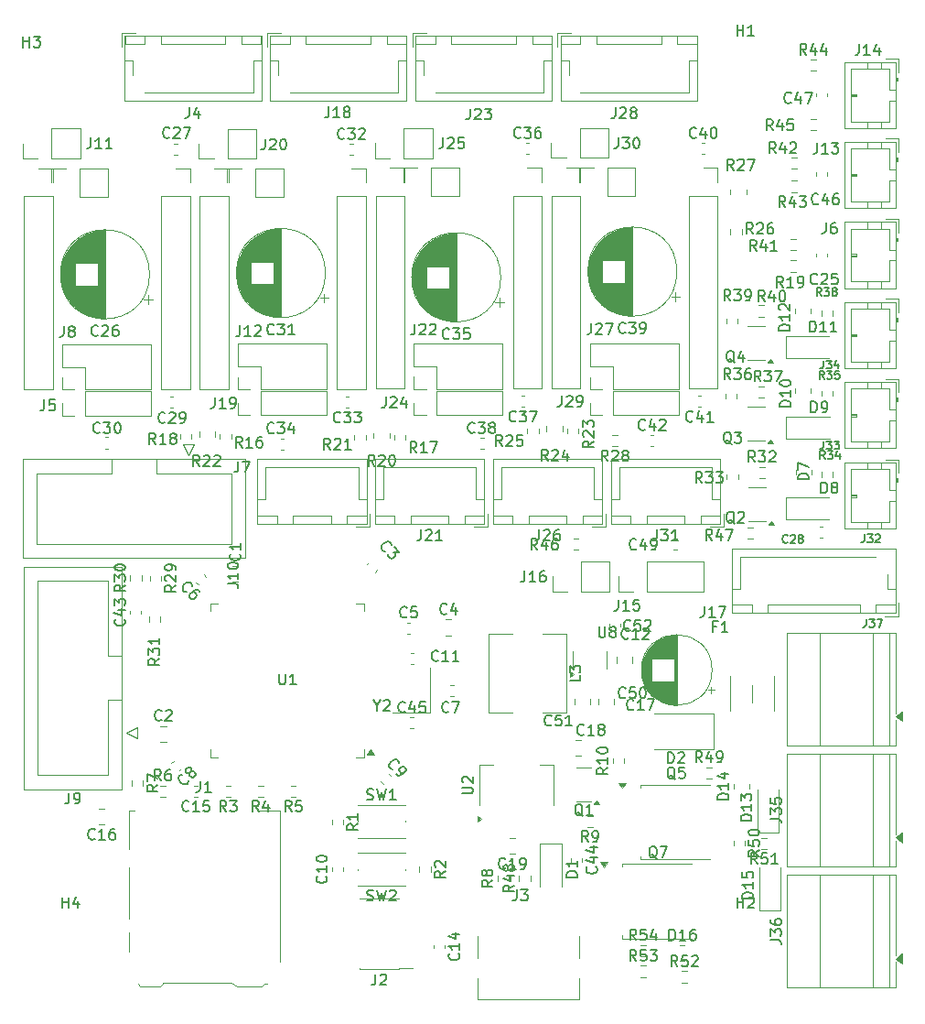
<source format=gbr>
%TF.GenerationSoftware,KiCad,Pcbnew,9.0.3-9.0.3-0~ubuntu24.04.1*%
%TF.CreationDate,2025-07-31T20:10:47-07:00*%
%TF.ProjectId,board,626f6172-642e-46b6-9963-61645f706362,rev?*%
%TF.SameCoordinates,Original*%
%TF.FileFunction,Legend,Top*%
%TF.FilePolarity,Positive*%
%FSLAX46Y46*%
G04 Gerber Fmt 4.6, Leading zero omitted, Abs format (unit mm)*
G04 Created by KiCad (PCBNEW 9.0.3-9.0.3-0~ubuntu24.04.1) date 2025-07-31 20:10:47*
%MOMM*%
%LPD*%
G01*
G04 APERTURE LIST*
%ADD10C,0.150000*%
%ADD11C,0.120000*%
G04 APERTURE END LIST*
D10*
X202957142Y-88059580D02*
X202909523Y-88107200D01*
X202909523Y-88107200D02*
X202766666Y-88154819D01*
X202766666Y-88154819D02*
X202671428Y-88154819D01*
X202671428Y-88154819D02*
X202528571Y-88107200D01*
X202528571Y-88107200D02*
X202433333Y-88011961D01*
X202433333Y-88011961D02*
X202385714Y-87916723D01*
X202385714Y-87916723D02*
X202338095Y-87726247D01*
X202338095Y-87726247D02*
X202338095Y-87583390D01*
X202338095Y-87583390D02*
X202385714Y-87392914D01*
X202385714Y-87392914D02*
X202433333Y-87297676D01*
X202433333Y-87297676D02*
X202528571Y-87202438D01*
X202528571Y-87202438D02*
X202671428Y-87154819D01*
X202671428Y-87154819D02*
X202766666Y-87154819D01*
X202766666Y-87154819D02*
X202909523Y-87202438D01*
X202909523Y-87202438D02*
X202957142Y-87250057D01*
X203861904Y-87154819D02*
X203385714Y-87154819D01*
X203385714Y-87154819D02*
X203338095Y-87631009D01*
X203338095Y-87631009D02*
X203385714Y-87583390D01*
X203385714Y-87583390D02*
X203480952Y-87535771D01*
X203480952Y-87535771D02*
X203719047Y-87535771D01*
X203719047Y-87535771D02*
X203814285Y-87583390D01*
X203814285Y-87583390D02*
X203861904Y-87631009D01*
X203861904Y-87631009D02*
X203909523Y-87726247D01*
X203909523Y-87726247D02*
X203909523Y-87964342D01*
X203909523Y-87964342D02*
X203861904Y-88059580D01*
X203861904Y-88059580D02*
X203814285Y-88107200D01*
X203814285Y-88107200D02*
X203719047Y-88154819D01*
X203719047Y-88154819D02*
X203480952Y-88154819D01*
X203480952Y-88154819D02*
X203385714Y-88107200D01*
X203385714Y-88107200D02*
X203338095Y-88059580D01*
X204861904Y-88154819D02*
X204290476Y-88154819D01*
X204576190Y-88154819D02*
X204576190Y-87154819D01*
X204576190Y-87154819D02*
X204480952Y-87297676D01*
X204480952Y-87297676D02*
X204385714Y-87392914D01*
X204385714Y-87392914D02*
X204290476Y-87440533D01*
X216907142Y-65704819D02*
X216573809Y-65228628D01*
X216335714Y-65704819D02*
X216335714Y-64704819D01*
X216335714Y-64704819D02*
X216716666Y-64704819D01*
X216716666Y-64704819D02*
X216811904Y-64752438D01*
X216811904Y-64752438D02*
X216859523Y-64800057D01*
X216859523Y-64800057D02*
X216907142Y-64895295D01*
X216907142Y-64895295D02*
X216907142Y-65038152D01*
X216907142Y-65038152D02*
X216859523Y-65133390D01*
X216859523Y-65133390D02*
X216811904Y-65181009D01*
X216811904Y-65181009D02*
X216716666Y-65228628D01*
X216716666Y-65228628D02*
X216335714Y-65228628D01*
X217240476Y-64704819D02*
X217859523Y-64704819D01*
X217859523Y-64704819D02*
X217526190Y-65085771D01*
X217526190Y-65085771D02*
X217669047Y-65085771D01*
X217669047Y-65085771D02*
X217764285Y-65133390D01*
X217764285Y-65133390D02*
X217811904Y-65181009D01*
X217811904Y-65181009D02*
X217859523Y-65276247D01*
X217859523Y-65276247D02*
X217859523Y-65514342D01*
X217859523Y-65514342D02*
X217811904Y-65609580D01*
X217811904Y-65609580D02*
X217764285Y-65657200D01*
X217764285Y-65657200D02*
X217669047Y-65704819D01*
X217669047Y-65704819D02*
X217383333Y-65704819D01*
X217383333Y-65704819D02*
X217288095Y-65657200D01*
X217288095Y-65657200D02*
X217240476Y-65609580D01*
X218192857Y-64704819D02*
X218811904Y-64704819D01*
X218811904Y-64704819D02*
X218478571Y-65085771D01*
X218478571Y-65085771D02*
X218621428Y-65085771D01*
X218621428Y-65085771D02*
X218716666Y-65133390D01*
X218716666Y-65133390D02*
X218764285Y-65181009D01*
X218764285Y-65181009D02*
X218811904Y-65276247D01*
X218811904Y-65276247D02*
X218811904Y-65514342D01*
X218811904Y-65514342D02*
X218764285Y-65609580D01*
X218764285Y-65609580D02*
X218716666Y-65657200D01*
X218716666Y-65657200D02*
X218621428Y-65704819D01*
X218621428Y-65704819D02*
X218335714Y-65704819D01*
X218335714Y-65704819D02*
X218240476Y-65657200D01*
X218240476Y-65657200D02*
X218192857Y-65609580D01*
X212744761Y-100422557D02*
X212649523Y-100374938D01*
X212649523Y-100374938D02*
X212554285Y-100279700D01*
X212554285Y-100279700D02*
X212411428Y-100136842D01*
X212411428Y-100136842D02*
X212316190Y-100089223D01*
X212316190Y-100089223D02*
X212220952Y-100089223D01*
X212268571Y-100327319D02*
X212173333Y-100279700D01*
X212173333Y-100279700D02*
X212078095Y-100184461D01*
X212078095Y-100184461D02*
X212030476Y-99993985D01*
X212030476Y-99993985D02*
X212030476Y-99660652D01*
X212030476Y-99660652D02*
X212078095Y-99470176D01*
X212078095Y-99470176D02*
X212173333Y-99374938D01*
X212173333Y-99374938D02*
X212268571Y-99327319D01*
X212268571Y-99327319D02*
X212459047Y-99327319D01*
X212459047Y-99327319D02*
X212554285Y-99374938D01*
X212554285Y-99374938D02*
X212649523Y-99470176D01*
X212649523Y-99470176D02*
X212697142Y-99660652D01*
X212697142Y-99660652D02*
X212697142Y-99993985D01*
X212697142Y-99993985D02*
X212649523Y-100184461D01*
X212649523Y-100184461D02*
X212554285Y-100279700D01*
X212554285Y-100279700D02*
X212459047Y-100327319D01*
X212459047Y-100327319D02*
X212268571Y-100327319D01*
X213030476Y-99327319D02*
X213697142Y-99327319D01*
X213697142Y-99327319D02*
X213268571Y-100327319D01*
X189407142Y-86829580D02*
X189359523Y-86877200D01*
X189359523Y-86877200D02*
X189216666Y-86924819D01*
X189216666Y-86924819D02*
X189121428Y-86924819D01*
X189121428Y-86924819D02*
X188978571Y-86877200D01*
X188978571Y-86877200D02*
X188883333Y-86781961D01*
X188883333Y-86781961D02*
X188835714Y-86686723D01*
X188835714Y-86686723D02*
X188788095Y-86496247D01*
X188788095Y-86496247D02*
X188788095Y-86353390D01*
X188788095Y-86353390D02*
X188835714Y-86162914D01*
X188835714Y-86162914D02*
X188883333Y-86067676D01*
X188883333Y-86067676D02*
X188978571Y-85972438D01*
X188978571Y-85972438D02*
X189121428Y-85924819D01*
X189121428Y-85924819D02*
X189216666Y-85924819D01*
X189216666Y-85924819D02*
X189359523Y-85972438D01*
X189359523Y-85972438D02*
X189407142Y-86020057D01*
X190264285Y-86258152D02*
X190264285Y-86924819D01*
X190026190Y-85877200D02*
X189788095Y-86591485D01*
X189788095Y-86591485D02*
X190407142Y-86591485D01*
X191264285Y-85924819D02*
X190788095Y-85924819D01*
X190788095Y-85924819D02*
X190740476Y-86401009D01*
X190740476Y-86401009D02*
X190788095Y-86353390D01*
X190788095Y-86353390D02*
X190883333Y-86305771D01*
X190883333Y-86305771D02*
X191121428Y-86305771D01*
X191121428Y-86305771D02*
X191216666Y-86353390D01*
X191216666Y-86353390D02*
X191264285Y-86401009D01*
X191264285Y-86401009D02*
X191311904Y-86496247D01*
X191311904Y-86496247D02*
X191311904Y-86734342D01*
X191311904Y-86734342D02*
X191264285Y-86829580D01*
X191264285Y-86829580D02*
X191216666Y-86877200D01*
X191216666Y-86877200D02*
X191121428Y-86924819D01*
X191121428Y-86924819D02*
X190883333Y-86924819D01*
X190883333Y-86924819D02*
X190788095Y-86877200D01*
X190788095Y-86877200D02*
X190740476Y-86829580D01*
X169407142Y-95989580D02*
X169359523Y-96037200D01*
X169359523Y-96037200D02*
X169216666Y-96084819D01*
X169216666Y-96084819D02*
X169121428Y-96084819D01*
X169121428Y-96084819D02*
X168978571Y-96037200D01*
X168978571Y-96037200D02*
X168883333Y-95941961D01*
X168883333Y-95941961D02*
X168835714Y-95846723D01*
X168835714Y-95846723D02*
X168788095Y-95656247D01*
X168788095Y-95656247D02*
X168788095Y-95513390D01*
X168788095Y-95513390D02*
X168835714Y-95322914D01*
X168835714Y-95322914D02*
X168883333Y-95227676D01*
X168883333Y-95227676D02*
X168978571Y-95132438D01*
X168978571Y-95132438D02*
X169121428Y-95084819D01*
X169121428Y-95084819D02*
X169216666Y-95084819D01*
X169216666Y-95084819D02*
X169359523Y-95132438D01*
X169359523Y-95132438D02*
X169407142Y-95180057D01*
X170359523Y-96084819D02*
X169788095Y-96084819D01*
X170073809Y-96084819D02*
X170073809Y-95084819D01*
X170073809Y-95084819D02*
X169978571Y-95227676D01*
X169978571Y-95227676D02*
X169883333Y-95322914D01*
X169883333Y-95322914D02*
X169788095Y-95370533D01*
X171264285Y-95084819D02*
X170788095Y-95084819D01*
X170788095Y-95084819D02*
X170740476Y-95561009D01*
X170740476Y-95561009D02*
X170788095Y-95513390D01*
X170788095Y-95513390D02*
X170883333Y-95465771D01*
X170883333Y-95465771D02*
X171121428Y-95465771D01*
X171121428Y-95465771D02*
X171216666Y-95513390D01*
X171216666Y-95513390D02*
X171264285Y-95561009D01*
X171264285Y-95561009D02*
X171311904Y-95656247D01*
X171311904Y-95656247D02*
X171311904Y-95894342D01*
X171311904Y-95894342D02*
X171264285Y-95989580D01*
X171264285Y-95989580D02*
X171216666Y-96037200D01*
X171216666Y-96037200D02*
X171121428Y-96084819D01*
X171121428Y-96084819D02*
X170883333Y-96084819D01*
X170883333Y-96084819D02*
X170788095Y-96037200D01*
X170788095Y-96037200D02*
X170740476Y-95989580D01*
X208174819Y-92042857D02*
X207698628Y-92376190D01*
X208174819Y-92614285D02*
X207174819Y-92614285D01*
X207174819Y-92614285D02*
X207174819Y-92233333D01*
X207174819Y-92233333D02*
X207222438Y-92138095D01*
X207222438Y-92138095D02*
X207270057Y-92090476D01*
X207270057Y-92090476D02*
X207365295Y-92042857D01*
X207365295Y-92042857D02*
X207508152Y-92042857D01*
X207508152Y-92042857D02*
X207603390Y-92090476D01*
X207603390Y-92090476D02*
X207651009Y-92138095D01*
X207651009Y-92138095D02*
X207698628Y-92233333D01*
X207698628Y-92233333D02*
X207698628Y-92614285D01*
X208174819Y-91090476D02*
X208174819Y-91661904D01*
X208174819Y-91376190D02*
X207174819Y-91376190D01*
X207174819Y-91376190D02*
X207317676Y-91471428D01*
X207317676Y-91471428D02*
X207412914Y-91566666D01*
X207412914Y-91566666D02*
X207460533Y-91661904D01*
X207174819Y-90471428D02*
X207174819Y-90376190D01*
X207174819Y-90376190D02*
X207222438Y-90280952D01*
X207222438Y-90280952D02*
X207270057Y-90233333D01*
X207270057Y-90233333D02*
X207365295Y-90185714D01*
X207365295Y-90185714D02*
X207555771Y-90138095D01*
X207555771Y-90138095D02*
X207793866Y-90138095D01*
X207793866Y-90138095D02*
X207984342Y-90185714D01*
X207984342Y-90185714D02*
X208079580Y-90233333D01*
X208079580Y-90233333D02*
X208127200Y-90280952D01*
X208127200Y-90280952D02*
X208174819Y-90376190D01*
X208174819Y-90376190D02*
X208174819Y-90471428D01*
X208174819Y-90471428D02*
X208127200Y-90566666D01*
X208127200Y-90566666D02*
X208079580Y-90614285D01*
X208079580Y-90614285D02*
X207984342Y-90661904D01*
X207984342Y-90661904D02*
X207793866Y-90709523D01*
X207793866Y-90709523D02*
X207555771Y-90709523D01*
X207555771Y-90709523D02*
X207365295Y-90661904D01*
X207365295Y-90661904D02*
X207270057Y-90614285D01*
X207270057Y-90614285D02*
X207222438Y-90566666D01*
X207222438Y-90566666D02*
X207174819Y-90471428D01*
X186691667Y-111114818D02*
X186691667Y-111829103D01*
X186691667Y-111829103D02*
X186644048Y-111971960D01*
X186644048Y-111971960D02*
X186548810Y-112067199D01*
X186548810Y-112067199D02*
X186405953Y-112114818D01*
X186405953Y-112114818D02*
X186310715Y-112114818D01*
X187120239Y-111210056D02*
X187167858Y-111162437D01*
X187167858Y-111162437D02*
X187263096Y-111114818D01*
X187263096Y-111114818D02*
X187501191Y-111114818D01*
X187501191Y-111114818D02*
X187596429Y-111162437D01*
X187596429Y-111162437D02*
X187644048Y-111210056D01*
X187644048Y-111210056D02*
X187691667Y-111305294D01*
X187691667Y-111305294D02*
X187691667Y-111400532D01*
X187691667Y-111400532D02*
X187644048Y-111543389D01*
X187644048Y-111543389D02*
X187072620Y-112114818D01*
X187072620Y-112114818D02*
X187691667Y-112114818D01*
X171815476Y-57804819D02*
X171815476Y-58519104D01*
X171815476Y-58519104D02*
X171767857Y-58661961D01*
X171767857Y-58661961D02*
X171672619Y-58757200D01*
X171672619Y-58757200D02*
X171529762Y-58804819D01*
X171529762Y-58804819D02*
X171434524Y-58804819D01*
X172815476Y-58804819D02*
X172244048Y-58804819D01*
X172529762Y-58804819D02*
X172529762Y-57804819D01*
X172529762Y-57804819D02*
X172434524Y-57947676D01*
X172434524Y-57947676D02*
X172339286Y-58042914D01*
X172339286Y-58042914D02*
X172244048Y-58090533D01*
X173291667Y-58804819D02*
X173482143Y-58804819D01*
X173482143Y-58804819D02*
X173577381Y-58757200D01*
X173577381Y-58757200D02*
X173625000Y-58709580D01*
X173625000Y-58709580D02*
X173720238Y-58566723D01*
X173720238Y-58566723D02*
X173767857Y-58376247D01*
X173767857Y-58376247D02*
X173767857Y-57995295D01*
X173767857Y-57995295D02*
X173720238Y-57900057D01*
X173720238Y-57900057D02*
X173672619Y-57852438D01*
X173672619Y-57852438D02*
X173577381Y-57804819D01*
X173577381Y-57804819D02*
X173386905Y-57804819D01*
X173386905Y-57804819D02*
X173291667Y-57852438D01*
X173291667Y-57852438D02*
X173244048Y-57900057D01*
X173244048Y-57900057D02*
X173196429Y-57995295D01*
X173196429Y-57995295D02*
X173196429Y-58233390D01*
X173196429Y-58233390D02*
X173244048Y-58328628D01*
X173244048Y-58328628D02*
X173291667Y-58376247D01*
X173291667Y-58376247D02*
X173386905Y-58423866D01*
X173386905Y-58423866D02*
X173577381Y-58423866D01*
X173577381Y-58423866D02*
X173672619Y-58376247D01*
X173672619Y-58376247D02*
X173720238Y-58328628D01*
X173720238Y-58328628D02*
X173767857Y-58233390D01*
X221607142Y-42679819D02*
X221273809Y-42203628D01*
X221035714Y-42679819D02*
X221035714Y-41679819D01*
X221035714Y-41679819D02*
X221416666Y-41679819D01*
X221416666Y-41679819D02*
X221511904Y-41727438D01*
X221511904Y-41727438D02*
X221559523Y-41775057D01*
X221559523Y-41775057D02*
X221607142Y-41870295D01*
X221607142Y-41870295D02*
X221607142Y-42013152D01*
X221607142Y-42013152D02*
X221559523Y-42108390D01*
X221559523Y-42108390D02*
X221511904Y-42156009D01*
X221511904Y-42156009D02*
X221416666Y-42203628D01*
X221416666Y-42203628D02*
X221035714Y-42203628D01*
X221988095Y-41775057D02*
X222035714Y-41727438D01*
X222035714Y-41727438D02*
X222130952Y-41679819D01*
X222130952Y-41679819D02*
X222369047Y-41679819D01*
X222369047Y-41679819D02*
X222464285Y-41727438D01*
X222464285Y-41727438D02*
X222511904Y-41775057D01*
X222511904Y-41775057D02*
X222559523Y-41870295D01*
X222559523Y-41870295D02*
X222559523Y-41965533D01*
X222559523Y-41965533D02*
X222511904Y-42108390D01*
X222511904Y-42108390D02*
X221940476Y-42679819D01*
X221940476Y-42679819D02*
X222559523Y-42679819D01*
X223416666Y-41679819D02*
X223226190Y-41679819D01*
X223226190Y-41679819D02*
X223130952Y-41727438D01*
X223130952Y-41727438D02*
X223083333Y-41775057D01*
X223083333Y-41775057D02*
X222988095Y-41917914D01*
X222988095Y-41917914D02*
X222940476Y-42108390D01*
X222940476Y-42108390D02*
X222940476Y-42489342D01*
X222940476Y-42489342D02*
X222988095Y-42584580D01*
X222988095Y-42584580D02*
X223035714Y-42632200D01*
X223035714Y-42632200D02*
X223130952Y-42679819D01*
X223130952Y-42679819D02*
X223321428Y-42679819D01*
X223321428Y-42679819D02*
X223416666Y-42632200D01*
X223416666Y-42632200D02*
X223464285Y-42584580D01*
X223464285Y-42584580D02*
X223511904Y-42489342D01*
X223511904Y-42489342D02*
X223511904Y-42251247D01*
X223511904Y-42251247D02*
X223464285Y-42156009D01*
X223464285Y-42156009D02*
X223416666Y-42108390D01*
X223416666Y-42108390D02*
X223321428Y-42060771D01*
X223321428Y-42060771D02*
X223130952Y-42060771D01*
X223130952Y-42060771D02*
X223035714Y-42108390D01*
X223035714Y-42108390D02*
X222988095Y-42156009D01*
X222988095Y-42156009D02*
X222940476Y-42251247D01*
X174140476Y-51154819D02*
X174140476Y-51869104D01*
X174140476Y-51869104D02*
X174092857Y-52011961D01*
X174092857Y-52011961D02*
X173997619Y-52107200D01*
X173997619Y-52107200D02*
X173854762Y-52154819D01*
X173854762Y-52154819D02*
X173759524Y-52154819D01*
X175140476Y-52154819D02*
X174569048Y-52154819D01*
X174854762Y-52154819D02*
X174854762Y-51154819D01*
X174854762Y-51154819D02*
X174759524Y-51297676D01*
X174759524Y-51297676D02*
X174664286Y-51392914D01*
X174664286Y-51392914D02*
X174569048Y-51440533D01*
X175521429Y-51250057D02*
X175569048Y-51202438D01*
X175569048Y-51202438D02*
X175664286Y-51154819D01*
X175664286Y-51154819D02*
X175902381Y-51154819D01*
X175902381Y-51154819D02*
X175997619Y-51202438D01*
X175997619Y-51202438D02*
X176045238Y-51250057D01*
X176045238Y-51250057D02*
X176092857Y-51345295D01*
X176092857Y-51345295D02*
X176092857Y-51440533D01*
X176092857Y-51440533D02*
X176045238Y-51583390D01*
X176045238Y-51583390D02*
X175473810Y-52154819D01*
X175473810Y-52154819D02*
X176092857Y-52154819D01*
X198707142Y-101289580D02*
X198659523Y-101337200D01*
X198659523Y-101337200D02*
X198516666Y-101384819D01*
X198516666Y-101384819D02*
X198421428Y-101384819D01*
X198421428Y-101384819D02*
X198278571Y-101337200D01*
X198278571Y-101337200D02*
X198183333Y-101241961D01*
X198183333Y-101241961D02*
X198135714Y-101146723D01*
X198135714Y-101146723D02*
X198088095Y-100956247D01*
X198088095Y-100956247D02*
X198088095Y-100813390D01*
X198088095Y-100813390D02*
X198135714Y-100622914D01*
X198135714Y-100622914D02*
X198183333Y-100527676D01*
X198183333Y-100527676D02*
X198278571Y-100432438D01*
X198278571Y-100432438D02*
X198421428Y-100384819D01*
X198421428Y-100384819D02*
X198516666Y-100384819D01*
X198516666Y-100384819D02*
X198659523Y-100432438D01*
X198659523Y-100432438D02*
X198707142Y-100480057D01*
X199659523Y-101384819D02*
X199088095Y-101384819D01*
X199373809Y-101384819D02*
X199373809Y-100384819D01*
X199373809Y-100384819D02*
X199278571Y-100527676D01*
X199278571Y-100527676D02*
X199183333Y-100622914D01*
X199183333Y-100622914D02*
X199088095Y-100670533D01*
X200135714Y-101384819D02*
X200326190Y-101384819D01*
X200326190Y-101384819D02*
X200421428Y-101337200D01*
X200421428Y-101337200D02*
X200469047Y-101289580D01*
X200469047Y-101289580D02*
X200564285Y-101146723D01*
X200564285Y-101146723D02*
X200611904Y-100956247D01*
X200611904Y-100956247D02*
X200611904Y-100575295D01*
X200611904Y-100575295D02*
X200564285Y-100480057D01*
X200564285Y-100480057D02*
X200516666Y-100432438D01*
X200516666Y-100432438D02*
X200421428Y-100384819D01*
X200421428Y-100384819D02*
X200230952Y-100384819D01*
X200230952Y-100384819D02*
X200135714Y-100432438D01*
X200135714Y-100432438D02*
X200088095Y-100480057D01*
X200088095Y-100480057D02*
X200040476Y-100575295D01*
X200040476Y-100575295D02*
X200040476Y-100813390D01*
X200040476Y-100813390D02*
X200088095Y-100908628D01*
X200088095Y-100908628D02*
X200135714Y-100956247D01*
X200135714Y-100956247D02*
X200230952Y-101003866D01*
X200230952Y-101003866D02*
X200421428Y-101003866D01*
X200421428Y-101003866D02*
X200516666Y-100956247D01*
X200516666Y-100956247D02*
X200564285Y-100908628D01*
X200564285Y-100908628D02*
X200611904Y-100813390D01*
X169441666Y-30979819D02*
X169441666Y-31694104D01*
X169441666Y-31694104D02*
X169394047Y-31836961D01*
X169394047Y-31836961D02*
X169298809Y-31932200D01*
X169298809Y-31932200D02*
X169155952Y-31979819D01*
X169155952Y-31979819D02*
X169060714Y-31979819D01*
X170346428Y-31313152D02*
X170346428Y-31979819D01*
X170108333Y-30932200D02*
X169870238Y-31646485D01*
X169870238Y-31646485D02*
X170489285Y-31646485D01*
X167632142Y-33734580D02*
X167584523Y-33782200D01*
X167584523Y-33782200D02*
X167441666Y-33829819D01*
X167441666Y-33829819D02*
X167346428Y-33829819D01*
X167346428Y-33829819D02*
X167203571Y-33782200D01*
X167203571Y-33782200D02*
X167108333Y-33686961D01*
X167108333Y-33686961D02*
X167060714Y-33591723D01*
X167060714Y-33591723D02*
X167013095Y-33401247D01*
X167013095Y-33401247D02*
X167013095Y-33258390D01*
X167013095Y-33258390D02*
X167060714Y-33067914D01*
X167060714Y-33067914D02*
X167108333Y-32972676D01*
X167108333Y-32972676D02*
X167203571Y-32877438D01*
X167203571Y-32877438D02*
X167346428Y-32829819D01*
X167346428Y-32829819D02*
X167441666Y-32829819D01*
X167441666Y-32829819D02*
X167584523Y-32877438D01*
X167584523Y-32877438D02*
X167632142Y-32925057D01*
X168013095Y-32925057D02*
X168060714Y-32877438D01*
X168060714Y-32877438D02*
X168155952Y-32829819D01*
X168155952Y-32829819D02*
X168394047Y-32829819D01*
X168394047Y-32829819D02*
X168489285Y-32877438D01*
X168489285Y-32877438D02*
X168536904Y-32925057D01*
X168536904Y-32925057D02*
X168584523Y-33020295D01*
X168584523Y-33020295D02*
X168584523Y-33115533D01*
X168584523Y-33115533D02*
X168536904Y-33258390D01*
X168536904Y-33258390D02*
X167965476Y-33829819D01*
X167965476Y-33829819D02*
X168584523Y-33829819D01*
X168917857Y-32829819D02*
X169584523Y-32829819D01*
X169584523Y-32829819D02*
X169155952Y-33829819D01*
X193458333Y-86834580D02*
X193410714Y-86882200D01*
X193410714Y-86882200D02*
X193267857Y-86929819D01*
X193267857Y-86929819D02*
X193172619Y-86929819D01*
X193172619Y-86929819D02*
X193029762Y-86882200D01*
X193029762Y-86882200D02*
X192934524Y-86786961D01*
X192934524Y-86786961D02*
X192886905Y-86691723D01*
X192886905Y-86691723D02*
X192839286Y-86501247D01*
X192839286Y-86501247D02*
X192839286Y-86358390D01*
X192839286Y-86358390D02*
X192886905Y-86167914D01*
X192886905Y-86167914D02*
X192934524Y-86072676D01*
X192934524Y-86072676D02*
X193029762Y-85977438D01*
X193029762Y-85977438D02*
X193172619Y-85929819D01*
X193172619Y-85929819D02*
X193267857Y-85929819D01*
X193267857Y-85929819D02*
X193410714Y-85977438D01*
X193410714Y-85977438D02*
X193458333Y-86025057D01*
X193791667Y-85929819D02*
X194458333Y-85929819D01*
X194458333Y-85929819D02*
X194029762Y-86929819D01*
X154088095Y-25429819D02*
X154088095Y-24429819D01*
X154088095Y-24906009D02*
X154659523Y-24906009D01*
X154659523Y-25429819D02*
X154659523Y-24429819D01*
X155040476Y-24429819D02*
X155659523Y-24429819D01*
X155659523Y-24429819D02*
X155326190Y-24810771D01*
X155326190Y-24810771D02*
X155469047Y-24810771D01*
X155469047Y-24810771D02*
X155564285Y-24858390D01*
X155564285Y-24858390D02*
X155611904Y-24906009D01*
X155611904Y-24906009D02*
X155659523Y-25001247D01*
X155659523Y-25001247D02*
X155659523Y-25239342D01*
X155659523Y-25239342D02*
X155611904Y-25334580D01*
X155611904Y-25334580D02*
X155564285Y-25382200D01*
X155564285Y-25382200D02*
X155469047Y-25429819D01*
X155469047Y-25429819D02*
X155183333Y-25429819D01*
X155183333Y-25429819D02*
X155088095Y-25382200D01*
X155088095Y-25382200D02*
X155040476Y-25334580D01*
X185891667Y-104282200D02*
X186034524Y-104329819D01*
X186034524Y-104329819D02*
X186272619Y-104329819D01*
X186272619Y-104329819D02*
X186367857Y-104282200D01*
X186367857Y-104282200D02*
X186415476Y-104234580D01*
X186415476Y-104234580D02*
X186463095Y-104139342D01*
X186463095Y-104139342D02*
X186463095Y-104044104D01*
X186463095Y-104044104D02*
X186415476Y-103948866D01*
X186415476Y-103948866D02*
X186367857Y-103901247D01*
X186367857Y-103901247D02*
X186272619Y-103853628D01*
X186272619Y-103853628D02*
X186082143Y-103806009D01*
X186082143Y-103806009D02*
X185986905Y-103758390D01*
X185986905Y-103758390D02*
X185939286Y-103710771D01*
X185939286Y-103710771D02*
X185891667Y-103615533D01*
X185891667Y-103615533D02*
X185891667Y-103520295D01*
X185891667Y-103520295D02*
X185939286Y-103425057D01*
X185939286Y-103425057D02*
X185986905Y-103377438D01*
X185986905Y-103377438D02*
X186082143Y-103329819D01*
X186082143Y-103329819D02*
X186320238Y-103329819D01*
X186320238Y-103329819D02*
X186463095Y-103377438D01*
X186796429Y-103329819D02*
X187034524Y-104329819D01*
X187034524Y-104329819D02*
X187225000Y-103615533D01*
X187225000Y-103615533D02*
X187415476Y-104329819D01*
X187415476Y-104329819D02*
X187653572Y-103329819D01*
X187986905Y-103425057D02*
X188034524Y-103377438D01*
X188034524Y-103377438D02*
X188129762Y-103329819D01*
X188129762Y-103329819D02*
X188367857Y-103329819D01*
X188367857Y-103329819D02*
X188463095Y-103377438D01*
X188463095Y-103377438D02*
X188510714Y-103425057D01*
X188510714Y-103425057D02*
X188558333Y-103520295D01*
X188558333Y-103520295D02*
X188558333Y-103615533D01*
X188558333Y-103615533D02*
X188510714Y-103758390D01*
X188510714Y-103758390D02*
X187939286Y-104329819D01*
X187939286Y-104329819D02*
X188558333Y-104329819D01*
X216907142Y-91524819D02*
X216573809Y-91048628D01*
X216335714Y-91524819D02*
X216335714Y-90524819D01*
X216335714Y-90524819D02*
X216716666Y-90524819D01*
X216716666Y-90524819D02*
X216811904Y-90572438D01*
X216811904Y-90572438D02*
X216859523Y-90620057D01*
X216859523Y-90620057D02*
X216907142Y-90715295D01*
X216907142Y-90715295D02*
X216907142Y-90858152D01*
X216907142Y-90858152D02*
X216859523Y-90953390D01*
X216859523Y-90953390D02*
X216811904Y-91001009D01*
X216811904Y-91001009D02*
X216716666Y-91048628D01*
X216716666Y-91048628D02*
X216335714Y-91048628D01*
X217764285Y-90858152D02*
X217764285Y-91524819D01*
X217526190Y-90477200D02*
X217288095Y-91191485D01*
X217288095Y-91191485D02*
X217907142Y-91191485D01*
X218335714Y-91524819D02*
X218526190Y-91524819D01*
X218526190Y-91524819D02*
X218621428Y-91477200D01*
X218621428Y-91477200D02*
X218669047Y-91429580D01*
X218669047Y-91429580D02*
X218764285Y-91286723D01*
X218764285Y-91286723D02*
X218811904Y-91096247D01*
X218811904Y-91096247D02*
X218811904Y-90715295D01*
X218811904Y-90715295D02*
X218764285Y-90620057D01*
X218764285Y-90620057D02*
X218716666Y-90572438D01*
X218716666Y-90572438D02*
X218621428Y-90524819D01*
X218621428Y-90524819D02*
X218430952Y-90524819D01*
X218430952Y-90524819D02*
X218335714Y-90572438D01*
X218335714Y-90572438D02*
X218288095Y-90620057D01*
X218288095Y-90620057D02*
X218240476Y-90715295D01*
X218240476Y-90715295D02*
X218240476Y-90953390D01*
X218240476Y-90953390D02*
X218288095Y-91048628D01*
X218288095Y-91048628D02*
X218335714Y-91096247D01*
X218335714Y-91096247D02*
X218430952Y-91143866D01*
X218430952Y-91143866D02*
X218621428Y-91143866D01*
X218621428Y-91143866D02*
X218716666Y-91096247D01*
X218716666Y-91096247D02*
X218764285Y-91048628D01*
X218764285Y-91048628D02*
X218811904Y-90953390D01*
X193159819Y-101591666D02*
X192683628Y-101924999D01*
X193159819Y-102163094D02*
X192159819Y-102163094D01*
X192159819Y-102163094D02*
X192159819Y-101782142D01*
X192159819Y-101782142D02*
X192207438Y-101686904D01*
X192207438Y-101686904D02*
X192255057Y-101639285D01*
X192255057Y-101639285D02*
X192350295Y-101591666D01*
X192350295Y-101591666D02*
X192493152Y-101591666D01*
X192493152Y-101591666D02*
X192588390Y-101639285D01*
X192588390Y-101639285D02*
X192636009Y-101686904D01*
X192636009Y-101686904D02*
X192683628Y-101782142D01*
X192683628Y-101782142D02*
X192683628Y-102163094D01*
X192255057Y-101210713D02*
X192207438Y-101163094D01*
X192207438Y-101163094D02*
X192159819Y-101067856D01*
X192159819Y-101067856D02*
X192159819Y-100829761D01*
X192159819Y-100829761D02*
X192207438Y-100734523D01*
X192207438Y-100734523D02*
X192255057Y-100686904D01*
X192255057Y-100686904D02*
X192350295Y-100639285D01*
X192350295Y-100639285D02*
X192445533Y-100639285D01*
X192445533Y-100639285D02*
X192588390Y-100686904D01*
X192588390Y-100686904D02*
X193159819Y-101258332D01*
X193159819Y-101258332D02*
X193159819Y-100639285D01*
X205654819Y-83466666D02*
X205654819Y-83942856D01*
X205654819Y-83942856D02*
X204654819Y-83942856D01*
X204654819Y-83228570D02*
X204654819Y-82609523D01*
X204654819Y-82609523D02*
X205035771Y-82942856D01*
X205035771Y-82942856D02*
X205035771Y-82799999D01*
X205035771Y-82799999D02*
X205083390Y-82704761D01*
X205083390Y-82704761D02*
X205131009Y-82657142D01*
X205131009Y-82657142D02*
X205226247Y-82609523D01*
X205226247Y-82609523D02*
X205464342Y-82609523D01*
X205464342Y-82609523D02*
X205559580Y-82657142D01*
X205559580Y-82657142D02*
X205607200Y-82704761D01*
X205607200Y-82704761D02*
X205654819Y-82799999D01*
X205654819Y-82799999D02*
X205654819Y-83085713D01*
X205654819Y-83085713D02*
X205607200Y-83180951D01*
X205607200Y-83180951D02*
X205559580Y-83228570D01*
X157688095Y-105004819D02*
X157688095Y-104004819D01*
X157688095Y-104481009D02*
X158259523Y-104481009D01*
X158259523Y-105004819D02*
X158259523Y-104004819D01*
X159164285Y-104338152D02*
X159164285Y-105004819D01*
X158926190Y-103957200D02*
X158688095Y-104671485D01*
X158688095Y-104671485D02*
X159307142Y-104671485D01*
X160340476Y-33779819D02*
X160340476Y-34494104D01*
X160340476Y-34494104D02*
X160292857Y-34636961D01*
X160292857Y-34636961D02*
X160197619Y-34732200D01*
X160197619Y-34732200D02*
X160054762Y-34779819D01*
X160054762Y-34779819D02*
X159959524Y-34779819D01*
X161340476Y-34779819D02*
X160769048Y-34779819D01*
X161054762Y-34779819D02*
X161054762Y-33779819D01*
X161054762Y-33779819D02*
X160959524Y-33922676D01*
X160959524Y-33922676D02*
X160864286Y-34017914D01*
X160864286Y-34017914D02*
X160769048Y-34065533D01*
X162292857Y-34779819D02*
X161721429Y-34779819D01*
X162007143Y-34779819D02*
X162007143Y-33779819D01*
X162007143Y-33779819D02*
X161911905Y-33922676D01*
X161911905Y-33922676D02*
X161816667Y-34017914D01*
X161816667Y-34017914D02*
X161721429Y-34065533D01*
X225104819Y-58664285D02*
X224104819Y-58664285D01*
X224104819Y-58664285D02*
X224104819Y-58426190D01*
X224104819Y-58426190D02*
X224152438Y-58283333D01*
X224152438Y-58283333D02*
X224247676Y-58188095D01*
X224247676Y-58188095D02*
X224342914Y-58140476D01*
X224342914Y-58140476D02*
X224533390Y-58092857D01*
X224533390Y-58092857D02*
X224676247Y-58092857D01*
X224676247Y-58092857D02*
X224866723Y-58140476D01*
X224866723Y-58140476D02*
X224961961Y-58188095D01*
X224961961Y-58188095D02*
X225057200Y-58283333D01*
X225057200Y-58283333D02*
X225104819Y-58426190D01*
X225104819Y-58426190D02*
X225104819Y-58664285D01*
X225104819Y-57140476D02*
X225104819Y-57711904D01*
X225104819Y-57426190D02*
X224104819Y-57426190D01*
X224104819Y-57426190D02*
X224247676Y-57521428D01*
X224247676Y-57521428D02*
X224342914Y-57616666D01*
X224342914Y-57616666D02*
X224390533Y-57711904D01*
X224104819Y-56521428D02*
X224104819Y-56426190D01*
X224104819Y-56426190D02*
X224152438Y-56330952D01*
X224152438Y-56330952D02*
X224200057Y-56283333D01*
X224200057Y-56283333D02*
X224295295Y-56235714D01*
X224295295Y-56235714D02*
X224485771Y-56188095D01*
X224485771Y-56188095D02*
X224723866Y-56188095D01*
X224723866Y-56188095D02*
X224914342Y-56235714D01*
X224914342Y-56235714D02*
X225009580Y-56283333D01*
X225009580Y-56283333D02*
X225057200Y-56330952D01*
X225057200Y-56330952D02*
X225104819Y-56426190D01*
X225104819Y-56426190D02*
X225104819Y-56521428D01*
X225104819Y-56521428D02*
X225057200Y-56616666D01*
X225057200Y-56616666D02*
X225009580Y-56664285D01*
X225009580Y-56664285D02*
X224914342Y-56711904D01*
X224914342Y-56711904D02*
X224723866Y-56759523D01*
X224723866Y-56759523D02*
X224485771Y-56759523D01*
X224485771Y-56759523D02*
X224295295Y-56711904D01*
X224295295Y-56711904D02*
X224200057Y-56664285D01*
X224200057Y-56664285D02*
X224152438Y-56616666D01*
X224152438Y-56616666D02*
X224104819Y-56521428D01*
X198407142Y-62298569D02*
X198073809Y-61822378D01*
X197835714Y-62298569D02*
X197835714Y-61298569D01*
X197835714Y-61298569D02*
X198216666Y-61298569D01*
X198216666Y-61298569D02*
X198311904Y-61346188D01*
X198311904Y-61346188D02*
X198359523Y-61393807D01*
X198359523Y-61393807D02*
X198407142Y-61489045D01*
X198407142Y-61489045D02*
X198407142Y-61631902D01*
X198407142Y-61631902D02*
X198359523Y-61727140D01*
X198359523Y-61727140D02*
X198311904Y-61774759D01*
X198311904Y-61774759D02*
X198216666Y-61822378D01*
X198216666Y-61822378D02*
X197835714Y-61822378D01*
X198788095Y-61393807D02*
X198835714Y-61346188D01*
X198835714Y-61346188D02*
X198930952Y-61298569D01*
X198930952Y-61298569D02*
X199169047Y-61298569D01*
X199169047Y-61298569D02*
X199264285Y-61346188D01*
X199264285Y-61346188D02*
X199311904Y-61393807D01*
X199311904Y-61393807D02*
X199359523Y-61489045D01*
X199359523Y-61489045D02*
X199359523Y-61584283D01*
X199359523Y-61584283D02*
X199311904Y-61727140D01*
X199311904Y-61727140D02*
X198740476Y-62298569D01*
X198740476Y-62298569D02*
X199359523Y-62298569D01*
X200264285Y-61298569D02*
X199788095Y-61298569D01*
X199788095Y-61298569D02*
X199740476Y-61774759D01*
X199740476Y-61774759D02*
X199788095Y-61727140D01*
X199788095Y-61727140D02*
X199883333Y-61679521D01*
X199883333Y-61679521D02*
X200121428Y-61679521D01*
X200121428Y-61679521D02*
X200216666Y-61727140D01*
X200216666Y-61727140D02*
X200264285Y-61774759D01*
X200264285Y-61774759D02*
X200311904Y-61869997D01*
X200311904Y-61869997D02*
X200311904Y-62108092D01*
X200311904Y-62108092D02*
X200264285Y-62203330D01*
X200264285Y-62203330D02*
X200216666Y-62250950D01*
X200216666Y-62250950D02*
X200121428Y-62298569D01*
X200121428Y-62298569D02*
X199883333Y-62298569D01*
X199883333Y-62298569D02*
X199788095Y-62250950D01*
X199788095Y-62250950D02*
X199740476Y-62203330D01*
X163429580Y-78317857D02*
X163477200Y-78365476D01*
X163477200Y-78365476D02*
X163524819Y-78508333D01*
X163524819Y-78508333D02*
X163524819Y-78603571D01*
X163524819Y-78603571D02*
X163477200Y-78746428D01*
X163477200Y-78746428D02*
X163381961Y-78841666D01*
X163381961Y-78841666D02*
X163286723Y-78889285D01*
X163286723Y-78889285D02*
X163096247Y-78936904D01*
X163096247Y-78936904D02*
X162953390Y-78936904D01*
X162953390Y-78936904D02*
X162762914Y-78889285D01*
X162762914Y-78889285D02*
X162667676Y-78841666D01*
X162667676Y-78841666D02*
X162572438Y-78746428D01*
X162572438Y-78746428D02*
X162524819Y-78603571D01*
X162524819Y-78603571D02*
X162524819Y-78508333D01*
X162524819Y-78508333D02*
X162572438Y-78365476D01*
X162572438Y-78365476D02*
X162620057Y-78317857D01*
X162858152Y-77460714D02*
X163524819Y-77460714D01*
X162477200Y-77698809D02*
X163191485Y-77936904D01*
X163191485Y-77936904D02*
X163191485Y-77317857D01*
X162524819Y-77032142D02*
X162524819Y-76413095D01*
X162524819Y-76413095D02*
X162905771Y-76746428D01*
X162905771Y-76746428D02*
X162905771Y-76603571D01*
X162905771Y-76603571D02*
X162953390Y-76508333D01*
X162953390Y-76508333D02*
X163001009Y-76460714D01*
X163001009Y-76460714D02*
X163096247Y-76413095D01*
X163096247Y-76413095D02*
X163334342Y-76413095D01*
X163334342Y-76413095D02*
X163429580Y-76460714D01*
X163429580Y-76460714D02*
X163477200Y-76508333D01*
X163477200Y-76508333D02*
X163524819Y-76603571D01*
X163524819Y-76603571D02*
X163524819Y-76889285D01*
X163524819Y-76889285D02*
X163477200Y-76984523D01*
X163477200Y-76984523D02*
X163429580Y-77032142D01*
X222707142Y-48929819D02*
X222373809Y-48453628D01*
X222135714Y-48929819D02*
X222135714Y-47929819D01*
X222135714Y-47929819D02*
X222516666Y-47929819D01*
X222516666Y-47929819D02*
X222611904Y-47977438D01*
X222611904Y-47977438D02*
X222659523Y-48025057D01*
X222659523Y-48025057D02*
X222707142Y-48120295D01*
X222707142Y-48120295D02*
X222707142Y-48263152D01*
X222707142Y-48263152D02*
X222659523Y-48358390D01*
X222659523Y-48358390D02*
X222611904Y-48406009D01*
X222611904Y-48406009D02*
X222516666Y-48453628D01*
X222516666Y-48453628D02*
X222135714Y-48453628D01*
X223564285Y-48263152D02*
X223564285Y-48929819D01*
X223326190Y-47882200D02*
X223088095Y-48596485D01*
X223088095Y-48596485D02*
X223707142Y-48596485D01*
X224278571Y-47929819D02*
X224373809Y-47929819D01*
X224373809Y-47929819D02*
X224469047Y-47977438D01*
X224469047Y-47977438D02*
X224516666Y-48025057D01*
X224516666Y-48025057D02*
X224564285Y-48120295D01*
X224564285Y-48120295D02*
X224611904Y-48310771D01*
X224611904Y-48310771D02*
X224611904Y-48548866D01*
X224611904Y-48548866D02*
X224564285Y-48739342D01*
X224564285Y-48739342D02*
X224516666Y-48834580D01*
X224516666Y-48834580D02*
X224469047Y-48882200D01*
X224469047Y-48882200D02*
X224373809Y-48929819D01*
X224373809Y-48929819D02*
X224278571Y-48929819D01*
X224278571Y-48929819D02*
X224183333Y-48882200D01*
X224183333Y-48882200D02*
X224135714Y-48834580D01*
X224135714Y-48834580D02*
X224088095Y-48739342D01*
X224088095Y-48739342D02*
X224040476Y-48548866D01*
X224040476Y-48548866D02*
X224040476Y-48310771D01*
X224040476Y-48310771D02*
X224088095Y-48120295D01*
X224088095Y-48120295D02*
X224135714Y-48025057D01*
X224135714Y-48025057D02*
X224183333Y-47977438D01*
X224183333Y-47977438D02*
X224278571Y-47929819D01*
X216357142Y-33748330D02*
X216309523Y-33795950D01*
X216309523Y-33795950D02*
X216166666Y-33843569D01*
X216166666Y-33843569D02*
X216071428Y-33843569D01*
X216071428Y-33843569D02*
X215928571Y-33795950D01*
X215928571Y-33795950D02*
X215833333Y-33700711D01*
X215833333Y-33700711D02*
X215785714Y-33605473D01*
X215785714Y-33605473D02*
X215738095Y-33414997D01*
X215738095Y-33414997D02*
X215738095Y-33272140D01*
X215738095Y-33272140D02*
X215785714Y-33081664D01*
X215785714Y-33081664D02*
X215833333Y-32986426D01*
X215833333Y-32986426D02*
X215928571Y-32891188D01*
X215928571Y-32891188D02*
X216071428Y-32843569D01*
X216071428Y-32843569D02*
X216166666Y-32843569D01*
X216166666Y-32843569D02*
X216309523Y-32891188D01*
X216309523Y-32891188D02*
X216357142Y-32938807D01*
X217214285Y-33176902D02*
X217214285Y-33843569D01*
X216976190Y-32795950D02*
X216738095Y-33510235D01*
X216738095Y-33510235D02*
X217357142Y-33510235D01*
X217928571Y-32843569D02*
X218023809Y-32843569D01*
X218023809Y-32843569D02*
X218119047Y-32891188D01*
X218119047Y-32891188D02*
X218166666Y-32938807D01*
X218166666Y-32938807D02*
X218214285Y-33034045D01*
X218214285Y-33034045D02*
X218261904Y-33224521D01*
X218261904Y-33224521D02*
X218261904Y-33462616D01*
X218261904Y-33462616D02*
X218214285Y-33653092D01*
X218214285Y-33653092D02*
X218166666Y-33748330D01*
X218166666Y-33748330D02*
X218119047Y-33795950D01*
X218119047Y-33795950D02*
X218023809Y-33843569D01*
X218023809Y-33843569D02*
X217928571Y-33843569D01*
X217928571Y-33843569D02*
X217833333Y-33795950D01*
X217833333Y-33795950D02*
X217785714Y-33748330D01*
X217785714Y-33748330D02*
X217738095Y-33653092D01*
X217738095Y-33653092D02*
X217690476Y-33462616D01*
X217690476Y-33462616D02*
X217690476Y-33224521D01*
X217690476Y-33224521D02*
X217738095Y-33034045D01*
X217738095Y-33034045D02*
X217785714Y-32938807D01*
X217785714Y-32938807D02*
X217833333Y-32891188D01*
X217833333Y-32891188D02*
X217928571Y-32843569D01*
X222007142Y-100934819D02*
X221673809Y-100458628D01*
X221435714Y-100934819D02*
X221435714Y-99934819D01*
X221435714Y-99934819D02*
X221816666Y-99934819D01*
X221816666Y-99934819D02*
X221911904Y-99982438D01*
X221911904Y-99982438D02*
X221959523Y-100030057D01*
X221959523Y-100030057D02*
X222007142Y-100125295D01*
X222007142Y-100125295D02*
X222007142Y-100268152D01*
X222007142Y-100268152D02*
X221959523Y-100363390D01*
X221959523Y-100363390D02*
X221911904Y-100411009D01*
X221911904Y-100411009D02*
X221816666Y-100458628D01*
X221816666Y-100458628D02*
X221435714Y-100458628D01*
X222911904Y-99934819D02*
X222435714Y-99934819D01*
X222435714Y-99934819D02*
X222388095Y-100411009D01*
X222388095Y-100411009D02*
X222435714Y-100363390D01*
X222435714Y-100363390D02*
X222530952Y-100315771D01*
X222530952Y-100315771D02*
X222769047Y-100315771D01*
X222769047Y-100315771D02*
X222864285Y-100363390D01*
X222864285Y-100363390D02*
X222911904Y-100411009D01*
X222911904Y-100411009D02*
X222959523Y-100506247D01*
X222959523Y-100506247D02*
X222959523Y-100744342D01*
X222959523Y-100744342D02*
X222911904Y-100839580D01*
X222911904Y-100839580D02*
X222864285Y-100887200D01*
X222864285Y-100887200D02*
X222769047Y-100934819D01*
X222769047Y-100934819D02*
X222530952Y-100934819D01*
X222530952Y-100934819D02*
X222435714Y-100887200D01*
X222435714Y-100887200D02*
X222388095Y-100839580D01*
X223911904Y-100934819D02*
X223340476Y-100934819D01*
X223626190Y-100934819D02*
X223626190Y-99934819D01*
X223626190Y-99934819D02*
X223530952Y-100077676D01*
X223530952Y-100077676D02*
X223435714Y-100172914D01*
X223435714Y-100172914D02*
X223340476Y-100220533D01*
X194704819Y-94411904D02*
X195514342Y-94411904D01*
X195514342Y-94411904D02*
X195609580Y-94364285D01*
X195609580Y-94364285D02*
X195657200Y-94316666D01*
X195657200Y-94316666D02*
X195704819Y-94221428D01*
X195704819Y-94221428D02*
X195704819Y-94030952D01*
X195704819Y-94030952D02*
X195657200Y-93935714D01*
X195657200Y-93935714D02*
X195609580Y-93888095D01*
X195609580Y-93888095D02*
X195514342Y-93840476D01*
X195514342Y-93840476D02*
X194704819Y-93840476D01*
X194800057Y-93411904D02*
X194752438Y-93364285D01*
X194752438Y-93364285D02*
X194704819Y-93269047D01*
X194704819Y-93269047D02*
X194704819Y-93030952D01*
X194704819Y-93030952D02*
X194752438Y-92935714D01*
X194752438Y-92935714D02*
X194800057Y-92888095D01*
X194800057Y-92888095D02*
X194895295Y-92840476D01*
X194895295Y-92840476D02*
X194990533Y-92840476D01*
X194990533Y-92840476D02*
X195133390Y-92888095D01*
X195133390Y-92888095D02*
X195704819Y-93459523D01*
X195704819Y-93459523D02*
X195704819Y-92840476D01*
X226779819Y-65388094D02*
X225779819Y-65388094D01*
X225779819Y-65388094D02*
X225779819Y-65149999D01*
X225779819Y-65149999D02*
X225827438Y-65007142D01*
X225827438Y-65007142D02*
X225922676Y-64911904D01*
X225922676Y-64911904D02*
X226017914Y-64864285D01*
X226017914Y-64864285D02*
X226208390Y-64816666D01*
X226208390Y-64816666D02*
X226351247Y-64816666D01*
X226351247Y-64816666D02*
X226541723Y-64864285D01*
X226541723Y-64864285D02*
X226636961Y-64911904D01*
X226636961Y-64911904D02*
X226732200Y-65007142D01*
X226732200Y-65007142D02*
X226779819Y-65149999D01*
X226779819Y-65149999D02*
X226779819Y-65388094D01*
X225779819Y-64483332D02*
X225779819Y-63816666D01*
X225779819Y-63816666D02*
X226779819Y-64245237D01*
X228267856Y-63489164D02*
X228017856Y-63132021D01*
X227839285Y-63489164D02*
X227839285Y-62739164D01*
X227839285Y-62739164D02*
X228124999Y-62739164D01*
X228124999Y-62739164D02*
X228196428Y-62774878D01*
X228196428Y-62774878D02*
X228232142Y-62810592D01*
X228232142Y-62810592D02*
X228267856Y-62882021D01*
X228267856Y-62882021D02*
X228267856Y-62989164D01*
X228267856Y-62989164D02*
X228232142Y-63060592D01*
X228232142Y-63060592D02*
X228196428Y-63096307D01*
X228196428Y-63096307D02*
X228124999Y-63132021D01*
X228124999Y-63132021D02*
X227839285Y-63132021D01*
X228517856Y-62739164D02*
X228982142Y-62739164D01*
X228982142Y-62739164D02*
X228732142Y-63024878D01*
X228732142Y-63024878D02*
X228839285Y-63024878D01*
X228839285Y-63024878D02*
X228910714Y-63060592D01*
X228910714Y-63060592D02*
X228946428Y-63096307D01*
X228946428Y-63096307D02*
X228982142Y-63167735D01*
X228982142Y-63167735D02*
X228982142Y-63346307D01*
X228982142Y-63346307D02*
X228946428Y-63417735D01*
X228946428Y-63417735D02*
X228910714Y-63453450D01*
X228910714Y-63453450D02*
X228839285Y-63489164D01*
X228839285Y-63489164D02*
X228624999Y-63489164D01*
X228624999Y-63489164D02*
X228553571Y-63453450D01*
X228553571Y-63453450D02*
X228517856Y-63417735D01*
X229625000Y-62989164D02*
X229625000Y-63489164D01*
X229446428Y-62703450D02*
X229267857Y-63239164D01*
X229267857Y-63239164D02*
X229732142Y-63239164D01*
X205354819Y-102148094D02*
X204354819Y-102148094D01*
X204354819Y-102148094D02*
X204354819Y-101909999D01*
X204354819Y-101909999D02*
X204402438Y-101767142D01*
X204402438Y-101767142D02*
X204497676Y-101671904D01*
X204497676Y-101671904D02*
X204592914Y-101624285D01*
X204592914Y-101624285D02*
X204783390Y-101576666D01*
X204783390Y-101576666D02*
X204926247Y-101576666D01*
X204926247Y-101576666D02*
X205116723Y-101624285D01*
X205116723Y-101624285D02*
X205211961Y-101671904D01*
X205211961Y-101671904D02*
X205307200Y-101767142D01*
X205307200Y-101767142D02*
X205354819Y-101909999D01*
X205354819Y-101909999D02*
X205354819Y-102148094D01*
X205354819Y-100624285D02*
X205354819Y-101195713D01*
X205354819Y-100909999D02*
X204354819Y-100909999D01*
X204354819Y-100909999D02*
X204497676Y-101005237D01*
X204497676Y-101005237D02*
X204592914Y-101100475D01*
X204592914Y-101100475D02*
X204640533Y-101195713D01*
X186607142Y-64129819D02*
X186273809Y-63653628D01*
X186035714Y-64129819D02*
X186035714Y-63129819D01*
X186035714Y-63129819D02*
X186416666Y-63129819D01*
X186416666Y-63129819D02*
X186511904Y-63177438D01*
X186511904Y-63177438D02*
X186559523Y-63225057D01*
X186559523Y-63225057D02*
X186607142Y-63320295D01*
X186607142Y-63320295D02*
X186607142Y-63463152D01*
X186607142Y-63463152D02*
X186559523Y-63558390D01*
X186559523Y-63558390D02*
X186511904Y-63606009D01*
X186511904Y-63606009D02*
X186416666Y-63653628D01*
X186416666Y-63653628D02*
X186035714Y-63653628D01*
X186988095Y-63225057D02*
X187035714Y-63177438D01*
X187035714Y-63177438D02*
X187130952Y-63129819D01*
X187130952Y-63129819D02*
X187369047Y-63129819D01*
X187369047Y-63129819D02*
X187464285Y-63177438D01*
X187464285Y-63177438D02*
X187511904Y-63225057D01*
X187511904Y-63225057D02*
X187559523Y-63320295D01*
X187559523Y-63320295D02*
X187559523Y-63415533D01*
X187559523Y-63415533D02*
X187511904Y-63558390D01*
X187511904Y-63558390D02*
X186940476Y-64129819D01*
X186940476Y-64129819D02*
X187559523Y-64129819D01*
X188178571Y-63129819D02*
X188273809Y-63129819D01*
X188273809Y-63129819D02*
X188369047Y-63177438D01*
X188369047Y-63177438D02*
X188416666Y-63225057D01*
X188416666Y-63225057D02*
X188464285Y-63320295D01*
X188464285Y-63320295D02*
X188511904Y-63510771D01*
X188511904Y-63510771D02*
X188511904Y-63748866D01*
X188511904Y-63748866D02*
X188464285Y-63939342D01*
X188464285Y-63939342D02*
X188416666Y-64034580D01*
X188416666Y-64034580D02*
X188369047Y-64082200D01*
X188369047Y-64082200D02*
X188273809Y-64129819D01*
X188273809Y-64129819D02*
X188178571Y-64129819D01*
X188178571Y-64129819D02*
X188083333Y-64082200D01*
X188083333Y-64082200D02*
X188035714Y-64034580D01*
X188035714Y-64034580D02*
X187988095Y-63939342D01*
X187988095Y-63939342D02*
X187940476Y-63748866D01*
X187940476Y-63748866D02*
X187940476Y-63510771D01*
X187940476Y-63510771D02*
X187988095Y-63320295D01*
X187988095Y-63320295D02*
X188035714Y-63225057D01*
X188035714Y-63225057D02*
X188083333Y-63177438D01*
X188083333Y-63177438D02*
X188178571Y-63129819D01*
X227565476Y-34254819D02*
X227565476Y-34969104D01*
X227565476Y-34969104D02*
X227517857Y-35111961D01*
X227517857Y-35111961D02*
X227422619Y-35207200D01*
X227422619Y-35207200D02*
X227279762Y-35254819D01*
X227279762Y-35254819D02*
X227184524Y-35254819D01*
X228565476Y-35254819D02*
X227994048Y-35254819D01*
X228279762Y-35254819D02*
X228279762Y-34254819D01*
X228279762Y-34254819D02*
X228184524Y-34397676D01*
X228184524Y-34397676D02*
X228089286Y-34492914D01*
X228089286Y-34492914D02*
X227994048Y-34540533D01*
X228898810Y-34254819D02*
X229517857Y-34254819D01*
X229517857Y-34254819D02*
X229184524Y-34635771D01*
X229184524Y-34635771D02*
X229327381Y-34635771D01*
X229327381Y-34635771D02*
X229422619Y-34683390D01*
X229422619Y-34683390D02*
X229470238Y-34731009D01*
X229470238Y-34731009D02*
X229517857Y-34826247D01*
X229517857Y-34826247D02*
X229517857Y-35064342D01*
X229517857Y-35064342D02*
X229470238Y-35159580D01*
X229470238Y-35159580D02*
X229422619Y-35207200D01*
X229422619Y-35207200D02*
X229327381Y-35254819D01*
X229327381Y-35254819D02*
X229041667Y-35254819D01*
X229041667Y-35254819D02*
X228946429Y-35207200D01*
X228946429Y-35207200D02*
X228898810Y-35159580D01*
X177763095Y-83354819D02*
X177763095Y-84164342D01*
X177763095Y-84164342D02*
X177810714Y-84259580D01*
X177810714Y-84259580D02*
X177858333Y-84307200D01*
X177858333Y-84307200D02*
X177953571Y-84354819D01*
X177953571Y-84354819D02*
X178144047Y-84354819D01*
X178144047Y-84354819D02*
X178239285Y-84307200D01*
X178239285Y-84307200D02*
X178286904Y-84259580D01*
X178286904Y-84259580D02*
X178334523Y-84164342D01*
X178334523Y-84164342D02*
X178334523Y-83354819D01*
X179334523Y-84354819D02*
X178763095Y-84354819D01*
X179048809Y-84354819D02*
X179048809Y-83354819D01*
X179048809Y-83354819D02*
X178953571Y-83497676D01*
X178953571Y-83497676D02*
X178858333Y-83592914D01*
X178858333Y-83592914D02*
X178763095Y-83640533D01*
X166534819Y-93616666D02*
X166058628Y-93949999D01*
X166534819Y-94188094D02*
X165534819Y-94188094D01*
X165534819Y-94188094D02*
X165534819Y-93807142D01*
X165534819Y-93807142D02*
X165582438Y-93711904D01*
X165582438Y-93711904D02*
X165630057Y-93664285D01*
X165630057Y-93664285D02*
X165725295Y-93616666D01*
X165725295Y-93616666D02*
X165868152Y-93616666D01*
X165868152Y-93616666D02*
X165963390Y-93664285D01*
X165963390Y-93664285D02*
X166011009Y-93711904D01*
X166011009Y-93711904D02*
X166058628Y-93807142D01*
X166058628Y-93807142D02*
X166058628Y-94188094D01*
X165534819Y-93283332D02*
X165534819Y-92616666D01*
X165534819Y-92616666D02*
X166534819Y-93045237D01*
X219832142Y-36779819D02*
X219498809Y-36303628D01*
X219260714Y-36779819D02*
X219260714Y-35779819D01*
X219260714Y-35779819D02*
X219641666Y-35779819D01*
X219641666Y-35779819D02*
X219736904Y-35827438D01*
X219736904Y-35827438D02*
X219784523Y-35875057D01*
X219784523Y-35875057D02*
X219832142Y-35970295D01*
X219832142Y-35970295D02*
X219832142Y-36113152D01*
X219832142Y-36113152D02*
X219784523Y-36208390D01*
X219784523Y-36208390D02*
X219736904Y-36256009D01*
X219736904Y-36256009D02*
X219641666Y-36303628D01*
X219641666Y-36303628D02*
X219260714Y-36303628D01*
X220213095Y-35875057D02*
X220260714Y-35827438D01*
X220260714Y-35827438D02*
X220355952Y-35779819D01*
X220355952Y-35779819D02*
X220594047Y-35779819D01*
X220594047Y-35779819D02*
X220689285Y-35827438D01*
X220689285Y-35827438D02*
X220736904Y-35875057D01*
X220736904Y-35875057D02*
X220784523Y-35970295D01*
X220784523Y-35970295D02*
X220784523Y-36065533D01*
X220784523Y-36065533D02*
X220736904Y-36208390D01*
X220736904Y-36208390D02*
X220165476Y-36779819D01*
X220165476Y-36779819D02*
X220784523Y-36779819D01*
X221117857Y-35779819D02*
X221784523Y-35779819D01*
X221784523Y-35779819D02*
X221355952Y-36779819D01*
X166332142Y-62122319D02*
X165998809Y-61646128D01*
X165760714Y-62122319D02*
X165760714Y-61122319D01*
X165760714Y-61122319D02*
X166141666Y-61122319D01*
X166141666Y-61122319D02*
X166236904Y-61169938D01*
X166236904Y-61169938D02*
X166284523Y-61217557D01*
X166284523Y-61217557D02*
X166332142Y-61312795D01*
X166332142Y-61312795D02*
X166332142Y-61455652D01*
X166332142Y-61455652D02*
X166284523Y-61550890D01*
X166284523Y-61550890D02*
X166236904Y-61598509D01*
X166236904Y-61598509D02*
X166141666Y-61646128D01*
X166141666Y-61646128D02*
X165760714Y-61646128D01*
X167284523Y-62122319D02*
X166713095Y-62122319D01*
X166998809Y-62122319D02*
X166998809Y-61122319D01*
X166998809Y-61122319D02*
X166903571Y-61265176D01*
X166903571Y-61265176D02*
X166808333Y-61360414D01*
X166808333Y-61360414D02*
X166713095Y-61408033D01*
X167855952Y-61550890D02*
X167760714Y-61503271D01*
X167760714Y-61503271D02*
X167713095Y-61455652D01*
X167713095Y-61455652D02*
X167665476Y-61360414D01*
X167665476Y-61360414D02*
X167665476Y-61312795D01*
X167665476Y-61312795D02*
X167713095Y-61217557D01*
X167713095Y-61217557D02*
X167760714Y-61169938D01*
X167760714Y-61169938D02*
X167855952Y-61122319D01*
X167855952Y-61122319D02*
X168046428Y-61122319D01*
X168046428Y-61122319D02*
X168141666Y-61169938D01*
X168141666Y-61169938D02*
X168189285Y-61217557D01*
X168189285Y-61217557D02*
X168236904Y-61312795D01*
X168236904Y-61312795D02*
X168236904Y-61360414D01*
X168236904Y-61360414D02*
X168189285Y-61455652D01*
X168189285Y-61455652D02*
X168141666Y-61503271D01*
X168141666Y-61503271D02*
X168046428Y-61550890D01*
X168046428Y-61550890D02*
X167855952Y-61550890D01*
X167855952Y-61550890D02*
X167760714Y-61598509D01*
X167760714Y-61598509D02*
X167713095Y-61646128D01*
X167713095Y-61646128D02*
X167665476Y-61741366D01*
X167665476Y-61741366D02*
X167665476Y-61931842D01*
X167665476Y-61931842D02*
X167713095Y-62027080D01*
X167713095Y-62027080D02*
X167760714Y-62074700D01*
X167760714Y-62074700D02*
X167855952Y-62122319D01*
X167855952Y-62122319D02*
X168046428Y-62122319D01*
X168046428Y-62122319D02*
X168141666Y-62074700D01*
X168141666Y-62074700D02*
X168189285Y-62027080D01*
X168189285Y-62027080D02*
X168236904Y-61931842D01*
X168236904Y-61931842D02*
X168236904Y-61741366D01*
X168236904Y-61741366D02*
X168189285Y-61646128D01*
X168189285Y-61646128D02*
X168141666Y-61598509D01*
X168141666Y-61598509D02*
X168046428Y-61550890D01*
X170407142Y-64163569D02*
X170073809Y-63687378D01*
X169835714Y-64163569D02*
X169835714Y-63163569D01*
X169835714Y-63163569D02*
X170216666Y-63163569D01*
X170216666Y-63163569D02*
X170311904Y-63211188D01*
X170311904Y-63211188D02*
X170359523Y-63258807D01*
X170359523Y-63258807D02*
X170407142Y-63354045D01*
X170407142Y-63354045D02*
X170407142Y-63496902D01*
X170407142Y-63496902D02*
X170359523Y-63592140D01*
X170359523Y-63592140D02*
X170311904Y-63639759D01*
X170311904Y-63639759D02*
X170216666Y-63687378D01*
X170216666Y-63687378D02*
X169835714Y-63687378D01*
X170788095Y-63258807D02*
X170835714Y-63211188D01*
X170835714Y-63211188D02*
X170930952Y-63163569D01*
X170930952Y-63163569D02*
X171169047Y-63163569D01*
X171169047Y-63163569D02*
X171264285Y-63211188D01*
X171264285Y-63211188D02*
X171311904Y-63258807D01*
X171311904Y-63258807D02*
X171359523Y-63354045D01*
X171359523Y-63354045D02*
X171359523Y-63449283D01*
X171359523Y-63449283D02*
X171311904Y-63592140D01*
X171311904Y-63592140D02*
X170740476Y-64163569D01*
X170740476Y-64163569D02*
X171359523Y-64163569D01*
X171740476Y-63258807D02*
X171788095Y-63211188D01*
X171788095Y-63211188D02*
X171883333Y-63163569D01*
X171883333Y-63163569D02*
X172121428Y-63163569D01*
X172121428Y-63163569D02*
X172216666Y-63211188D01*
X172216666Y-63211188D02*
X172264285Y-63258807D01*
X172264285Y-63258807D02*
X172311904Y-63354045D01*
X172311904Y-63354045D02*
X172311904Y-63449283D01*
X172311904Y-63449283D02*
X172264285Y-63592140D01*
X172264285Y-63592140D02*
X171692857Y-64163569D01*
X171692857Y-64163569D02*
X172311904Y-64163569D01*
X208890476Y-31004819D02*
X208890476Y-31719104D01*
X208890476Y-31719104D02*
X208842857Y-31861961D01*
X208842857Y-31861961D02*
X208747619Y-31957200D01*
X208747619Y-31957200D02*
X208604762Y-32004819D01*
X208604762Y-32004819D02*
X208509524Y-32004819D01*
X209319048Y-31100057D02*
X209366667Y-31052438D01*
X209366667Y-31052438D02*
X209461905Y-31004819D01*
X209461905Y-31004819D02*
X209700000Y-31004819D01*
X209700000Y-31004819D02*
X209795238Y-31052438D01*
X209795238Y-31052438D02*
X209842857Y-31100057D01*
X209842857Y-31100057D02*
X209890476Y-31195295D01*
X209890476Y-31195295D02*
X209890476Y-31290533D01*
X209890476Y-31290533D02*
X209842857Y-31433390D01*
X209842857Y-31433390D02*
X209271429Y-32004819D01*
X209271429Y-32004819D02*
X209890476Y-32004819D01*
X210461905Y-31433390D02*
X210366667Y-31385771D01*
X210366667Y-31385771D02*
X210319048Y-31338152D01*
X210319048Y-31338152D02*
X210271429Y-31242914D01*
X210271429Y-31242914D02*
X210271429Y-31195295D01*
X210271429Y-31195295D02*
X210319048Y-31100057D01*
X210319048Y-31100057D02*
X210366667Y-31052438D01*
X210366667Y-31052438D02*
X210461905Y-31004819D01*
X210461905Y-31004819D02*
X210652381Y-31004819D01*
X210652381Y-31004819D02*
X210747619Y-31052438D01*
X210747619Y-31052438D02*
X210795238Y-31100057D01*
X210795238Y-31100057D02*
X210842857Y-31195295D01*
X210842857Y-31195295D02*
X210842857Y-31242914D01*
X210842857Y-31242914D02*
X210795238Y-31338152D01*
X210795238Y-31338152D02*
X210747619Y-31385771D01*
X210747619Y-31385771D02*
X210652381Y-31433390D01*
X210652381Y-31433390D02*
X210461905Y-31433390D01*
X210461905Y-31433390D02*
X210366667Y-31481009D01*
X210366667Y-31481009D02*
X210319048Y-31528628D01*
X210319048Y-31528628D02*
X210271429Y-31623866D01*
X210271429Y-31623866D02*
X210271429Y-31814342D01*
X210271429Y-31814342D02*
X210319048Y-31909580D01*
X210319048Y-31909580D02*
X210366667Y-31957200D01*
X210366667Y-31957200D02*
X210461905Y-32004819D01*
X210461905Y-32004819D02*
X210652381Y-32004819D01*
X210652381Y-32004819D02*
X210747619Y-31957200D01*
X210747619Y-31957200D02*
X210795238Y-31909580D01*
X210795238Y-31909580D02*
X210842857Y-31814342D01*
X210842857Y-31814342D02*
X210842857Y-31623866D01*
X210842857Y-31623866D02*
X210795238Y-31528628D01*
X210795238Y-31528628D02*
X210747619Y-31481009D01*
X210747619Y-31481009D02*
X210652381Y-31433390D01*
X185891667Y-94957200D02*
X186034524Y-95004819D01*
X186034524Y-95004819D02*
X186272619Y-95004819D01*
X186272619Y-95004819D02*
X186367857Y-94957200D01*
X186367857Y-94957200D02*
X186415476Y-94909580D01*
X186415476Y-94909580D02*
X186463095Y-94814342D01*
X186463095Y-94814342D02*
X186463095Y-94719104D01*
X186463095Y-94719104D02*
X186415476Y-94623866D01*
X186415476Y-94623866D02*
X186367857Y-94576247D01*
X186367857Y-94576247D02*
X186272619Y-94528628D01*
X186272619Y-94528628D02*
X186082143Y-94481009D01*
X186082143Y-94481009D02*
X185986905Y-94433390D01*
X185986905Y-94433390D02*
X185939286Y-94385771D01*
X185939286Y-94385771D02*
X185891667Y-94290533D01*
X185891667Y-94290533D02*
X185891667Y-94195295D01*
X185891667Y-94195295D02*
X185939286Y-94100057D01*
X185939286Y-94100057D02*
X185986905Y-94052438D01*
X185986905Y-94052438D02*
X186082143Y-94004819D01*
X186082143Y-94004819D02*
X186320238Y-94004819D01*
X186320238Y-94004819D02*
X186463095Y-94052438D01*
X186796429Y-94004819D02*
X187034524Y-95004819D01*
X187034524Y-95004819D02*
X187225000Y-94290533D01*
X187225000Y-94290533D02*
X187415476Y-95004819D01*
X187415476Y-95004819D02*
X187653572Y-94004819D01*
X188558333Y-95004819D02*
X187986905Y-95004819D01*
X188272619Y-95004819D02*
X188272619Y-94004819D01*
X188272619Y-94004819D02*
X188177381Y-94147676D01*
X188177381Y-94147676D02*
X188082143Y-94242914D01*
X188082143Y-94242914D02*
X187986905Y-94290533D01*
X172883333Y-96084819D02*
X172550000Y-95608628D01*
X172311905Y-96084819D02*
X172311905Y-95084819D01*
X172311905Y-95084819D02*
X172692857Y-95084819D01*
X172692857Y-95084819D02*
X172788095Y-95132438D01*
X172788095Y-95132438D02*
X172835714Y-95180057D01*
X172835714Y-95180057D02*
X172883333Y-95275295D01*
X172883333Y-95275295D02*
X172883333Y-95418152D01*
X172883333Y-95418152D02*
X172835714Y-95513390D01*
X172835714Y-95513390D02*
X172788095Y-95561009D01*
X172788095Y-95561009D02*
X172692857Y-95608628D01*
X172692857Y-95608628D02*
X172311905Y-95608628D01*
X173216667Y-95084819D02*
X173835714Y-95084819D01*
X173835714Y-95084819D02*
X173502381Y-95465771D01*
X173502381Y-95465771D02*
X173645238Y-95465771D01*
X173645238Y-95465771D02*
X173740476Y-95513390D01*
X173740476Y-95513390D02*
X173788095Y-95561009D01*
X173788095Y-95561009D02*
X173835714Y-95656247D01*
X173835714Y-95656247D02*
X173835714Y-95894342D01*
X173835714Y-95894342D02*
X173788095Y-95989580D01*
X173788095Y-95989580D02*
X173740476Y-96037200D01*
X173740476Y-96037200D02*
X173645238Y-96084819D01*
X173645238Y-96084819D02*
X173359524Y-96084819D01*
X173359524Y-96084819D02*
X173264286Y-96037200D01*
X173264286Y-96037200D02*
X173216667Y-95989580D01*
X220138095Y-105004819D02*
X220138095Y-104004819D01*
X220138095Y-104481009D02*
X220709523Y-104481009D01*
X220709523Y-105004819D02*
X220709523Y-104004819D01*
X221138095Y-104100057D02*
X221185714Y-104052438D01*
X221185714Y-104052438D02*
X221280952Y-104004819D01*
X221280952Y-104004819D02*
X221519047Y-104004819D01*
X221519047Y-104004819D02*
X221614285Y-104052438D01*
X221614285Y-104052438D02*
X221661904Y-104100057D01*
X221661904Y-104100057D02*
X221709523Y-104195295D01*
X221709523Y-104195295D02*
X221709523Y-104290533D01*
X221709523Y-104290533D02*
X221661904Y-104433390D01*
X221661904Y-104433390D02*
X221090476Y-105004819D01*
X221090476Y-105004819D02*
X221709523Y-105004819D01*
X217832142Y-70979819D02*
X217498809Y-70503628D01*
X217260714Y-70979819D02*
X217260714Y-69979819D01*
X217260714Y-69979819D02*
X217641666Y-69979819D01*
X217641666Y-69979819D02*
X217736904Y-70027438D01*
X217736904Y-70027438D02*
X217784523Y-70075057D01*
X217784523Y-70075057D02*
X217832142Y-70170295D01*
X217832142Y-70170295D02*
X217832142Y-70313152D01*
X217832142Y-70313152D02*
X217784523Y-70408390D01*
X217784523Y-70408390D02*
X217736904Y-70456009D01*
X217736904Y-70456009D02*
X217641666Y-70503628D01*
X217641666Y-70503628D02*
X217260714Y-70503628D01*
X218689285Y-70313152D02*
X218689285Y-70979819D01*
X218451190Y-69932200D02*
X218213095Y-70646485D01*
X218213095Y-70646485D02*
X218832142Y-70646485D01*
X219117857Y-69979819D02*
X219784523Y-69979819D01*
X219784523Y-69979819D02*
X219355952Y-70979819D01*
X209165476Y-33779819D02*
X209165476Y-34494104D01*
X209165476Y-34494104D02*
X209117857Y-34636961D01*
X209117857Y-34636961D02*
X209022619Y-34732200D01*
X209022619Y-34732200D02*
X208879762Y-34779819D01*
X208879762Y-34779819D02*
X208784524Y-34779819D01*
X209546429Y-33779819D02*
X210165476Y-33779819D01*
X210165476Y-33779819D02*
X209832143Y-34160771D01*
X209832143Y-34160771D02*
X209975000Y-34160771D01*
X209975000Y-34160771D02*
X210070238Y-34208390D01*
X210070238Y-34208390D02*
X210117857Y-34256009D01*
X210117857Y-34256009D02*
X210165476Y-34351247D01*
X210165476Y-34351247D02*
X210165476Y-34589342D01*
X210165476Y-34589342D02*
X210117857Y-34684580D01*
X210117857Y-34684580D02*
X210070238Y-34732200D01*
X210070238Y-34732200D02*
X209975000Y-34779819D01*
X209975000Y-34779819D02*
X209689286Y-34779819D01*
X209689286Y-34779819D02*
X209594048Y-34732200D01*
X209594048Y-34732200D02*
X209546429Y-34684580D01*
X210784524Y-33779819D02*
X210879762Y-33779819D01*
X210879762Y-33779819D02*
X210975000Y-33827438D01*
X210975000Y-33827438D02*
X211022619Y-33875057D01*
X211022619Y-33875057D02*
X211070238Y-33970295D01*
X211070238Y-33970295D02*
X211117857Y-34160771D01*
X211117857Y-34160771D02*
X211117857Y-34398866D01*
X211117857Y-34398866D02*
X211070238Y-34589342D01*
X211070238Y-34589342D02*
X211022619Y-34684580D01*
X211022619Y-34684580D02*
X210975000Y-34732200D01*
X210975000Y-34732200D02*
X210879762Y-34779819D01*
X210879762Y-34779819D02*
X210784524Y-34779819D01*
X210784524Y-34779819D02*
X210689286Y-34732200D01*
X210689286Y-34732200D02*
X210641667Y-34684580D01*
X210641667Y-34684580D02*
X210594048Y-34589342D01*
X210594048Y-34589342D02*
X210546429Y-34398866D01*
X210546429Y-34398866D02*
X210546429Y-34160771D01*
X210546429Y-34160771D02*
X210594048Y-33970295D01*
X210594048Y-33970295D02*
X210641667Y-33875057D01*
X210641667Y-33875057D02*
X210689286Y-33827438D01*
X210689286Y-33827438D02*
X210784524Y-33779819D01*
X219629761Y-62100057D02*
X219534523Y-62052438D01*
X219534523Y-62052438D02*
X219439285Y-61957200D01*
X219439285Y-61957200D02*
X219296428Y-61814342D01*
X219296428Y-61814342D02*
X219201190Y-61766723D01*
X219201190Y-61766723D02*
X219105952Y-61766723D01*
X219153571Y-62004819D02*
X219058333Y-61957200D01*
X219058333Y-61957200D02*
X218963095Y-61861961D01*
X218963095Y-61861961D02*
X218915476Y-61671485D01*
X218915476Y-61671485D02*
X218915476Y-61338152D01*
X218915476Y-61338152D02*
X218963095Y-61147676D01*
X218963095Y-61147676D02*
X219058333Y-61052438D01*
X219058333Y-61052438D02*
X219153571Y-61004819D01*
X219153571Y-61004819D02*
X219344047Y-61004819D01*
X219344047Y-61004819D02*
X219439285Y-61052438D01*
X219439285Y-61052438D02*
X219534523Y-61147676D01*
X219534523Y-61147676D02*
X219582142Y-61338152D01*
X219582142Y-61338152D02*
X219582142Y-61671485D01*
X219582142Y-61671485D02*
X219534523Y-61861961D01*
X219534523Y-61861961D02*
X219439285Y-61957200D01*
X219439285Y-61957200D02*
X219344047Y-62004819D01*
X219344047Y-62004819D02*
X219153571Y-62004819D01*
X219915476Y-61004819D02*
X220534523Y-61004819D01*
X220534523Y-61004819D02*
X220201190Y-61385771D01*
X220201190Y-61385771D02*
X220344047Y-61385771D01*
X220344047Y-61385771D02*
X220439285Y-61433390D01*
X220439285Y-61433390D02*
X220486904Y-61481009D01*
X220486904Y-61481009D02*
X220534523Y-61576247D01*
X220534523Y-61576247D02*
X220534523Y-61814342D01*
X220534523Y-61814342D02*
X220486904Y-61909580D01*
X220486904Y-61909580D02*
X220439285Y-61957200D01*
X220439285Y-61957200D02*
X220344047Y-62004819D01*
X220344047Y-62004819D02*
X220058333Y-62004819D01*
X220058333Y-62004819D02*
X219963095Y-61957200D01*
X219963095Y-61957200D02*
X219915476Y-61909580D01*
X169166724Y-75797574D02*
X169099380Y-75797574D01*
X169099380Y-75797574D02*
X168964693Y-75730230D01*
X168964693Y-75730230D02*
X168897350Y-75662887D01*
X168897350Y-75662887D02*
X168830006Y-75528200D01*
X168830006Y-75528200D02*
X168830006Y-75393513D01*
X168830006Y-75393513D02*
X168863678Y-75292498D01*
X168863678Y-75292498D02*
X168964693Y-75124139D01*
X168964693Y-75124139D02*
X169065708Y-75023124D01*
X169065708Y-75023124D02*
X169234067Y-74922108D01*
X169234067Y-74922108D02*
X169335082Y-74888437D01*
X169335082Y-74888437D02*
X169469769Y-74888437D01*
X169469769Y-74888437D02*
X169604456Y-74955780D01*
X169604456Y-74955780D02*
X169671800Y-75023124D01*
X169671800Y-75023124D02*
X169739143Y-75157811D01*
X169739143Y-75157811D02*
X169739143Y-75225154D01*
X170412578Y-75763902D02*
X170277891Y-75629215D01*
X170277891Y-75629215D02*
X170176876Y-75595543D01*
X170176876Y-75595543D02*
X170109533Y-75595543D01*
X170109533Y-75595543D02*
X169941174Y-75629215D01*
X169941174Y-75629215D02*
X169772815Y-75730230D01*
X169772815Y-75730230D02*
X169503441Y-75999604D01*
X169503441Y-75999604D02*
X169469769Y-76100620D01*
X169469769Y-76100620D02*
X169469769Y-76167963D01*
X169469769Y-76167963D02*
X169503441Y-76268978D01*
X169503441Y-76268978D02*
X169638128Y-76403665D01*
X169638128Y-76403665D02*
X169739143Y-76437337D01*
X169739143Y-76437337D02*
X169806487Y-76437337D01*
X169806487Y-76437337D02*
X169907502Y-76403665D01*
X169907502Y-76403665D02*
X170075861Y-76235307D01*
X170075861Y-76235307D02*
X170109533Y-76134291D01*
X170109533Y-76134291D02*
X170109533Y-76066948D01*
X170109533Y-76066948D02*
X170075861Y-75965933D01*
X170075861Y-75965933D02*
X169941174Y-75831246D01*
X169941174Y-75831246D02*
X169840159Y-75797574D01*
X169840159Y-75797574D02*
X169772815Y-75797574D01*
X169772815Y-75797574D02*
X169671800Y-75831246D01*
X202632142Y-63654819D02*
X202298809Y-63178628D01*
X202060714Y-63654819D02*
X202060714Y-62654819D01*
X202060714Y-62654819D02*
X202441666Y-62654819D01*
X202441666Y-62654819D02*
X202536904Y-62702438D01*
X202536904Y-62702438D02*
X202584523Y-62750057D01*
X202584523Y-62750057D02*
X202632142Y-62845295D01*
X202632142Y-62845295D02*
X202632142Y-62988152D01*
X202632142Y-62988152D02*
X202584523Y-63083390D01*
X202584523Y-63083390D02*
X202536904Y-63131009D01*
X202536904Y-63131009D02*
X202441666Y-63178628D01*
X202441666Y-63178628D02*
X202060714Y-63178628D01*
X203013095Y-62750057D02*
X203060714Y-62702438D01*
X203060714Y-62702438D02*
X203155952Y-62654819D01*
X203155952Y-62654819D02*
X203394047Y-62654819D01*
X203394047Y-62654819D02*
X203489285Y-62702438D01*
X203489285Y-62702438D02*
X203536904Y-62750057D01*
X203536904Y-62750057D02*
X203584523Y-62845295D01*
X203584523Y-62845295D02*
X203584523Y-62940533D01*
X203584523Y-62940533D02*
X203536904Y-63083390D01*
X203536904Y-63083390D02*
X202965476Y-63654819D01*
X202965476Y-63654819D02*
X203584523Y-63654819D01*
X204441666Y-62988152D02*
X204441666Y-63654819D01*
X204203571Y-62607200D02*
X203965476Y-63321485D01*
X203965476Y-63321485D02*
X204584523Y-63321485D01*
X183809793Y-33835830D02*
X183762174Y-33883450D01*
X183762174Y-33883450D02*
X183619317Y-33931069D01*
X183619317Y-33931069D02*
X183524079Y-33931069D01*
X183524079Y-33931069D02*
X183381222Y-33883450D01*
X183381222Y-33883450D02*
X183285984Y-33788211D01*
X183285984Y-33788211D02*
X183238365Y-33692973D01*
X183238365Y-33692973D02*
X183190746Y-33502497D01*
X183190746Y-33502497D02*
X183190746Y-33359640D01*
X183190746Y-33359640D02*
X183238365Y-33169164D01*
X183238365Y-33169164D02*
X183285984Y-33073926D01*
X183285984Y-33073926D02*
X183381222Y-32978688D01*
X183381222Y-32978688D02*
X183524079Y-32931069D01*
X183524079Y-32931069D02*
X183619317Y-32931069D01*
X183619317Y-32931069D02*
X183762174Y-32978688D01*
X183762174Y-32978688D02*
X183809793Y-33026307D01*
X184143127Y-32931069D02*
X184762174Y-32931069D01*
X184762174Y-32931069D02*
X184428841Y-33312021D01*
X184428841Y-33312021D02*
X184571698Y-33312021D01*
X184571698Y-33312021D02*
X184666936Y-33359640D01*
X184666936Y-33359640D02*
X184714555Y-33407259D01*
X184714555Y-33407259D02*
X184762174Y-33502497D01*
X184762174Y-33502497D02*
X184762174Y-33740592D01*
X184762174Y-33740592D02*
X184714555Y-33835830D01*
X184714555Y-33835830D02*
X184666936Y-33883450D01*
X184666936Y-33883450D02*
X184571698Y-33931069D01*
X184571698Y-33931069D02*
X184285984Y-33931069D01*
X184285984Y-33931069D02*
X184190746Y-33883450D01*
X184190746Y-33883450D02*
X184143127Y-33835830D01*
X185143127Y-33026307D02*
X185190746Y-32978688D01*
X185190746Y-32978688D02*
X185285984Y-32931069D01*
X185285984Y-32931069D02*
X185524079Y-32931069D01*
X185524079Y-32931069D02*
X185619317Y-32978688D01*
X185619317Y-32978688D02*
X185666936Y-33026307D01*
X185666936Y-33026307D02*
X185714555Y-33121545D01*
X185714555Y-33121545D02*
X185714555Y-33216783D01*
X185714555Y-33216783D02*
X185666936Y-33359640D01*
X185666936Y-33359640D02*
X185095508Y-33931069D01*
X185095508Y-33931069D02*
X185714555Y-33931069D01*
X205957142Y-88934580D02*
X205909523Y-88982200D01*
X205909523Y-88982200D02*
X205766666Y-89029819D01*
X205766666Y-89029819D02*
X205671428Y-89029819D01*
X205671428Y-89029819D02*
X205528571Y-88982200D01*
X205528571Y-88982200D02*
X205433333Y-88886961D01*
X205433333Y-88886961D02*
X205385714Y-88791723D01*
X205385714Y-88791723D02*
X205338095Y-88601247D01*
X205338095Y-88601247D02*
X205338095Y-88458390D01*
X205338095Y-88458390D02*
X205385714Y-88267914D01*
X205385714Y-88267914D02*
X205433333Y-88172676D01*
X205433333Y-88172676D02*
X205528571Y-88077438D01*
X205528571Y-88077438D02*
X205671428Y-88029819D01*
X205671428Y-88029819D02*
X205766666Y-88029819D01*
X205766666Y-88029819D02*
X205909523Y-88077438D01*
X205909523Y-88077438D02*
X205957142Y-88125057D01*
X206909523Y-89029819D02*
X206338095Y-89029819D01*
X206623809Y-89029819D02*
X206623809Y-88029819D01*
X206623809Y-88029819D02*
X206528571Y-88172676D01*
X206528571Y-88172676D02*
X206433333Y-88267914D01*
X206433333Y-88267914D02*
X206338095Y-88315533D01*
X207480952Y-88458390D02*
X207385714Y-88410771D01*
X207385714Y-88410771D02*
X207338095Y-88363152D01*
X207338095Y-88363152D02*
X207290476Y-88267914D01*
X207290476Y-88267914D02*
X207290476Y-88220295D01*
X207290476Y-88220295D02*
X207338095Y-88125057D01*
X207338095Y-88125057D02*
X207385714Y-88077438D01*
X207385714Y-88077438D02*
X207480952Y-88029819D01*
X207480952Y-88029819D02*
X207671428Y-88029819D01*
X207671428Y-88029819D02*
X207766666Y-88077438D01*
X207766666Y-88077438D02*
X207814285Y-88125057D01*
X207814285Y-88125057D02*
X207861904Y-88220295D01*
X207861904Y-88220295D02*
X207861904Y-88267914D01*
X207861904Y-88267914D02*
X207814285Y-88363152D01*
X207814285Y-88363152D02*
X207766666Y-88410771D01*
X207766666Y-88410771D02*
X207671428Y-88458390D01*
X207671428Y-88458390D02*
X207480952Y-88458390D01*
X207480952Y-88458390D02*
X207385714Y-88506009D01*
X207385714Y-88506009D02*
X207338095Y-88553628D01*
X207338095Y-88553628D02*
X207290476Y-88648866D01*
X207290476Y-88648866D02*
X207290476Y-88839342D01*
X207290476Y-88839342D02*
X207338095Y-88934580D01*
X207338095Y-88934580D02*
X207385714Y-88982200D01*
X207385714Y-88982200D02*
X207480952Y-89029819D01*
X207480952Y-89029819D02*
X207671428Y-89029819D01*
X207671428Y-89029819D02*
X207766666Y-88982200D01*
X207766666Y-88982200D02*
X207814285Y-88934580D01*
X207814285Y-88934580D02*
X207861904Y-88839342D01*
X207861904Y-88839342D02*
X207861904Y-88648866D01*
X207861904Y-88648866D02*
X207814285Y-88553628D01*
X207814285Y-88553628D02*
X207766666Y-88506009D01*
X207766666Y-88506009D02*
X207671428Y-88458390D01*
X207363095Y-78979819D02*
X207363095Y-79789342D01*
X207363095Y-79789342D02*
X207410714Y-79884580D01*
X207410714Y-79884580D02*
X207458333Y-79932200D01*
X207458333Y-79932200D02*
X207553571Y-79979819D01*
X207553571Y-79979819D02*
X207744047Y-79979819D01*
X207744047Y-79979819D02*
X207839285Y-79932200D01*
X207839285Y-79932200D02*
X207886904Y-79884580D01*
X207886904Y-79884580D02*
X207934523Y-79789342D01*
X207934523Y-79789342D02*
X207934523Y-78979819D01*
X208553571Y-79408390D02*
X208458333Y-79360771D01*
X208458333Y-79360771D02*
X208410714Y-79313152D01*
X208410714Y-79313152D02*
X208363095Y-79217914D01*
X208363095Y-79217914D02*
X208363095Y-79170295D01*
X208363095Y-79170295D02*
X208410714Y-79075057D01*
X208410714Y-79075057D02*
X208458333Y-79027438D01*
X208458333Y-79027438D02*
X208553571Y-78979819D01*
X208553571Y-78979819D02*
X208744047Y-78979819D01*
X208744047Y-78979819D02*
X208839285Y-79027438D01*
X208839285Y-79027438D02*
X208886904Y-79075057D01*
X208886904Y-79075057D02*
X208934523Y-79170295D01*
X208934523Y-79170295D02*
X208934523Y-79217914D01*
X208934523Y-79217914D02*
X208886904Y-79313152D01*
X208886904Y-79313152D02*
X208839285Y-79360771D01*
X208839285Y-79360771D02*
X208744047Y-79408390D01*
X208744047Y-79408390D02*
X208553571Y-79408390D01*
X208553571Y-79408390D02*
X208458333Y-79456009D01*
X208458333Y-79456009D02*
X208410714Y-79503628D01*
X208410714Y-79503628D02*
X208363095Y-79598866D01*
X208363095Y-79598866D02*
X208363095Y-79789342D01*
X208363095Y-79789342D02*
X208410714Y-79884580D01*
X208410714Y-79884580D02*
X208458333Y-79932200D01*
X208458333Y-79932200D02*
X208553571Y-79979819D01*
X208553571Y-79979819D02*
X208744047Y-79979819D01*
X208744047Y-79979819D02*
X208839285Y-79932200D01*
X208839285Y-79932200D02*
X208886904Y-79884580D01*
X208886904Y-79884580D02*
X208934523Y-79789342D01*
X208934523Y-79789342D02*
X208934523Y-79598866D01*
X208934523Y-79598866D02*
X208886904Y-79503628D01*
X208886904Y-79503628D02*
X208839285Y-79456009D01*
X208839285Y-79456009D02*
X208744047Y-79408390D01*
X223234819Y-107954523D02*
X223949104Y-107954523D01*
X223949104Y-107954523D02*
X224091961Y-108002142D01*
X224091961Y-108002142D02*
X224187200Y-108097380D01*
X224187200Y-108097380D02*
X224234819Y-108240237D01*
X224234819Y-108240237D02*
X224234819Y-108335475D01*
X223234819Y-107573570D02*
X223234819Y-106954523D01*
X223234819Y-106954523D02*
X223615771Y-107287856D01*
X223615771Y-107287856D02*
X223615771Y-107144999D01*
X223615771Y-107144999D02*
X223663390Y-107049761D01*
X223663390Y-107049761D02*
X223711009Y-107002142D01*
X223711009Y-107002142D02*
X223806247Y-106954523D01*
X223806247Y-106954523D02*
X224044342Y-106954523D01*
X224044342Y-106954523D02*
X224139580Y-107002142D01*
X224139580Y-107002142D02*
X224187200Y-107049761D01*
X224187200Y-107049761D02*
X224234819Y-107144999D01*
X224234819Y-107144999D02*
X224234819Y-107430713D01*
X224234819Y-107430713D02*
X224187200Y-107525951D01*
X224187200Y-107525951D02*
X224139580Y-107573570D01*
X223234819Y-106097380D02*
X223234819Y-106287856D01*
X223234819Y-106287856D02*
X223282438Y-106383094D01*
X223282438Y-106383094D02*
X223330057Y-106430713D01*
X223330057Y-106430713D02*
X223472914Y-106525951D01*
X223472914Y-106525951D02*
X223663390Y-106573570D01*
X223663390Y-106573570D02*
X224044342Y-106573570D01*
X224044342Y-106573570D02*
X224139580Y-106525951D01*
X224139580Y-106525951D02*
X224187200Y-106478332D01*
X224187200Y-106478332D02*
X224234819Y-106383094D01*
X224234819Y-106383094D02*
X224234819Y-106192618D01*
X224234819Y-106192618D02*
X224187200Y-106097380D01*
X224187200Y-106097380D02*
X224139580Y-106049761D01*
X224139580Y-106049761D02*
X224044342Y-106002142D01*
X224044342Y-106002142D02*
X223806247Y-106002142D01*
X223806247Y-106002142D02*
X223711009Y-106049761D01*
X223711009Y-106049761D02*
X223663390Y-106097380D01*
X223663390Y-106097380D02*
X223615771Y-106192618D01*
X223615771Y-106192618D02*
X223615771Y-106383094D01*
X223615771Y-106383094D02*
X223663390Y-106478332D01*
X223663390Y-106478332D02*
X223711009Y-106525951D01*
X223711009Y-106525951D02*
X223806247Y-106573570D01*
X227657142Y-39859580D02*
X227609523Y-39907200D01*
X227609523Y-39907200D02*
X227466666Y-39954819D01*
X227466666Y-39954819D02*
X227371428Y-39954819D01*
X227371428Y-39954819D02*
X227228571Y-39907200D01*
X227228571Y-39907200D02*
X227133333Y-39811961D01*
X227133333Y-39811961D02*
X227085714Y-39716723D01*
X227085714Y-39716723D02*
X227038095Y-39526247D01*
X227038095Y-39526247D02*
X227038095Y-39383390D01*
X227038095Y-39383390D02*
X227085714Y-39192914D01*
X227085714Y-39192914D02*
X227133333Y-39097676D01*
X227133333Y-39097676D02*
X227228571Y-39002438D01*
X227228571Y-39002438D02*
X227371428Y-38954819D01*
X227371428Y-38954819D02*
X227466666Y-38954819D01*
X227466666Y-38954819D02*
X227609523Y-39002438D01*
X227609523Y-39002438D02*
X227657142Y-39050057D01*
X228514285Y-39288152D02*
X228514285Y-39954819D01*
X228276190Y-38907200D02*
X228038095Y-39621485D01*
X228038095Y-39621485D02*
X228657142Y-39621485D01*
X229466666Y-38954819D02*
X229276190Y-38954819D01*
X229276190Y-38954819D02*
X229180952Y-39002438D01*
X229180952Y-39002438D02*
X229133333Y-39050057D01*
X229133333Y-39050057D02*
X229038095Y-39192914D01*
X229038095Y-39192914D02*
X228990476Y-39383390D01*
X228990476Y-39383390D02*
X228990476Y-39764342D01*
X228990476Y-39764342D02*
X229038095Y-39859580D01*
X229038095Y-39859580D02*
X229085714Y-39907200D01*
X229085714Y-39907200D02*
X229180952Y-39954819D01*
X229180952Y-39954819D02*
X229371428Y-39954819D01*
X229371428Y-39954819D02*
X229466666Y-39907200D01*
X229466666Y-39907200D02*
X229514285Y-39859580D01*
X229514285Y-39859580D02*
X229561904Y-39764342D01*
X229561904Y-39764342D02*
X229561904Y-39526247D01*
X229561904Y-39526247D02*
X229514285Y-39431009D01*
X229514285Y-39431009D02*
X229466666Y-39383390D01*
X229466666Y-39383390D02*
X229371428Y-39335771D01*
X229371428Y-39335771D02*
X229180952Y-39335771D01*
X229180952Y-39335771D02*
X229085714Y-39383390D01*
X229085714Y-39383390D02*
X229038095Y-39431009D01*
X229038095Y-39431009D02*
X228990476Y-39526247D01*
X182504491Y-62598569D02*
X182171158Y-62122378D01*
X181933063Y-62598569D02*
X181933063Y-61598569D01*
X181933063Y-61598569D02*
X182314015Y-61598569D01*
X182314015Y-61598569D02*
X182409253Y-61646188D01*
X182409253Y-61646188D02*
X182456872Y-61693807D01*
X182456872Y-61693807D02*
X182504491Y-61789045D01*
X182504491Y-61789045D02*
X182504491Y-61931902D01*
X182504491Y-61931902D02*
X182456872Y-62027140D01*
X182456872Y-62027140D02*
X182409253Y-62074759D01*
X182409253Y-62074759D02*
X182314015Y-62122378D01*
X182314015Y-62122378D02*
X181933063Y-62122378D01*
X182885444Y-61693807D02*
X182933063Y-61646188D01*
X182933063Y-61646188D02*
X183028301Y-61598569D01*
X183028301Y-61598569D02*
X183266396Y-61598569D01*
X183266396Y-61598569D02*
X183361634Y-61646188D01*
X183361634Y-61646188D02*
X183409253Y-61693807D01*
X183409253Y-61693807D02*
X183456872Y-61789045D01*
X183456872Y-61789045D02*
X183456872Y-61884283D01*
X183456872Y-61884283D02*
X183409253Y-62027140D01*
X183409253Y-62027140D02*
X182837825Y-62598569D01*
X182837825Y-62598569D02*
X183456872Y-62598569D01*
X184409253Y-62598569D02*
X183837825Y-62598569D01*
X184123539Y-62598569D02*
X184123539Y-61598569D01*
X184123539Y-61598569D02*
X184028301Y-61741426D01*
X184028301Y-61741426D02*
X183933063Y-61836664D01*
X183933063Y-61836664D02*
X183837825Y-61884283D01*
X175883333Y-96084819D02*
X175550000Y-95608628D01*
X175311905Y-96084819D02*
X175311905Y-95084819D01*
X175311905Y-95084819D02*
X175692857Y-95084819D01*
X175692857Y-95084819D02*
X175788095Y-95132438D01*
X175788095Y-95132438D02*
X175835714Y-95180057D01*
X175835714Y-95180057D02*
X175883333Y-95275295D01*
X175883333Y-95275295D02*
X175883333Y-95418152D01*
X175883333Y-95418152D02*
X175835714Y-95513390D01*
X175835714Y-95513390D02*
X175788095Y-95561009D01*
X175788095Y-95561009D02*
X175692857Y-95608628D01*
X175692857Y-95608628D02*
X175311905Y-95608628D01*
X176740476Y-95418152D02*
X176740476Y-96084819D01*
X176502381Y-95037200D02*
X176264286Y-95751485D01*
X176264286Y-95751485D02*
X176883333Y-95751485D01*
X213739405Y-91609819D02*
X213739405Y-90609819D01*
X213739405Y-90609819D02*
X213977500Y-90609819D01*
X213977500Y-90609819D02*
X214120357Y-90657438D01*
X214120357Y-90657438D02*
X214215595Y-90752676D01*
X214215595Y-90752676D02*
X214263214Y-90847914D01*
X214263214Y-90847914D02*
X214310833Y-91038390D01*
X214310833Y-91038390D02*
X214310833Y-91181247D01*
X214310833Y-91181247D02*
X214263214Y-91371723D01*
X214263214Y-91371723D02*
X214215595Y-91466961D01*
X214215595Y-91466961D02*
X214120357Y-91562200D01*
X214120357Y-91562200D02*
X213977500Y-91609819D01*
X213977500Y-91609819D02*
X213739405Y-91609819D01*
X214691786Y-90705057D02*
X214739405Y-90657438D01*
X214739405Y-90657438D02*
X214834643Y-90609819D01*
X214834643Y-90609819D02*
X215072738Y-90609819D01*
X215072738Y-90609819D02*
X215167976Y-90657438D01*
X215167976Y-90657438D02*
X215215595Y-90705057D01*
X215215595Y-90705057D02*
X215263214Y-90800295D01*
X215263214Y-90800295D02*
X215263214Y-90895533D01*
X215263214Y-90895533D02*
X215215595Y-91038390D01*
X215215595Y-91038390D02*
X214644167Y-91609819D01*
X214644167Y-91609819D02*
X215263214Y-91609819D01*
X160707142Y-98589580D02*
X160659523Y-98637200D01*
X160659523Y-98637200D02*
X160516666Y-98684819D01*
X160516666Y-98684819D02*
X160421428Y-98684819D01*
X160421428Y-98684819D02*
X160278571Y-98637200D01*
X160278571Y-98637200D02*
X160183333Y-98541961D01*
X160183333Y-98541961D02*
X160135714Y-98446723D01*
X160135714Y-98446723D02*
X160088095Y-98256247D01*
X160088095Y-98256247D02*
X160088095Y-98113390D01*
X160088095Y-98113390D02*
X160135714Y-97922914D01*
X160135714Y-97922914D02*
X160183333Y-97827676D01*
X160183333Y-97827676D02*
X160278571Y-97732438D01*
X160278571Y-97732438D02*
X160421428Y-97684819D01*
X160421428Y-97684819D02*
X160516666Y-97684819D01*
X160516666Y-97684819D02*
X160659523Y-97732438D01*
X160659523Y-97732438D02*
X160707142Y-97780057D01*
X161659523Y-98684819D02*
X161088095Y-98684819D01*
X161373809Y-98684819D02*
X161373809Y-97684819D01*
X161373809Y-97684819D02*
X161278571Y-97827676D01*
X161278571Y-97827676D02*
X161183333Y-97922914D01*
X161183333Y-97922914D02*
X161088095Y-97970533D01*
X162516666Y-97684819D02*
X162326190Y-97684819D01*
X162326190Y-97684819D02*
X162230952Y-97732438D01*
X162230952Y-97732438D02*
X162183333Y-97780057D01*
X162183333Y-97780057D02*
X162088095Y-97922914D01*
X162088095Y-97922914D02*
X162040476Y-98113390D01*
X162040476Y-98113390D02*
X162040476Y-98494342D01*
X162040476Y-98494342D02*
X162088095Y-98589580D01*
X162088095Y-98589580D02*
X162135714Y-98637200D01*
X162135714Y-98637200D02*
X162230952Y-98684819D01*
X162230952Y-98684819D02*
X162421428Y-98684819D01*
X162421428Y-98684819D02*
X162516666Y-98637200D01*
X162516666Y-98637200D02*
X162564285Y-98589580D01*
X162564285Y-98589580D02*
X162611904Y-98494342D01*
X162611904Y-98494342D02*
X162611904Y-98256247D01*
X162611904Y-98256247D02*
X162564285Y-98161009D01*
X162564285Y-98161009D02*
X162516666Y-98113390D01*
X162516666Y-98113390D02*
X162421428Y-98065771D01*
X162421428Y-98065771D02*
X162230952Y-98065771D01*
X162230952Y-98065771D02*
X162135714Y-98113390D01*
X162135714Y-98113390D02*
X162088095Y-98161009D01*
X162088095Y-98161009D02*
X162040476Y-98256247D01*
X174332142Y-62438569D02*
X173998809Y-61962378D01*
X173760714Y-62438569D02*
X173760714Y-61438569D01*
X173760714Y-61438569D02*
X174141666Y-61438569D01*
X174141666Y-61438569D02*
X174236904Y-61486188D01*
X174236904Y-61486188D02*
X174284523Y-61533807D01*
X174284523Y-61533807D02*
X174332142Y-61629045D01*
X174332142Y-61629045D02*
X174332142Y-61771902D01*
X174332142Y-61771902D02*
X174284523Y-61867140D01*
X174284523Y-61867140D02*
X174236904Y-61914759D01*
X174236904Y-61914759D02*
X174141666Y-61962378D01*
X174141666Y-61962378D02*
X173760714Y-61962378D01*
X175284523Y-62438569D02*
X174713095Y-62438569D01*
X174998809Y-62438569D02*
X174998809Y-61438569D01*
X174998809Y-61438569D02*
X174903571Y-61581426D01*
X174903571Y-61581426D02*
X174808333Y-61676664D01*
X174808333Y-61676664D02*
X174713095Y-61724283D01*
X176141666Y-61438569D02*
X175951190Y-61438569D01*
X175951190Y-61438569D02*
X175855952Y-61486188D01*
X175855952Y-61486188D02*
X175808333Y-61533807D01*
X175808333Y-61533807D02*
X175713095Y-61676664D01*
X175713095Y-61676664D02*
X175665476Y-61867140D01*
X175665476Y-61867140D02*
X175665476Y-62248092D01*
X175665476Y-62248092D02*
X175713095Y-62343330D01*
X175713095Y-62343330D02*
X175760714Y-62390950D01*
X175760714Y-62390950D02*
X175855952Y-62438569D01*
X175855952Y-62438569D02*
X176046428Y-62438569D01*
X176046428Y-62438569D02*
X176141666Y-62390950D01*
X176141666Y-62390950D02*
X176189285Y-62343330D01*
X176189285Y-62343330D02*
X176236904Y-62248092D01*
X176236904Y-62248092D02*
X176236904Y-62009997D01*
X176236904Y-62009997D02*
X176189285Y-61914759D01*
X176189285Y-61914759D02*
X176141666Y-61867140D01*
X176141666Y-61867140D02*
X176046428Y-61819521D01*
X176046428Y-61819521D02*
X175855952Y-61819521D01*
X175855952Y-61819521D02*
X175760714Y-61867140D01*
X175760714Y-61867140D02*
X175713095Y-61914759D01*
X175713095Y-61914759D02*
X175665476Y-62009997D01*
X209809793Y-51784580D02*
X209762174Y-51832200D01*
X209762174Y-51832200D02*
X209619317Y-51879819D01*
X209619317Y-51879819D02*
X209524079Y-51879819D01*
X209524079Y-51879819D02*
X209381222Y-51832200D01*
X209381222Y-51832200D02*
X209285984Y-51736961D01*
X209285984Y-51736961D02*
X209238365Y-51641723D01*
X209238365Y-51641723D02*
X209190746Y-51451247D01*
X209190746Y-51451247D02*
X209190746Y-51308390D01*
X209190746Y-51308390D02*
X209238365Y-51117914D01*
X209238365Y-51117914D02*
X209285984Y-51022676D01*
X209285984Y-51022676D02*
X209381222Y-50927438D01*
X209381222Y-50927438D02*
X209524079Y-50879819D01*
X209524079Y-50879819D02*
X209619317Y-50879819D01*
X209619317Y-50879819D02*
X209762174Y-50927438D01*
X209762174Y-50927438D02*
X209809793Y-50975057D01*
X210143127Y-50879819D02*
X210762174Y-50879819D01*
X210762174Y-50879819D02*
X210428841Y-51260771D01*
X210428841Y-51260771D02*
X210571698Y-51260771D01*
X210571698Y-51260771D02*
X210666936Y-51308390D01*
X210666936Y-51308390D02*
X210714555Y-51356009D01*
X210714555Y-51356009D02*
X210762174Y-51451247D01*
X210762174Y-51451247D02*
X210762174Y-51689342D01*
X210762174Y-51689342D02*
X210714555Y-51784580D01*
X210714555Y-51784580D02*
X210666936Y-51832200D01*
X210666936Y-51832200D02*
X210571698Y-51879819D01*
X210571698Y-51879819D02*
X210285984Y-51879819D01*
X210285984Y-51879819D02*
X210190746Y-51832200D01*
X210190746Y-51832200D02*
X210143127Y-51784580D01*
X211238365Y-51879819D02*
X211428841Y-51879819D01*
X211428841Y-51879819D02*
X211524079Y-51832200D01*
X211524079Y-51832200D02*
X211571698Y-51784580D01*
X211571698Y-51784580D02*
X211666936Y-51641723D01*
X211666936Y-51641723D02*
X211714555Y-51451247D01*
X211714555Y-51451247D02*
X211714555Y-51070295D01*
X211714555Y-51070295D02*
X211666936Y-50975057D01*
X211666936Y-50975057D02*
X211619317Y-50927438D01*
X211619317Y-50927438D02*
X211524079Y-50879819D01*
X211524079Y-50879819D02*
X211333603Y-50879819D01*
X211333603Y-50879819D02*
X211238365Y-50927438D01*
X211238365Y-50927438D02*
X211190746Y-50975057D01*
X211190746Y-50975057D02*
X211143127Y-51070295D01*
X211143127Y-51070295D02*
X211143127Y-51308390D01*
X211143127Y-51308390D02*
X211190746Y-51403628D01*
X211190746Y-51403628D02*
X211238365Y-51451247D01*
X211238365Y-51451247D02*
X211333603Y-51498866D01*
X211333603Y-51498866D02*
X211524079Y-51498866D01*
X211524079Y-51498866D02*
X211619317Y-51451247D01*
X211619317Y-51451247D02*
X211666936Y-51403628D01*
X211666936Y-51403628D02*
X211714555Y-51308390D01*
X185059819Y-97216666D02*
X184583628Y-97549999D01*
X185059819Y-97788094D02*
X184059819Y-97788094D01*
X184059819Y-97788094D02*
X184059819Y-97407142D01*
X184059819Y-97407142D02*
X184107438Y-97311904D01*
X184107438Y-97311904D02*
X184155057Y-97264285D01*
X184155057Y-97264285D02*
X184250295Y-97216666D01*
X184250295Y-97216666D02*
X184393152Y-97216666D01*
X184393152Y-97216666D02*
X184488390Y-97264285D01*
X184488390Y-97264285D02*
X184536009Y-97311904D01*
X184536009Y-97311904D02*
X184583628Y-97407142D01*
X184583628Y-97407142D02*
X184583628Y-97788094D01*
X185059819Y-96264285D02*
X185059819Y-96835713D01*
X185059819Y-96549999D02*
X184059819Y-96549999D01*
X184059819Y-96549999D02*
X184202676Y-96645237D01*
X184202676Y-96645237D02*
X184297914Y-96740475D01*
X184297914Y-96740475D02*
X184345533Y-96835713D01*
X224817856Y-71192735D02*
X224782142Y-71228450D01*
X224782142Y-71228450D02*
X224674999Y-71264164D01*
X224674999Y-71264164D02*
X224603571Y-71264164D01*
X224603571Y-71264164D02*
X224496428Y-71228450D01*
X224496428Y-71228450D02*
X224424999Y-71157021D01*
X224424999Y-71157021D02*
X224389285Y-71085592D01*
X224389285Y-71085592D02*
X224353571Y-70942735D01*
X224353571Y-70942735D02*
X224353571Y-70835592D01*
X224353571Y-70835592D02*
X224389285Y-70692735D01*
X224389285Y-70692735D02*
X224424999Y-70621307D01*
X224424999Y-70621307D02*
X224496428Y-70549878D01*
X224496428Y-70549878D02*
X224603571Y-70514164D01*
X224603571Y-70514164D02*
X224674999Y-70514164D01*
X224674999Y-70514164D02*
X224782142Y-70549878D01*
X224782142Y-70549878D02*
X224817856Y-70585592D01*
X225103571Y-70585592D02*
X225139285Y-70549878D01*
X225139285Y-70549878D02*
X225210714Y-70514164D01*
X225210714Y-70514164D02*
X225389285Y-70514164D01*
X225389285Y-70514164D02*
X225460714Y-70549878D01*
X225460714Y-70549878D02*
X225496428Y-70585592D01*
X225496428Y-70585592D02*
X225532142Y-70657021D01*
X225532142Y-70657021D02*
X225532142Y-70728450D01*
X225532142Y-70728450D02*
X225496428Y-70835592D01*
X225496428Y-70835592D02*
X225067856Y-71264164D01*
X225067856Y-71264164D02*
X225532142Y-71264164D01*
X225960714Y-70835592D02*
X225889285Y-70799878D01*
X225889285Y-70799878D02*
X225853571Y-70764164D01*
X225853571Y-70764164D02*
X225817857Y-70692735D01*
X225817857Y-70692735D02*
X225817857Y-70657021D01*
X225817857Y-70657021D02*
X225853571Y-70585592D01*
X225853571Y-70585592D02*
X225889285Y-70549878D01*
X225889285Y-70549878D02*
X225960714Y-70514164D01*
X225960714Y-70514164D02*
X226103571Y-70514164D01*
X226103571Y-70514164D02*
X226175000Y-70549878D01*
X226175000Y-70549878D02*
X226210714Y-70585592D01*
X226210714Y-70585592D02*
X226246428Y-70657021D01*
X226246428Y-70657021D02*
X226246428Y-70692735D01*
X226246428Y-70692735D02*
X226210714Y-70764164D01*
X226210714Y-70764164D02*
X226175000Y-70799878D01*
X226175000Y-70799878D02*
X226103571Y-70835592D01*
X226103571Y-70835592D02*
X225960714Y-70835592D01*
X225960714Y-70835592D02*
X225889285Y-70871307D01*
X225889285Y-70871307D02*
X225853571Y-70907021D01*
X225853571Y-70907021D02*
X225817857Y-70978450D01*
X225817857Y-70978450D02*
X225817857Y-71121307D01*
X225817857Y-71121307D02*
X225853571Y-71192735D01*
X225853571Y-71192735D02*
X225889285Y-71228450D01*
X225889285Y-71228450D02*
X225960714Y-71264164D01*
X225960714Y-71264164D02*
X226103571Y-71264164D01*
X226103571Y-71264164D02*
X226175000Y-71228450D01*
X226175000Y-71228450D02*
X226210714Y-71192735D01*
X226210714Y-71192735D02*
X226246428Y-71121307D01*
X226246428Y-71121307D02*
X226246428Y-70978450D01*
X226246428Y-70978450D02*
X226210714Y-70907021D01*
X226210714Y-70907021D02*
X226175000Y-70871307D01*
X226175000Y-70871307D02*
X226103571Y-70835592D01*
X219532142Y-48854819D02*
X219198809Y-48378628D01*
X218960714Y-48854819D02*
X218960714Y-47854819D01*
X218960714Y-47854819D02*
X219341666Y-47854819D01*
X219341666Y-47854819D02*
X219436904Y-47902438D01*
X219436904Y-47902438D02*
X219484523Y-47950057D01*
X219484523Y-47950057D02*
X219532142Y-48045295D01*
X219532142Y-48045295D02*
X219532142Y-48188152D01*
X219532142Y-48188152D02*
X219484523Y-48283390D01*
X219484523Y-48283390D02*
X219436904Y-48331009D01*
X219436904Y-48331009D02*
X219341666Y-48378628D01*
X219341666Y-48378628D02*
X218960714Y-48378628D01*
X219865476Y-47854819D02*
X220484523Y-47854819D01*
X220484523Y-47854819D02*
X220151190Y-48235771D01*
X220151190Y-48235771D02*
X220294047Y-48235771D01*
X220294047Y-48235771D02*
X220389285Y-48283390D01*
X220389285Y-48283390D02*
X220436904Y-48331009D01*
X220436904Y-48331009D02*
X220484523Y-48426247D01*
X220484523Y-48426247D02*
X220484523Y-48664342D01*
X220484523Y-48664342D02*
X220436904Y-48759580D01*
X220436904Y-48759580D02*
X220389285Y-48807200D01*
X220389285Y-48807200D02*
X220294047Y-48854819D01*
X220294047Y-48854819D02*
X220008333Y-48854819D01*
X220008333Y-48854819D02*
X219913095Y-48807200D01*
X219913095Y-48807200D02*
X219865476Y-48759580D01*
X220960714Y-48854819D02*
X221151190Y-48854819D01*
X221151190Y-48854819D02*
X221246428Y-48807200D01*
X221246428Y-48807200D02*
X221294047Y-48759580D01*
X221294047Y-48759580D02*
X221389285Y-48616723D01*
X221389285Y-48616723D02*
X221436904Y-48426247D01*
X221436904Y-48426247D02*
X221436904Y-48045295D01*
X221436904Y-48045295D02*
X221389285Y-47950057D01*
X221389285Y-47950057D02*
X221341666Y-47902438D01*
X221341666Y-47902438D02*
X221246428Y-47854819D01*
X221246428Y-47854819D02*
X221055952Y-47854819D01*
X221055952Y-47854819D02*
X220960714Y-47902438D01*
X220960714Y-47902438D02*
X220913095Y-47950057D01*
X220913095Y-47950057D02*
X220865476Y-48045295D01*
X220865476Y-48045295D02*
X220865476Y-48283390D01*
X220865476Y-48283390D02*
X220913095Y-48378628D01*
X220913095Y-48378628D02*
X220960714Y-48426247D01*
X220960714Y-48426247D02*
X221055952Y-48473866D01*
X221055952Y-48473866D02*
X221246428Y-48473866D01*
X221246428Y-48473866D02*
X221341666Y-48426247D01*
X221341666Y-48426247D02*
X221389285Y-48378628D01*
X221389285Y-48378628D02*
X221436904Y-48283390D01*
X231440476Y-25154819D02*
X231440476Y-25869104D01*
X231440476Y-25869104D02*
X231392857Y-26011961D01*
X231392857Y-26011961D02*
X231297619Y-26107200D01*
X231297619Y-26107200D02*
X231154762Y-26154819D01*
X231154762Y-26154819D02*
X231059524Y-26154819D01*
X232440476Y-26154819D02*
X231869048Y-26154819D01*
X232154762Y-26154819D02*
X232154762Y-25154819D01*
X232154762Y-25154819D02*
X232059524Y-25297676D01*
X232059524Y-25297676D02*
X231964286Y-25392914D01*
X231964286Y-25392914D02*
X231869048Y-25440533D01*
X233297619Y-25488152D02*
X233297619Y-26154819D01*
X233059524Y-25107200D02*
X232821429Y-25821485D01*
X232821429Y-25821485D02*
X233440476Y-25821485D01*
X221479819Y-96914285D02*
X220479819Y-96914285D01*
X220479819Y-96914285D02*
X220479819Y-96676190D01*
X220479819Y-96676190D02*
X220527438Y-96533333D01*
X220527438Y-96533333D02*
X220622676Y-96438095D01*
X220622676Y-96438095D02*
X220717914Y-96390476D01*
X220717914Y-96390476D02*
X220908390Y-96342857D01*
X220908390Y-96342857D02*
X221051247Y-96342857D01*
X221051247Y-96342857D02*
X221241723Y-96390476D01*
X221241723Y-96390476D02*
X221336961Y-96438095D01*
X221336961Y-96438095D02*
X221432200Y-96533333D01*
X221432200Y-96533333D02*
X221479819Y-96676190D01*
X221479819Y-96676190D02*
X221479819Y-96914285D01*
X221479819Y-95390476D02*
X221479819Y-95961904D01*
X221479819Y-95676190D02*
X220479819Y-95676190D01*
X220479819Y-95676190D02*
X220622676Y-95771428D01*
X220622676Y-95771428D02*
X220717914Y-95866666D01*
X220717914Y-95866666D02*
X220765533Y-95961904D01*
X220479819Y-95057142D02*
X220479819Y-94438095D01*
X220479819Y-94438095D02*
X220860771Y-94771428D01*
X220860771Y-94771428D02*
X220860771Y-94628571D01*
X220860771Y-94628571D02*
X220908390Y-94533333D01*
X220908390Y-94533333D02*
X220956009Y-94485714D01*
X220956009Y-94485714D02*
X221051247Y-94438095D01*
X221051247Y-94438095D02*
X221289342Y-94438095D01*
X221289342Y-94438095D02*
X221384580Y-94485714D01*
X221384580Y-94485714D02*
X221432200Y-94533333D01*
X221432200Y-94533333D02*
X221479819Y-94628571D01*
X221479819Y-94628571D02*
X221479819Y-94914285D01*
X221479819Y-94914285D02*
X221432200Y-95009523D01*
X221432200Y-95009523D02*
X221384580Y-95057142D01*
X223457142Y-33104819D02*
X223123809Y-32628628D01*
X222885714Y-33104819D02*
X222885714Y-32104819D01*
X222885714Y-32104819D02*
X223266666Y-32104819D01*
X223266666Y-32104819D02*
X223361904Y-32152438D01*
X223361904Y-32152438D02*
X223409523Y-32200057D01*
X223409523Y-32200057D02*
X223457142Y-32295295D01*
X223457142Y-32295295D02*
X223457142Y-32438152D01*
X223457142Y-32438152D02*
X223409523Y-32533390D01*
X223409523Y-32533390D02*
X223361904Y-32581009D01*
X223361904Y-32581009D02*
X223266666Y-32628628D01*
X223266666Y-32628628D02*
X222885714Y-32628628D01*
X224314285Y-32438152D02*
X224314285Y-33104819D01*
X224076190Y-32057200D02*
X223838095Y-32771485D01*
X223838095Y-32771485D02*
X224457142Y-32771485D01*
X225314285Y-32104819D02*
X224838095Y-32104819D01*
X224838095Y-32104819D02*
X224790476Y-32581009D01*
X224790476Y-32581009D02*
X224838095Y-32533390D01*
X224838095Y-32533390D02*
X224933333Y-32485771D01*
X224933333Y-32485771D02*
X225171428Y-32485771D01*
X225171428Y-32485771D02*
X225266666Y-32533390D01*
X225266666Y-32533390D02*
X225314285Y-32581009D01*
X225314285Y-32581009D02*
X225361904Y-32676247D01*
X225361904Y-32676247D02*
X225361904Y-32914342D01*
X225361904Y-32914342D02*
X225314285Y-33009580D01*
X225314285Y-33009580D02*
X225266666Y-33057200D01*
X225266666Y-33057200D02*
X225171428Y-33104819D01*
X225171428Y-33104819D02*
X224933333Y-33104819D01*
X224933333Y-33104819D02*
X224838095Y-33057200D01*
X224838095Y-33057200D02*
X224790476Y-33009580D01*
X213860714Y-107979819D02*
X213860714Y-106979819D01*
X213860714Y-106979819D02*
X214098809Y-106979819D01*
X214098809Y-106979819D02*
X214241666Y-107027438D01*
X214241666Y-107027438D02*
X214336904Y-107122676D01*
X214336904Y-107122676D02*
X214384523Y-107217914D01*
X214384523Y-107217914D02*
X214432142Y-107408390D01*
X214432142Y-107408390D02*
X214432142Y-107551247D01*
X214432142Y-107551247D02*
X214384523Y-107741723D01*
X214384523Y-107741723D02*
X214336904Y-107836961D01*
X214336904Y-107836961D02*
X214241666Y-107932200D01*
X214241666Y-107932200D02*
X214098809Y-107979819D01*
X214098809Y-107979819D02*
X213860714Y-107979819D01*
X215384523Y-107979819D02*
X214813095Y-107979819D01*
X215098809Y-107979819D02*
X215098809Y-106979819D01*
X215098809Y-106979819D02*
X215003571Y-107122676D01*
X215003571Y-107122676D02*
X214908333Y-107217914D01*
X214908333Y-107217914D02*
X214813095Y-107265533D01*
X216241666Y-106979819D02*
X216051190Y-106979819D01*
X216051190Y-106979819D02*
X215955952Y-107027438D01*
X215955952Y-107027438D02*
X215908333Y-107075057D01*
X215908333Y-107075057D02*
X215813095Y-107217914D01*
X215813095Y-107217914D02*
X215765476Y-107408390D01*
X215765476Y-107408390D02*
X215765476Y-107789342D01*
X215765476Y-107789342D02*
X215813095Y-107884580D01*
X215813095Y-107884580D02*
X215860714Y-107932200D01*
X215860714Y-107932200D02*
X215955952Y-107979819D01*
X215955952Y-107979819D02*
X216146428Y-107979819D01*
X216146428Y-107979819D02*
X216241666Y-107932200D01*
X216241666Y-107932200D02*
X216289285Y-107884580D01*
X216289285Y-107884580D02*
X216336904Y-107789342D01*
X216336904Y-107789342D02*
X216336904Y-107551247D01*
X216336904Y-107551247D02*
X216289285Y-107456009D01*
X216289285Y-107456009D02*
X216241666Y-107408390D01*
X216241666Y-107408390D02*
X216146428Y-107360771D01*
X216146428Y-107360771D02*
X215955952Y-107360771D01*
X215955952Y-107360771D02*
X215860714Y-107408390D01*
X215860714Y-107408390D02*
X215813095Y-107456009D01*
X215813095Y-107456009D02*
X215765476Y-107551247D01*
X206640476Y-50954819D02*
X206640476Y-51669104D01*
X206640476Y-51669104D02*
X206592857Y-51811961D01*
X206592857Y-51811961D02*
X206497619Y-51907200D01*
X206497619Y-51907200D02*
X206354762Y-51954819D01*
X206354762Y-51954819D02*
X206259524Y-51954819D01*
X207069048Y-51050057D02*
X207116667Y-51002438D01*
X207116667Y-51002438D02*
X207211905Y-50954819D01*
X207211905Y-50954819D02*
X207450000Y-50954819D01*
X207450000Y-50954819D02*
X207545238Y-51002438D01*
X207545238Y-51002438D02*
X207592857Y-51050057D01*
X207592857Y-51050057D02*
X207640476Y-51145295D01*
X207640476Y-51145295D02*
X207640476Y-51240533D01*
X207640476Y-51240533D02*
X207592857Y-51383390D01*
X207592857Y-51383390D02*
X207021429Y-51954819D01*
X207021429Y-51954819D02*
X207640476Y-51954819D01*
X207973810Y-50954819D02*
X208640476Y-50954819D01*
X208640476Y-50954819D02*
X208211905Y-51954819D01*
X190315476Y-51004819D02*
X190315476Y-51719104D01*
X190315476Y-51719104D02*
X190267857Y-51861961D01*
X190267857Y-51861961D02*
X190172619Y-51957200D01*
X190172619Y-51957200D02*
X190029762Y-52004819D01*
X190029762Y-52004819D02*
X189934524Y-52004819D01*
X190744048Y-51100057D02*
X190791667Y-51052438D01*
X190791667Y-51052438D02*
X190886905Y-51004819D01*
X190886905Y-51004819D02*
X191125000Y-51004819D01*
X191125000Y-51004819D02*
X191220238Y-51052438D01*
X191220238Y-51052438D02*
X191267857Y-51100057D01*
X191267857Y-51100057D02*
X191315476Y-51195295D01*
X191315476Y-51195295D02*
X191315476Y-51290533D01*
X191315476Y-51290533D02*
X191267857Y-51433390D01*
X191267857Y-51433390D02*
X190696429Y-52004819D01*
X190696429Y-52004819D02*
X191315476Y-52004819D01*
X191696429Y-51100057D02*
X191744048Y-51052438D01*
X191744048Y-51052438D02*
X191839286Y-51004819D01*
X191839286Y-51004819D02*
X192077381Y-51004819D01*
X192077381Y-51004819D02*
X192172619Y-51052438D01*
X192172619Y-51052438D02*
X192220238Y-51100057D01*
X192220238Y-51100057D02*
X192267857Y-51195295D01*
X192267857Y-51195295D02*
X192267857Y-51290533D01*
X192267857Y-51290533D02*
X192220238Y-51433390D01*
X192220238Y-51433390D02*
X191648810Y-52004819D01*
X191648810Y-52004819D02*
X192267857Y-52004819D01*
X176465476Y-33904819D02*
X176465476Y-34619104D01*
X176465476Y-34619104D02*
X176417857Y-34761961D01*
X176417857Y-34761961D02*
X176322619Y-34857200D01*
X176322619Y-34857200D02*
X176179762Y-34904819D01*
X176179762Y-34904819D02*
X176084524Y-34904819D01*
X176894048Y-34000057D02*
X176941667Y-33952438D01*
X176941667Y-33952438D02*
X177036905Y-33904819D01*
X177036905Y-33904819D02*
X177275000Y-33904819D01*
X177275000Y-33904819D02*
X177370238Y-33952438D01*
X177370238Y-33952438D02*
X177417857Y-34000057D01*
X177417857Y-34000057D02*
X177465476Y-34095295D01*
X177465476Y-34095295D02*
X177465476Y-34190533D01*
X177465476Y-34190533D02*
X177417857Y-34333390D01*
X177417857Y-34333390D02*
X176846429Y-34904819D01*
X176846429Y-34904819D02*
X177465476Y-34904819D01*
X178084524Y-33904819D02*
X178179762Y-33904819D01*
X178179762Y-33904819D02*
X178275000Y-33952438D01*
X178275000Y-33952438D02*
X178322619Y-34000057D01*
X178322619Y-34000057D02*
X178370238Y-34095295D01*
X178370238Y-34095295D02*
X178417857Y-34285771D01*
X178417857Y-34285771D02*
X178417857Y-34523866D01*
X178417857Y-34523866D02*
X178370238Y-34714342D01*
X178370238Y-34714342D02*
X178322619Y-34809580D01*
X178322619Y-34809580D02*
X178275000Y-34857200D01*
X178275000Y-34857200D02*
X178179762Y-34904819D01*
X178179762Y-34904819D02*
X178084524Y-34904819D01*
X178084524Y-34904819D02*
X177989286Y-34857200D01*
X177989286Y-34857200D02*
X177941667Y-34809580D01*
X177941667Y-34809580D02*
X177894048Y-34714342D01*
X177894048Y-34714342D02*
X177846429Y-34523866D01*
X177846429Y-34523866D02*
X177846429Y-34285771D01*
X177846429Y-34285771D02*
X177894048Y-34095295D01*
X177894048Y-34095295D02*
X177941667Y-34000057D01*
X177941667Y-34000057D02*
X177989286Y-33952438D01*
X177989286Y-33952438D02*
X178084524Y-33904819D01*
X201815476Y-70029819D02*
X201815476Y-70744104D01*
X201815476Y-70744104D02*
X201767857Y-70886961D01*
X201767857Y-70886961D02*
X201672619Y-70982200D01*
X201672619Y-70982200D02*
X201529762Y-71029819D01*
X201529762Y-71029819D02*
X201434524Y-71029819D01*
X202244048Y-70125057D02*
X202291667Y-70077438D01*
X202291667Y-70077438D02*
X202386905Y-70029819D01*
X202386905Y-70029819D02*
X202625000Y-70029819D01*
X202625000Y-70029819D02*
X202720238Y-70077438D01*
X202720238Y-70077438D02*
X202767857Y-70125057D01*
X202767857Y-70125057D02*
X202815476Y-70220295D01*
X202815476Y-70220295D02*
X202815476Y-70315533D01*
X202815476Y-70315533D02*
X202767857Y-70458390D01*
X202767857Y-70458390D02*
X202196429Y-71029819D01*
X202196429Y-71029819D02*
X202815476Y-71029819D01*
X203672619Y-70029819D02*
X203482143Y-70029819D01*
X203482143Y-70029819D02*
X203386905Y-70077438D01*
X203386905Y-70077438D02*
X203339286Y-70125057D01*
X203339286Y-70125057D02*
X203244048Y-70267914D01*
X203244048Y-70267914D02*
X203196429Y-70458390D01*
X203196429Y-70458390D02*
X203196429Y-70839342D01*
X203196429Y-70839342D02*
X203244048Y-70934580D01*
X203244048Y-70934580D02*
X203291667Y-70982200D01*
X203291667Y-70982200D02*
X203386905Y-71029819D01*
X203386905Y-71029819D02*
X203577381Y-71029819D01*
X203577381Y-71029819D02*
X203672619Y-70982200D01*
X203672619Y-70982200D02*
X203720238Y-70934580D01*
X203720238Y-70934580D02*
X203767857Y-70839342D01*
X203767857Y-70839342D02*
X203767857Y-70601247D01*
X203767857Y-70601247D02*
X203720238Y-70506009D01*
X203720238Y-70506009D02*
X203672619Y-70458390D01*
X203672619Y-70458390D02*
X203577381Y-70410771D01*
X203577381Y-70410771D02*
X203386905Y-70410771D01*
X203386905Y-70410771D02*
X203291667Y-70458390D01*
X203291667Y-70458390D02*
X203244048Y-70506009D01*
X203244048Y-70506009D02*
X203196429Y-70601247D01*
X163524819Y-75142857D02*
X163048628Y-75476190D01*
X163524819Y-75714285D02*
X162524819Y-75714285D01*
X162524819Y-75714285D02*
X162524819Y-75333333D01*
X162524819Y-75333333D02*
X162572438Y-75238095D01*
X162572438Y-75238095D02*
X162620057Y-75190476D01*
X162620057Y-75190476D02*
X162715295Y-75142857D01*
X162715295Y-75142857D02*
X162858152Y-75142857D01*
X162858152Y-75142857D02*
X162953390Y-75190476D01*
X162953390Y-75190476D02*
X163001009Y-75238095D01*
X163001009Y-75238095D02*
X163048628Y-75333333D01*
X163048628Y-75333333D02*
X163048628Y-75714285D01*
X162524819Y-74809523D02*
X162524819Y-74190476D01*
X162524819Y-74190476D02*
X162905771Y-74523809D01*
X162905771Y-74523809D02*
X162905771Y-74380952D01*
X162905771Y-74380952D02*
X162953390Y-74285714D01*
X162953390Y-74285714D02*
X163001009Y-74238095D01*
X163001009Y-74238095D02*
X163096247Y-74190476D01*
X163096247Y-74190476D02*
X163334342Y-74190476D01*
X163334342Y-74190476D02*
X163429580Y-74238095D01*
X163429580Y-74238095D02*
X163477200Y-74285714D01*
X163477200Y-74285714D02*
X163524819Y-74380952D01*
X163524819Y-74380952D02*
X163524819Y-74666666D01*
X163524819Y-74666666D02*
X163477200Y-74761904D01*
X163477200Y-74761904D02*
X163429580Y-74809523D01*
X162524819Y-73571428D02*
X162524819Y-73476190D01*
X162524819Y-73476190D02*
X162572438Y-73380952D01*
X162572438Y-73380952D02*
X162620057Y-73333333D01*
X162620057Y-73333333D02*
X162715295Y-73285714D01*
X162715295Y-73285714D02*
X162905771Y-73238095D01*
X162905771Y-73238095D02*
X163143866Y-73238095D01*
X163143866Y-73238095D02*
X163334342Y-73285714D01*
X163334342Y-73285714D02*
X163429580Y-73333333D01*
X163429580Y-73333333D02*
X163477200Y-73380952D01*
X163477200Y-73380952D02*
X163524819Y-73476190D01*
X163524819Y-73476190D02*
X163524819Y-73571428D01*
X163524819Y-73571428D02*
X163477200Y-73666666D01*
X163477200Y-73666666D02*
X163429580Y-73714285D01*
X163429580Y-73714285D02*
X163334342Y-73761904D01*
X163334342Y-73761904D02*
X163143866Y-73809523D01*
X163143866Y-73809523D02*
X162905771Y-73809523D01*
X162905771Y-73809523D02*
X162715295Y-73761904D01*
X162715295Y-73761904D02*
X162620057Y-73714285D01*
X162620057Y-73714285D02*
X162572438Y-73666666D01*
X162572438Y-73666666D02*
X162524819Y-73571428D01*
X217115476Y-77104819D02*
X217115476Y-77819104D01*
X217115476Y-77819104D02*
X217067857Y-77961961D01*
X217067857Y-77961961D02*
X216972619Y-78057200D01*
X216972619Y-78057200D02*
X216829762Y-78104819D01*
X216829762Y-78104819D02*
X216734524Y-78104819D01*
X218115476Y-78104819D02*
X217544048Y-78104819D01*
X217829762Y-78104819D02*
X217829762Y-77104819D01*
X217829762Y-77104819D02*
X217734524Y-77247676D01*
X217734524Y-77247676D02*
X217639286Y-77342914D01*
X217639286Y-77342914D02*
X217544048Y-77390533D01*
X218448810Y-77104819D02*
X219115476Y-77104819D01*
X219115476Y-77104819D02*
X218686905Y-78104819D01*
X208182142Y-63693569D02*
X207848809Y-63217378D01*
X207610714Y-63693569D02*
X207610714Y-62693569D01*
X207610714Y-62693569D02*
X207991666Y-62693569D01*
X207991666Y-62693569D02*
X208086904Y-62741188D01*
X208086904Y-62741188D02*
X208134523Y-62788807D01*
X208134523Y-62788807D02*
X208182142Y-62884045D01*
X208182142Y-62884045D02*
X208182142Y-63026902D01*
X208182142Y-63026902D02*
X208134523Y-63122140D01*
X208134523Y-63122140D02*
X208086904Y-63169759D01*
X208086904Y-63169759D02*
X207991666Y-63217378D01*
X207991666Y-63217378D02*
X207610714Y-63217378D01*
X208563095Y-62788807D02*
X208610714Y-62741188D01*
X208610714Y-62741188D02*
X208705952Y-62693569D01*
X208705952Y-62693569D02*
X208944047Y-62693569D01*
X208944047Y-62693569D02*
X209039285Y-62741188D01*
X209039285Y-62741188D02*
X209086904Y-62788807D01*
X209086904Y-62788807D02*
X209134523Y-62884045D01*
X209134523Y-62884045D02*
X209134523Y-62979283D01*
X209134523Y-62979283D02*
X209086904Y-63122140D01*
X209086904Y-63122140D02*
X208515476Y-63693569D01*
X208515476Y-63693569D02*
X209134523Y-63693569D01*
X209705952Y-63122140D02*
X209610714Y-63074521D01*
X209610714Y-63074521D02*
X209563095Y-63026902D01*
X209563095Y-63026902D02*
X209515476Y-62931664D01*
X209515476Y-62931664D02*
X209515476Y-62884045D01*
X209515476Y-62884045D02*
X209563095Y-62788807D01*
X209563095Y-62788807D02*
X209610714Y-62741188D01*
X209610714Y-62741188D02*
X209705952Y-62693569D01*
X209705952Y-62693569D02*
X209896428Y-62693569D01*
X209896428Y-62693569D02*
X209991666Y-62741188D01*
X209991666Y-62741188D02*
X210039285Y-62788807D01*
X210039285Y-62788807D02*
X210086904Y-62884045D01*
X210086904Y-62884045D02*
X210086904Y-62931664D01*
X210086904Y-62931664D02*
X210039285Y-63026902D01*
X210039285Y-63026902D02*
X209991666Y-63074521D01*
X209991666Y-63074521D02*
X209896428Y-63122140D01*
X209896428Y-63122140D02*
X209705952Y-63122140D01*
X209705952Y-63122140D02*
X209610714Y-63169759D01*
X209610714Y-63169759D02*
X209563095Y-63217378D01*
X209563095Y-63217378D02*
X209515476Y-63312616D01*
X209515476Y-63312616D02*
X209515476Y-63503092D01*
X209515476Y-63503092D02*
X209563095Y-63598330D01*
X209563095Y-63598330D02*
X209610714Y-63645950D01*
X209610714Y-63645950D02*
X209705952Y-63693569D01*
X209705952Y-63693569D02*
X209896428Y-63693569D01*
X209896428Y-63693569D02*
X209991666Y-63645950D01*
X209991666Y-63645950D02*
X210039285Y-63598330D01*
X210039285Y-63598330D02*
X210086904Y-63503092D01*
X210086904Y-63503092D02*
X210086904Y-63312616D01*
X210086904Y-63312616D02*
X210039285Y-63217378D01*
X210039285Y-63217378D02*
X209991666Y-63169759D01*
X209991666Y-63169759D02*
X209896428Y-63122140D01*
X168209819Y-75152857D02*
X167733628Y-75486190D01*
X168209819Y-75724285D02*
X167209819Y-75724285D01*
X167209819Y-75724285D02*
X167209819Y-75343333D01*
X167209819Y-75343333D02*
X167257438Y-75248095D01*
X167257438Y-75248095D02*
X167305057Y-75200476D01*
X167305057Y-75200476D02*
X167400295Y-75152857D01*
X167400295Y-75152857D02*
X167543152Y-75152857D01*
X167543152Y-75152857D02*
X167638390Y-75200476D01*
X167638390Y-75200476D02*
X167686009Y-75248095D01*
X167686009Y-75248095D02*
X167733628Y-75343333D01*
X167733628Y-75343333D02*
X167733628Y-75724285D01*
X167305057Y-74771904D02*
X167257438Y-74724285D01*
X167257438Y-74724285D02*
X167209819Y-74629047D01*
X167209819Y-74629047D02*
X167209819Y-74390952D01*
X167209819Y-74390952D02*
X167257438Y-74295714D01*
X167257438Y-74295714D02*
X167305057Y-74248095D01*
X167305057Y-74248095D02*
X167400295Y-74200476D01*
X167400295Y-74200476D02*
X167495533Y-74200476D01*
X167495533Y-74200476D02*
X167638390Y-74248095D01*
X167638390Y-74248095D02*
X168209819Y-74819523D01*
X168209819Y-74819523D02*
X168209819Y-74200476D01*
X168209819Y-73724285D02*
X168209819Y-73533809D01*
X168209819Y-73533809D02*
X168162200Y-73438571D01*
X168162200Y-73438571D02*
X168114580Y-73390952D01*
X168114580Y-73390952D02*
X167971723Y-73295714D01*
X167971723Y-73295714D02*
X167781247Y-73248095D01*
X167781247Y-73248095D02*
X167400295Y-73248095D01*
X167400295Y-73248095D02*
X167305057Y-73295714D01*
X167305057Y-73295714D02*
X167257438Y-73343333D01*
X167257438Y-73343333D02*
X167209819Y-73438571D01*
X167209819Y-73438571D02*
X167209819Y-73629047D01*
X167209819Y-73629047D02*
X167257438Y-73724285D01*
X167257438Y-73724285D02*
X167305057Y-73771904D01*
X167305057Y-73771904D02*
X167400295Y-73819523D01*
X167400295Y-73819523D02*
X167638390Y-73819523D01*
X167638390Y-73819523D02*
X167733628Y-73771904D01*
X167733628Y-73771904D02*
X167781247Y-73724285D01*
X167781247Y-73724285D02*
X167828866Y-73629047D01*
X167828866Y-73629047D02*
X167828866Y-73438571D01*
X167828866Y-73438571D02*
X167781247Y-73343333D01*
X167781247Y-73343333D02*
X167733628Y-73295714D01*
X167733628Y-73295714D02*
X167638390Y-73248095D01*
X228192856Y-56089164D02*
X227942856Y-55732021D01*
X227764285Y-56089164D02*
X227764285Y-55339164D01*
X227764285Y-55339164D02*
X228049999Y-55339164D01*
X228049999Y-55339164D02*
X228121428Y-55374878D01*
X228121428Y-55374878D02*
X228157142Y-55410592D01*
X228157142Y-55410592D02*
X228192856Y-55482021D01*
X228192856Y-55482021D02*
X228192856Y-55589164D01*
X228192856Y-55589164D02*
X228157142Y-55660592D01*
X228157142Y-55660592D02*
X228121428Y-55696307D01*
X228121428Y-55696307D02*
X228049999Y-55732021D01*
X228049999Y-55732021D02*
X227764285Y-55732021D01*
X228442856Y-55339164D02*
X228907142Y-55339164D01*
X228907142Y-55339164D02*
X228657142Y-55624878D01*
X228657142Y-55624878D02*
X228764285Y-55624878D01*
X228764285Y-55624878D02*
X228835714Y-55660592D01*
X228835714Y-55660592D02*
X228871428Y-55696307D01*
X228871428Y-55696307D02*
X228907142Y-55767735D01*
X228907142Y-55767735D02*
X228907142Y-55946307D01*
X228907142Y-55946307D02*
X228871428Y-56017735D01*
X228871428Y-56017735D02*
X228835714Y-56053450D01*
X228835714Y-56053450D02*
X228764285Y-56089164D01*
X228764285Y-56089164D02*
X228549999Y-56089164D01*
X228549999Y-56089164D02*
X228478571Y-56053450D01*
X228478571Y-56053450D02*
X228442856Y-56017735D01*
X229585714Y-55339164D02*
X229228571Y-55339164D01*
X229228571Y-55339164D02*
X229192857Y-55696307D01*
X229192857Y-55696307D02*
X229228571Y-55660592D01*
X229228571Y-55660592D02*
X229300000Y-55624878D01*
X229300000Y-55624878D02*
X229478571Y-55624878D01*
X229478571Y-55624878D02*
X229550000Y-55660592D01*
X229550000Y-55660592D02*
X229585714Y-55696307D01*
X229585714Y-55696307D02*
X229621428Y-55767735D01*
X229621428Y-55767735D02*
X229621428Y-55946307D01*
X229621428Y-55946307D02*
X229585714Y-56017735D01*
X229585714Y-56017735D02*
X229550000Y-56053450D01*
X229550000Y-56053450D02*
X229478571Y-56089164D01*
X229478571Y-56089164D02*
X229300000Y-56089164D01*
X229300000Y-56089164D02*
X229228571Y-56053450D01*
X229228571Y-56053450D02*
X229192857Y-56017735D01*
X210807142Y-71784580D02*
X210759523Y-71832200D01*
X210759523Y-71832200D02*
X210616666Y-71879819D01*
X210616666Y-71879819D02*
X210521428Y-71879819D01*
X210521428Y-71879819D02*
X210378571Y-71832200D01*
X210378571Y-71832200D02*
X210283333Y-71736961D01*
X210283333Y-71736961D02*
X210235714Y-71641723D01*
X210235714Y-71641723D02*
X210188095Y-71451247D01*
X210188095Y-71451247D02*
X210188095Y-71308390D01*
X210188095Y-71308390D02*
X210235714Y-71117914D01*
X210235714Y-71117914D02*
X210283333Y-71022676D01*
X210283333Y-71022676D02*
X210378571Y-70927438D01*
X210378571Y-70927438D02*
X210521428Y-70879819D01*
X210521428Y-70879819D02*
X210616666Y-70879819D01*
X210616666Y-70879819D02*
X210759523Y-70927438D01*
X210759523Y-70927438D02*
X210807142Y-70975057D01*
X211664285Y-71213152D02*
X211664285Y-71879819D01*
X211426190Y-70832200D02*
X211188095Y-71546485D01*
X211188095Y-71546485D02*
X211807142Y-71546485D01*
X212235714Y-71879819D02*
X212426190Y-71879819D01*
X212426190Y-71879819D02*
X212521428Y-71832200D01*
X212521428Y-71832200D02*
X212569047Y-71784580D01*
X212569047Y-71784580D02*
X212664285Y-71641723D01*
X212664285Y-71641723D02*
X212711904Y-71451247D01*
X212711904Y-71451247D02*
X212711904Y-71070295D01*
X212711904Y-71070295D02*
X212664285Y-70975057D01*
X212664285Y-70975057D02*
X212616666Y-70927438D01*
X212616666Y-70927438D02*
X212521428Y-70879819D01*
X212521428Y-70879819D02*
X212330952Y-70879819D01*
X212330952Y-70879819D02*
X212235714Y-70927438D01*
X212235714Y-70927438D02*
X212188095Y-70975057D01*
X212188095Y-70975057D02*
X212140476Y-71070295D01*
X212140476Y-71070295D02*
X212140476Y-71308390D01*
X212140476Y-71308390D02*
X212188095Y-71403628D01*
X212188095Y-71403628D02*
X212235714Y-71451247D01*
X212235714Y-71451247D02*
X212330952Y-71498866D01*
X212330952Y-71498866D02*
X212521428Y-71498866D01*
X212521428Y-71498866D02*
X212616666Y-71451247D01*
X212616666Y-71451247D02*
X212664285Y-71403628D01*
X212664285Y-71403628D02*
X212711904Y-71308390D01*
X209807142Y-85509580D02*
X209759523Y-85557200D01*
X209759523Y-85557200D02*
X209616666Y-85604819D01*
X209616666Y-85604819D02*
X209521428Y-85604819D01*
X209521428Y-85604819D02*
X209378571Y-85557200D01*
X209378571Y-85557200D02*
X209283333Y-85461961D01*
X209283333Y-85461961D02*
X209235714Y-85366723D01*
X209235714Y-85366723D02*
X209188095Y-85176247D01*
X209188095Y-85176247D02*
X209188095Y-85033390D01*
X209188095Y-85033390D02*
X209235714Y-84842914D01*
X209235714Y-84842914D02*
X209283333Y-84747676D01*
X209283333Y-84747676D02*
X209378571Y-84652438D01*
X209378571Y-84652438D02*
X209521428Y-84604819D01*
X209521428Y-84604819D02*
X209616666Y-84604819D01*
X209616666Y-84604819D02*
X209759523Y-84652438D01*
X209759523Y-84652438D02*
X209807142Y-84700057D01*
X210711904Y-84604819D02*
X210235714Y-84604819D01*
X210235714Y-84604819D02*
X210188095Y-85081009D01*
X210188095Y-85081009D02*
X210235714Y-85033390D01*
X210235714Y-85033390D02*
X210330952Y-84985771D01*
X210330952Y-84985771D02*
X210569047Y-84985771D01*
X210569047Y-84985771D02*
X210664285Y-85033390D01*
X210664285Y-85033390D02*
X210711904Y-85081009D01*
X210711904Y-85081009D02*
X210759523Y-85176247D01*
X210759523Y-85176247D02*
X210759523Y-85414342D01*
X210759523Y-85414342D02*
X210711904Y-85509580D01*
X210711904Y-85509580D02*
X210664285Y-85557200D01*
X210664285Y-85557200D02*
X210569047Y-85604819D01*
X210569047Y-85604819D02*
X210330952Y-85604819D01*
X210330952Y-85604819D02*
X210235714Y-85557200D01*
X210235714Y-85557200D02*
X210188095Y-85509580D01*
X211378571Y-84604819D02*
X211473809Y-84604819D01*
X211473809Y-84604819D02*
X211569047Y-84652438D01*
X211569047Y-84652438D02*
X211616666Y-84700057D01*
X211616666Y-84700057D02*
X211664285Y-84795295D01*
X211664285Y-84795295D02*
X211711904Y-84985771D01*
X211711904Y-84985771D02*
X211711904Y-85223866D01*
X211711904Y-85223866D02*
X211664285Y-85414342D01*
X211664285Y-85414342D02*
X211616666Y-85509580D01*
X211616666Y-85509580D02*
X211569047Y-85557200D01*
X211569047Y-85557200D02*
X211473809Y-85604819D01*
X211473809Y-85604819D02*
X211378571Y-85604819D01*
X211378571Y-85604819D02*
X211283333Y-85557200D01*
X211283333Y-85557200D02*
X211235714Y-85509580D01*
X211235714Y-85509580D02*
X211188095Y-85414342D01*
X211188095Y-85414342D02*
X211140476Y-85223866D01*
X211140476Y-85223866D02*
X211140476Y-84985771D01*
X211140476Y-84985771D02*
X211188095Y-84795295D01*
X211188095Y-84795295D02*
X211235714Y-84700057D01*
X211235714Y-84700057D02*
X211283333Y-84652438D01*
X211283333Y-84652438D02*
X211378571Y-84604819D01*
X166833333Y-93224819D02*
X166500000Y-92748628D01*
X166261905Y-93224819D02*
X166261905Y-92224819D01*
X166261905Y-92224819D02*
X166642857Y-92224819D01*
X166642857Y-92224819D02*
X166738095Y-92272438D01*
X166738095Y-92272438D02*
X166785714Y-92320057D01*
X166785714Y-92320057D02*
X166833333Y-92415295D01*
X166833333Y-92415295D02*
X166833333Y-92558152D01*
X166833333Y-92558152D02*
X166785714Y-92653390D01*
X166785714Y-92653390D02*
X166738095Y-92701009D01*
X166738095Y-92701009D02*
X166642857Y-92748628D01*
X166642857Y-92748628D02*
X166261905Y-92748628D01*
X167690476Y-92224819D02*
X167500000Y-92224819D01*
X167500000Y-92224819D02*
X167404762Y-92272438D01*
X167404762Y-92272438D02*
X167357143Y-92320057D01*
X167357143Y-92320057D02*
X167261905Y-92462914D01*
X167261905Y-92462914D02*
X167214286Y-92653390D01*
X167214286Y-92653390D02*
X167214286Y-93034342D01*
X167214286Y-93034342D02*
X167261905Y-93129580D01*
X167261905Y-93129580D02*
X167309524Y-93177200D01*
X167309524Y-93177200D02*
X167404762Y-93224819D01*
X167404762Y-93224819D02*
X167595238Y-93224819D01*
X167595238Y-93224819D02*
X167690476Y-93177200D01*
X167690476Y-93177200D02*
X167738095Y-93129580D01*
X167738095Y-93129580D02*
X167785714Y-93034342D01*
X167785714Y-93034342D02*
X167785714Y-92796247D01*
X167785714Y-92796247D02*
X167738095Y-92701009D01*
X167738095Y-92701009D02*
X167690476Y-92653390D01*
X167690476Y-92653390D02*
X167595238Y-92605771D01*
X167595238Y-92605771D02*
X167404762Y-92605771D01*
X167404762Y-92605771D02*
X167309524Y-92653390D01*
X167309524Y-92653390D02*
X167261905Y-92701009D01*
X167261905Y-92701009D02*
X167214286Y-92796247D01*
X200490476Y-73854819D02*
X200490476Y-74569104D01*
X200490476Y-74569104D02*
X200442857Y-74711961D01*
X200442857Y-74711961D02*
X200347619Y-74807200D01*
X200347619Y-74807200D02*
X200204762Y-74854819D01*
X200204762Y-74854819D02*
X200109524Y-74854819D01*
X201490476Y-74854819D02*
X200919048Y-74854819D01*
X201204762Y-74854819D02*
X201204762Y-73854819D01*
X201204762Y-73854819D02*
X201109524Y-73997676D01*
X201109524Y-73997676D02*
X201014286Y-74092914D01*
X201014286Y-74092914D02*
X200919048Y-74140533D01*
X202347619Y-73854819D02*
X202157143Y-73854819D01*
X202157143Y-73854819D02*
X202061905Y-73902438D01*
X202061905Y-73902438D02*
X202014286Y-73950057D01*
X202014286Y-73950057D02*
X201919048Y-74092914D01*
X201919048Y-74092914D02*
X201871429Y-74283390D01*
X201871429Y-74283390D02*
X201871429Y-74664342D01*
X201871429Y-74664342D02*
X201919048Y-74759580D01*
X201919048Y-74759580D02*
X201966667Y-74807200D01*
X201966667Y-74807200D02*
X202061905Y-74854819D01*
X202061905Y-74854819D02*
X202252381Y-74854819D01*
X202252381Y-74854819D02*
X202347619Y-74807200D01*
X202347619Y-74807200D02*
X202395238Y-74759580D01*
X202395238Y-74759580D02*
X202442857Y-74664342D01*
X202442857Y-74664342D02*
X202442857Y-74426247D01*
X202442857Y-74426247D02*
X202395238Y-74331009D01*
X202395238Y-74331009D02*
X202347619Y-74283390D01*
X202347619Y-74283390D02*
X202252381Y-74235771D01*
X202252381Y-74235771D02*
X202061905Y-74235771D01*
X202061905Y-74235771D02*
X201966667Y-74283390D01*
X201966667Y-74283390D02*
X201919048Y-74331009D01*
X201919048Y-74331009D02*
X201871429Y-74426247D01*
X173991666Y-63698569D02*
X173991666Y-64412854D01*
X173991666Y-64412854D02*
X173944047Y-64555711D01*
X173944047Y-64555711D02*
X173848809Y-64650950D01*
X173848809Y-64650950D02*
X173705952Y-64698569D01*
X173705952Y-64698569D02*
X173610714Y-64698569D01*
X174372619Y-63698569D02*
X175039285Y-63698569D01*
X175039285Y-63698569D02*
X174610714Y-64698569D01*
X199524819Y-102902857D02*
X199048628Y-103236190D01*
X199524819Y-103474285D02*
X198524819Y-103474285D01*
X198524819Y-103474285D02*
X198524819Y-103093333D01*
X198524819Y-103093333D02*
X198572438Y-102998095D01*
X198572438Y-102998095D02*
X198620057Y-102950476D01*
X198620057Y-102950476D02*
X198715295Y-102902857D01*
X198715295Y-102902857D02*
X198858152Y-102902857D01*
X198858152Y-102902857D02*
X198953390Y-102950476D01*
X198953390Y-102950476D02*
X199001009Y-102998095D01*
X199001009Y-102998095D02*
X199048628Y-103093333D01*
X199048628Y-103093333D02*
X199048628Y-103474285D01*
X198858152Y-102045714D02*
X199524819Y-102045714D01*
X198477200Y-102283809D02*
X199191485Y-102521904D01*
X199191485Y-102521904D02*
X199191485Y-101902857D01*
X198953390Y-101379047D02*
X198905771Y-101474285D01*
X198905771Y-101474285D02*
X198858152Y-101521904D01*
X198858152Y-101521904D02*
X198762914Y-101569523D01*
X198762914Y-101569523D02*
X198715295Y-101569523D01*
X198715295Y-101569523D02*
X198620057Y-101521904D01*
X198620057Y-101521904D02*
X198572438Y-101474285D01*
X198572438Y-101474285D02*
X198524819Y-101379047D01*
X198524819Y-101379047D02*
X198524819Y-101188571D01*
X198524819Y-101188571D02*
X198572438Y-101093333D01*
X198572438Y-101093333D02*
X198620057Y-101045714D01*
X198620057Y-101045714D02*
X198715295Y-100998095D01*
X198715295Y-100998095D02*
X198762914Y-100998095D01*
X198762914Y-100998095D02*
X198858152Y-101045714D01*
X198858152Y-101045714D02*
X198905771Y-101093333D01*
X198905771Y-101093333D02*
X198953390Y-101188571D01*
X198953390Y-101188571D02*
X198953390Y-101379047D01*
X198953390Y-101379047D02*
X199001009Y-101474285D01*
X199001009Y-101474285D02*
X199048628Y-101521904D01*
X199048628Y-101521904D02*
X199143866Y-101569523D01*
X199143866Y-101569523D02*
X199334342Y-101569523D01*
X199334342Y-101569523D02*
X199429580Y-101521904D01*
X199429580Y-101521904D02*
X199477200Y-101474285D01*
X199477200Y-101474285D02*
X199524819Y-101379047D01*
X199524819Y-101379047D02*
X199524819Y-101188571D01*
X199524819Y-101188571D02*
X199477200Y-101093333D01*
X199477200Y-101093333D02*
X199429580Y-101045714D01*
X199429580Y-101045714D02*
X199334342Y-100998095D01*
X199334342Y-100998095D02*
X199143866Y-100998095D01*
X199143866Y-100998095D02*
X199048628Y-101045714D01*
X199048628Y-101045714D02*
X199001009Y-101093333D01*
X199001009Y-101093333D02*
X198953390Y-101188571D01*
X219532142Y-56129819D02*
X219198809Y-55653628D01*
X218960714Y-56129819D02*
X218960714Y-55129819D01*
X218960714Y-55129819D02*
X219341666Y-55129819D01*
X219341666Y-55129819D02*
X219436904Y-55177438D01*
X219436904Y-55177438D02*
X219484523Y-55225057D01*
X219484523Y-55225057D02*
X219532142Y-55320295D01*
X219532142Y-55320295D02*
X219532142Y-55463152D01*
X219532142Y-55463152D02*
X219484523Y-55558390D01*
X219484523Y-55558390D02*
X219436904Y-55606009D01*
X219436904Y-55606009D02*
X219341666Y-55653628D01*
X219341666Y-55653628D02*
X218960714Y-55653628D01*
X219865476Y-55129819D02*
X220484523Y-55129819D01*
X220484523Y-55129819D02*
X220151190Y-55510771D01*
X220151190Y-55510771D02*
X220294047Y-55510771D01*
X220294047Y-55510771D02*
X220389285Y-55558390D01*
X220389285Y-55558390D02*
X220436904Y-55606009D01*
X220436904Y-55606009D02*
X220484523Y-55701247D01*
X220484523Y-55701247D02*
X220484523Y-55939342D01*
X220484523Y-55939342D02*
X220436904Y-56034580D01*
X220436904Y-56034580D02*
X220389285Y-56082200D01*
X220389285Y-56082200D02*
X220294047Y-56129819D01*
X220294047Y-56129819D02*
X220008333Y-56129819D01*
X220008333Y-56129819D02*
X219913095Y-56082200D01*
X219913095Y-56082200D02*
X219865476Y-56034580D01*
X221341666Y-55129819D02*
X221151190Y-55129819D01*
X221151190Y-55129819D02*
X221055952Y-55177438D01*
X221055952Y-55177438D02*
X221008333Y-55225057D01*
X221008333Y-55225057D02*
X220913095Y-55367914D01*
X220913095Y-55367914D02*
X220865476Y-55558390D01*
X220865476Y-55558390D02*
X220865476Y-55939342D01*
X220865476Y-55939342D02*
X220913095Y-56034580D01*
X220913095Y-56034580D02*
X220960714Y-56082200D01*
X220960714Y-56082200D02*
X221055952Y-56129819D01*
X221055952Y-56129819D02*
X221246428Y-56129819D01*
X221246428Y-56129819D02*
X221341666Y-56082200D01*
X221341666Y-56082200D02*
X221389285Y-56034580D01*
X221389285Y-56034580D02*
X221436904Y-55939342D01*
X221436904Y-55939342D02*
X221436904Y-55701247D01*
X221436904Y-55701247D02*
X221389285Y-55606009D01*
X221389285Y-55606009D02*
X221341666Y-55558390D01*
X221341666Y-55558390D02*
X221246428Y-55510771D01*
X221246428Y-55510771D02*
X221055952Y-55510771D01*
X221055952Y-55510771D02*
X220960714Y-55558390D01*
X220960714Y-55558390D02*
X220913095Y-55606009D01*
X220913095Y-55606009D02*
X220865476Y-55701247D01*
X197524819Y-102426666D02*
X197048628Y-102759999D01*
X197524819Y-102998094D02*
X196524819Y-102998094D01*
X196524819Y-102998094D02*
X196524819Y-102617142D01*
X196524819Y-102617142D02*
X196572438Y-102521904D01*
X196572438Y-102521904D02*
X196620057Y-102474285D01*
X196620057Y-102474285D02*
X196715295Y-102426666D01*
X196715295Y-102426666D02*
X196858152Y-102426666D01*
X196858152Y-102426666D02*
X196953390Y-102474285D01*
X196953390Y-102474285D02*
X197001009Y-102521904D01*
X197001009Y-102521904D02*
X197048628Y-102617142D01*
X197048628Y-102617142D02*
X197048628Y-102998094D01*
X196953390Y-101855237D02*
X196905771Y-101950475D01*
X196905771Y-101950475D02*
X196858152Y-101998094D01*
X196858152Y-101998094D02*
X196762914Y-102045713D01*
X196762914Y-102045713D02*
X196715295Y-102045713D01*
X196715295Y-102045713D02*
X196620057Y-101998094D01*
X196620057Y-101998094D02*
X196572438Y-101950475D01*
X196572438Y-101950475D02*
X196524819Y-101855237D01*
X196524819Y-101855237D02*
X196524819Y-101664761D01*
X196524819Y-101664761D02*
X196572438Y-101569523D01*
X196572438Y-101569523D02*
X196620057Y-101521904D01*
X196620057Y-101521904D02*
X196715295Y-101474285D01*
X196715295Y-101474285D02*
X196762914Y-101474285D01*
X196762914Y-101474285D02*
X196858152Y-101521904D01*
X196858152Y-101521904D02*
X196905771Y-101569523D01*
X196905771Y-101569523D02*
X196953390Y-101664761D01*
X196953390Y-101664761D02*
X196953390Y-101855237D01*
X196953390Y-101855237D02*
X197001009Y-101950475D01*
X197001009Y-101950475D02*
X197048628Y-101998094D01*
X197048628Y-101998094D02*
X197143866Y-102045713D01*
X197143866Y-102045713D02*
X197334342Y-102045713D01*
X197334342Y-102045713D02*
X197429580Y-101998094D01*
X197429580Y-101998094D02*
X197477200Y-101950475D01*
X197477200Y-101950475D02*
X197524819Y-101855237D01*
X197524819Y-101855237D02*
X197524819Y-101664761D01*
X197524819Y-101664761D02*
X197477200Y-101569523D01*
X197477200Y-101569523D02*
X197429580Y-101521904D01*
X197429580Y-101521904D02*
X197334342Y-101474285D01*
X197334342Y-101474285D02*
X197143866Y-101474285D01*
X197143866Y-101474285D02*
X197048628Y-101521904D01*
X197048628Y-101521904D02*
X197001009Y-101569523D01*
X197001009Y-101569523D02*
X196953390Y-101664761D01*
X218239166Y-78976009D02*
X217905833Y-78976009D01*
X217905833Y-79499819D02*
X217905833Y-78499819D01*
X217905833Y-78499819D02*
X218382023Y-78499819D01*
X219286785Y-79499819D02*
X218715357Y-79499819D01*
X219001071Y-79499819D02*
X219001071Y-78499819D01*
X219001071Y-78499819D02*
X218905833Y-78642676D01*
X218905833Y-78642676D02*
X218810595Y-78737914D01*
X218810595Y-78737914D02*
X218715357Y-78785533D01*
X169397574Y-93233275D02*
X169397574Y-93300619D01*
X169397574Y-93300619D02*
X169330230Y-93435306D01*
X169330230Y-93435306D02*
X169262887Y-93502649D01*
X169262887Y-93502649D02*
X169128200Y-93569993D01*
X169128200Y-93569993D02*
X168993513Y-93569993D01*
X168993513Y-93569993D02*
X168892498Y-93536321D01*
X168892498Y-93536321D02*
X168724139Y-93435306D01*
X168724139Y-93435306D02*
X168623124Y-93334291D01*
X168623124Y-93334291D02*
X168522108Y-93165932D01*
X168522108Y-93165932D02*
X168488437Y-93064917D01*
X168488437Y-93064917D02*
X168488437Y-92930230D01*
X168488437Y-92930230D02*
X168555780Y-92795543D01*
X168555780Y-92795543D02*
X168623124Y-92728199D01*
X168623124Y-92728199D02*
X168757811Y-92660856D01*
X168757811Y-92660856D02*
X168825154Y-92660856D01*
X169464917Y-92492497D02*
X169363902Y-92526169D01*
X169363902Y-92526169D02*
X169296559Y-92526169D01*
X169296559Y-92526169D02*
X169195543Y-92492497D01*
X169195543Y-92492497D02*
X169161872Y-92458825D01*
X169161872Y-92458825D02*
X169128200Y-92357810D01*
X169128200Y-92357810D02*
X169128200Y-92290466D01*
X169128200Y-92290466D02*
X169161872Y-92189451D01*
X169161872Y-92189451D02*
X169296559Y-92054764D01*
X169296559Y-92054764D02*
X169397574Y-92021092D01*
X169397574Y-92021092D02*
X169464917Y-92021092D01*
X169464917Y-92021092D02*
X169565933Y-92054764D01*
X169565933Y-92054764D02*
X169599604Y-92088436D01*
X169599604Y-92088436D02*
X169633276Y-92189451D01*
X169633276Y-92189451D02*
X169633276Y-92256795D01*
X169633276Y-92256795D02*
X169599604Y-92357810D01*
X169599604Y-92357810D02*
X169464917Y-92492497D01*
X169464917Y-92492497D02*
X169431246Y-92593512D01*
X169431246Y-92593512D02*
X169431246Y-92660856D01*
X169431246Y-92660856D02*
X169464917Y-92761871D01*
X169464917Y-92761871D02*
X169599604Y-92896558D01*
X169599604Y-92896558D02*
X169700620Y-92930230D01*
X169700620Y-92930230D02*
X169767963Y-92930230D01*
X169767963Y-92930230D02*
X169868978Y-92896558D01*
X169868978Y-92896558D02*
X170003665Y-92761871D01*
X170003665Y-92761871D02*
X170037337Y-92660856D01*
X170037337Y-92660856D02*
X170037337Y-92593512D01*
X170037337Y-92593512D02*
X170003665Y-92492497D01*
X170003665Y-92492497D02*
X169868978Y-92357810D01*
X169868978Y-92357810D02*
X169767963Y-92324138D01*
X169767963Y-92324138D02*
X169700620Y-92324138D01*
X169700620Y-92324138D02*
X169599604Y-92357810D01*
X170461666Y-93279819D02*
X170461666Y-93994104D01*
X170461666Y-93994104D02*
X170414047Y-94136961D01*
X170414047Y-94136961D02*
X170318809Y-94232200D01*
X170318809Y-94232200D02*
X170175952Y-94279819D01*
X170175952Y-94279819D02*
X170080714Y-94279819D01*
X171461666Y-94279819D02*
X170890238Y-94279819D01*
X171175952Y-94279819D02*
X171175952Y-93279819D01*
X171175952Y-93279819D02*
X171080714Y-93422676D01*
X171080714Y-93422676D02*
X170985476Y-93517914D01*
X170985476Y-93517914D02*
X170890238Y-93565533D01*
X167207142Y-60084580D02*
X167159523Y-60132200D01*
X167159523Y-60132200D02*
X167016666Y-60179819D01*
X167016666Y-60179819D02*
X166921428Y-60179819D01*
X166921428Y-60179819D02*
X166778571Y-60132200D01*
X166778571Y-60132200D02*
X166683333Y-60036961D01*
X166683333Y-60036961D02*
X166635714Y-59941723D01*
X166635714Y-59941723D02*
X166588095Y-59751247D01*
X166588095Y-59751247D02*
X166588095Y-59608390D01*
X166588095Y-59608390D02*
X166635714Y-59417914D01*
X166635714Y-59417914D02*
X166683333Y-59322676D01*
X166683333Y-59322676D02*
X166778571Y-59227438D01*
X166778571Y-59227438D02*
X166921428Y-59179819D01*
X166921428Y-59179819D02*
X167016666Y-59179819D01*
X167016666Y-59179819D02*
X167159523Y-59227438D01*
X167159523Y-59227438D02*
X167207142Y-59275057D01*
X167588095Y-59275057D02*
X167635714Y-59227438D01*
X167635714Y-59227438D02*
X167730952Y-59179819D01*
X167730952Y-59179819D02*
X167969047Y-59179819D01*
X167969047Y-59179819D02*
X168064285Y-59227438D01*
X168064285Y-59227438D02*
X168111904Y-59275057D01*
X168111904Y-59275057D02*
X168159523Y-59370295D01*
X168159523Y-59370295D02*
X168159523Y-59465533D01*
X168159523Y-59465533D02*
X168111904Y-59608390D01*
X168111904Y-59608390D02*
X167540476Y-60179819D01*
X167540476Y-60179819D02*
X168159523Y-60179819D01*
X168635714Y-60179819D02*
X168826190Y-60179819D01*
X168826190Y-60179819D02*
X168921428Y-60132200D01*
X168921428Y-60132200D02*
X168969047Y-60084580D01*
X168969047Y-60084580D02*
X169064285Y-59941723D01*
X169064285Y-59941723D02*
X169111904Y-59751247D01*
X169111904Y-59751247D02*
X169111904Y-59370295D01*
X169111904Y-59370295D02*
X169064285Y-59275057D01*
X169064285Y-59275057D02*
X169016666Y-59227438D01*
X169016666Y-59227438D02*
X168921428Y-59179819D01*
X168921428Y-59179819D02*
X168730952Y-59179819D01*
X168730952Y-59179819D02*
X168635714Y-59227438D01*
X168635714Y-59227438D02*
X168588095Y-59275057D01*
X168588095Y-59275057D02*
X168540476Y-59370295D01*
X168540476Y-59370295D02*
X168540476Y-59608390D01*
X168540476Y-59608390D02*
X168588095Y-59703628D01*
X168588095Y-59703628D02*
X168635714Y-59751247D01*
X168635714Y-59751247D02*
X168730952Y-59798866D01*
X168730952Y-59798866D02*
X168921428Y-59798866D01*
X168921428Y-59798866D02*
X169016666Y-59751247D01*
X169016666Y-59751247D02*
X169064285Y-59703628D01*
X169064285Y-59703628D02*
X169111904Y-59608390D01*
X226557142Y-26124819D02*
X226223809Y-25648628D01*
X225985714Y-26124819D02*
X225985714Y-25124819D01*
X225985714Y-25124819D02*
X226366666Y-25124819D01*
X226366666Y-25124819D02*
X226461904Y-25172438D01*
X226461904Y-25172438D02*
X226509523Y-25220057D01*
X226509523Y-25220057D02*
X226557142Y-25315295D01*
X226557142Y-25315295D02*
X226557142Y-25458152D01*
X226557142Y-25458152D02*
X226509523Y-25553390D01*
X226509523Y-25553390D02*
X226461904Y-25601009D01*
X226461904Y-25601009D02*
X226366666Y-25648628D01*
X226366666Y-25648628D02*
X225985714Y-25648628D01*
X227414285Y-25458152D02*
X227414285Y-26124819D01*
X227176190Y-25077200D02*
X226938095Y-25791485D01*
X226938095Y-25791485D02*
X227557142Y-25791485D01*
X228366666Y-25458152D02*
X228366666Y-26124819D01*
X228128571Y-25077200D02*
X227890476Y-25791485D01*
X227890476Y-25791485D02*
X228509523Y-25791485D01*
X223732142Y-35229819D02*
X223398809Y-34753628D01*
X223160714Y-35229819D02*
X223160714Y-34229819D01*
X223160714Y-34229819D02*
X223541666Y-34229819D01*
X223541666Y-34229819D02*
X223636904Y-34277438D01*
X223636904Y-34277438D02*
X223684523Y-34325057D01*
X223684523Y-34325057D02*
X223732142Y-34420295D01*
X223732142Y-34420295D02*
X223732142Y-34563152D01*
X223732142Y-34563152D02*
X223684523Y-34658390D01*
X223684523Y-34658390D02*
X223636904Y-34706009D01*
X223636904Y-34706009D02*
X223541666Y-34753628D01*
X223541666Y-34753628D02*
X223160714Y-34753628D01*
X224589285Y-34563152D02*
X224589285Y-35229819D01*
X224351190Y-34182200D02*
X224113095Y-34896485D01*
X224113095Y-34896485D02*
X224732142Y-34896485D01*
X225065476Y-34325057D02*
X225113095Y-34277438D01*
X225113095Y-34277438D02*
X225208333Y-34229819D01*
X225208333Y-34229819D02*
X225446428Y-34229819D01*
X225446428Y-34229819D02*
X225541666Y-34277438D01*
X225541666Y-34277438D02*
X225589285Y-34325057D01*
X225589285Y-34325057D02*
X225636904Y-34420295D01*
X225636904Y-34420295D02*
X225636904Y-34515533D01*
X225636904Y-34515533D02*
X225589285Y-34658390D01*
X225589285Y-34658390D02*
X225017857Y-35229819D01*
X225017857Y-35229819D02*
X225636904Y-35229819D01*
X227942856Y-48414164D02*
X227692856Y-48057021D01*
X227514285Y-48414164D02*
X227514285Y-47664164D01*
X227514285Y-47664164D02*
X227799999Y-47664164D01*
X227799999Y-47664164D02*
X227871428Y-47699878D01*
X227871428Y-47699878D02*
X227907142Y-47735592D01*
X227907142Y-47735592D02*
X227942856Y-47807021D01*
X227942856Y-47807021D02*
X227942856Y-47914164D01*
X227942856Y-47914164D02*
X227907142Y-47985592D01*
X227907142Y-47985592D02*
X227871428Y-48021307D01*
X227871428Y-48021307D02*
X227799999Y-48057021D01*
X227799999Y-48057021D02*
X227514285Y-48057021D01*
X228192856Y-47664164D02*
X228657142Y-47664164D01*
X228657142Y-47664164D02*
X228407142Y-47949878D01*
X228407142Y-47949878D02*
X228514285Y-47949878D01*
X228514285Y-47949878D02*
X228585714Y-47985592D01*
X228585714Y-47985592D02*
X228621428Y-48021307D01*
X228621428Y-48021307D02*
X228657142Y-48092735D01*
X228657142Y-48092735D02*
X228657142Y-48271307D01*
X228657142Y-48271307D02*
X228621428Y-48342735D01*
X228621428Y-48342735D02*
X228585714Y-48378450D01*
X228585714Y-48378450D02*
X228514285Y-48414164D01*
X228514285Y-48414164D02*
X228299999Y-48414164D01*
X228299999Y-48414164D02*
X228228571Y-48378450D01*
X228228571Y-48378450D02*
X228192856Y-48342735D01*
X229085714Y-47985592D02*
X229014285Y-47949878D01*
X229014285Y-47949878D02*
X228978571Y-47914164D01*
X228978571Y-47914164D02*
X228942857Y-47842735D01*
X228942857Y-47842735D02*
X228942857Y-47807021D01*
X228942857Y-47807021D02*
X228978571Y-47735592D01*
X228978571Y-47735592D02*
X229014285Y-47699878D01*
X229014285Y-47699878D02*
X229085714Y-47664164D01*
X229085714Y-47664164D02*
X229228571Y-47664164D01*
X229228571Y-47664164D02*
X229300000Y-47699878D01*
X229300000Y-47699878D02*
X229335714Y-47735592D01*
X229335714Y-47735592D02*
X229371428Y-47807021D01*
X229371428Y-47807021D02*
X229371428Y-47842735D01*
X229371428Y-47842735D02*
X229335714Y-47914164D01*
X229335714Y-47914164D02*
X229300000Y-47949878D01*
X229300000Y-47949878D02*
X229228571Y-47985592D01*
X229228571Y-47985592D02*
X229085714Y-47985592D01*
X229085714Y-47985592D02*
X229014285Y-48021307D01*
X229014285Y-48021307D02*
X228978571Y-48057021D01*
X228978571Y-48057021D02*
X228942857Y-48128450D01*
X228942857Y-48128450D02*
X228942857Y-48271307D01*
X228942857Y-48271307D02*
X228978571Y-48342735D01*
X228978571Y-48342735D02*
X229014285Y-48378450D01*
X229014285Y-48378450D02*
X229085714Y-48414164D01*
X229085714Y-48414164D02*
X229228571Y-48414164D01*
X229228571Y-48414164D02*
X229300000Y-48378450D01*
X229300000Y-48378450D02*
X229335714Y-48342735D01*
X229335714Y-48342735D02*
X229371428Y-48271307D01*
X229371428Y-48271307D02*
X229371428Y-48128450D01*
X229371428Y-48128450D02*
X229335714Y-48057021D01*
X229335714Y-48057021D02*
X229300000Y-48021307D01*
X229300000Y-48021307D02*
X229228571Y-47985592D01*
X187561806Y-72052492D02*
X187494462Y-72052492D01*
X187494462Y-72052492D02*
X187359775Y-71985148D01*
X187359775Y-71985148D02*
X187292432Y-71917805D01*
X187292432Y-71917805D02*
X187225088Y-71783118D01*
X187225088Y-71783118D02*
X187225088Y-71648431D01*
X187225088Y-71648431D02*
X187258760Y-71547416D01*
X187258760Y-71547416D02*
X187359775Y-71379057D01*
X187359775Y-71379057D02*
X187460790Y-71278042D01*
X187460790Y-71278042D02*
X187629149Y-71177026D01*
X187629149Y-71177026D02*
X187730164Y-71143355D01*
X187730164Y-71143355D02*
X187864851Y-71143355D01*
X187864851Y-71143355D02*
X187999538Y-71210698D01*
X187999538Y-71210698D02*
X188066882Y-71278042D01*
X188066882Y-71278042D02*
X188134225Y-71412729D01*
X188134225Y-71412729D02*
X188134225Y-71480072D01*
X188437271Y-71648431D02*
X188875004Y-72086164D01*
X188875004Y-72086164D02*
X188369928Y-72119835D01*
X188369928Y-72119835D02*
X188470943Y-72220851D01*
X188470943Y-72220851D02*
X188504615Y-72321866D01*
X188504615Y-72321866D02*
X188504615Y-72389209D01*
X188504615Y-72389209D02*
X188470943Y-72490225D01*
X188470943Y-72490225D02*
X188302584Y-72658583D01*
X188302584Y-72658583D02*
X188201569Y-72692255D01*
X188201569Y-72692255D02*
X188134225Y-72692255D01*
X188134225Y-72692255D02*
X188033210Y-72658583D01*
X188033210Y-72658583D02*
X187831180Y-72456553D01*
X187831180Y-72456553D02*
X187797508Y-72355538D01*
X187797508Y-72355538D02*
X187797508Y-72288194D01*
X228117857Y-61839164D02*
X228117857Y-62374878D01*
X228117857Y-62374878D02*
X228082142Y-62482021D01*
X228082142Y-62482021D02*
X228010714Y-62553450D01*
X228010714Y-62553450D02*
X227903571Y-62589164D01*
X227903571Y-62589164D02*
X227832142Y-62589164D01*
X228403571Y-61839164D02*
X228867857Y-61839164D01*
X228867857Y-61839164D02*
X228617857Y-62124878D01*
X228617857Y-62124878D02*
X228725000Y-62124878D01*
X228725000Y-62124878D02*
X228796429Y-62160592D01*
X228796429Y-62160592D02*
X228832143Y-62196307D01*
X228832143Y-62196307D02*
X228867857Y-62267735D01*
X228867857Y-62267735D02*
X228867857Y-62446307D01*
X228867857Y-62446307D02*
X228832143Y-62517735D01*
X228832143Y-62517735D02*
X228796429Y-62553450D01*
X228796429Y-62553450D02*
X228725000Y-62589164D01*
X228725000Y-62589164D02*
X228510714Y-62589164D01*
X228510714Y-62589164D02*
X228439286Y-62553450D01*
X228439286Y-62553450D02*
X228403571Y-62517735D01*
X229117857Y-61839164D02*
X229582143Y-61839164D01*
X229582143Y-61839164D02*
X229332143Y-62124878D01*
X229332143Y-62124878D02*
X229439286Y-62124878D01*
X229439286Y-62124878D02*
X229510715Y-62160592D01*
X229510715Y-62160592D02*
X229546429Y-62196307D01*
X229546429Y-62196307D02*
X229582143Y-62267735D01*
X229582143Y-62267735D02*
X229582143Y-62446307D01*
X229582143Y-62446307D02*
X229546429Y-62517735D01*
X229546429Y-62517735D02*
X229510715Y-62553450D01*
X229510715Y-62553450D02*
X229439286Y-62589164D01*
X229439286Y-62589164D02*
X229225000Y-62589164D01*
X229225000Y-62589164D02*
X229153572Y-62553450D01*
X229153572Y-62553450D02*
X229117857Y-62517735D01*
X222332142Y-56329819D02*
X221998809Y-55853628D01*
X221760714Y-56329819D02*
X221760714Y-55329819D01*
X221760714Y-55329819D02*
X222141666Y-55329819D01*
X222141666Y-55329819D02*
X222236904Y-55377438D01*
X222236904Y-55377438D02*
X222284523Y-55425057D01*
X222284523Y-55425057D02*
X222332142Y-55520295D01*
X222332142Y-55520295D02*
X222332142Y-55663152D01*
X222332142Y-55663152D02*
X222284523Y-55758390D01*
X222284523Y-55758390D02*
X222236904Y-55806009D01*
X222236904Y-55806009D02*
X222141666Y-55853628D01*
X222141666Y-55853628D02*
X221760714Y-55853628D01*
X222665476Y-55329819D02*
X223284523Y-55329819D01*
X223284523Y-55329819D02*
X222951190Y-55710771D01*
X222951190Y-55710771D02*
X223094047Y-55710771D01*
X223094047Y-55710771D02*
X223189285Y-55758390D01*
X223189285Y-55758390D02*
X223236904Y-55806009D01*
X223236904Y-55806009D02*
X223284523Y-55901247D01*
X223284523Y-55901247D02*
X223284523Y-56139342D01*
X223284523Y-56139342D02*
X223236904Y-56234580D01*
X223236904Y-56234580D02*
X223189285Y-56282200D01*
X223189285Y-56282200D02*
X223094047Y-56329819D01*
X223094047Y-56329819D02*
X222808333Y-56329819D01*
X222808333Y-56329819D02*
X222713095Y-56282200D01*
X222713095Y-56282200D02*
X222665476Y-56234580D01*
X223617857Y-55329819D02*
X224284523Y-55329819D01*
X224284523Y-55329819D02*
X223855952Y-56329819D01*
X203915476Y-57654819D02*
X203915476Y-58369104D01*
X203915476Y-58369104D02*
X203867857Y-58511961D01*
X203867857Y-58511961D02*
X203772619Y-58607200D01*
X203772619Y-58607200D02*
X203629762Y-58654819D01*
X203629762Y-58654819D02*
X203534524Y-58654819D01*
X204344048Y-57750057D02*
X204391667Y-57702438D01*
X204391667Y-57702438D02*
X204486905Y-57654819D01*
X204486905Y-57654819D02*
X204725000Y-57654819D01*
X204725000Y-57654819D02*
X204820238Y-57702438D01*
X204820238Y-57702438D02*
X204867857Y-57750057D01*
X204867857Y-57750057D02*
X204915476Y-57845295D01*
X204915476Y-57845295D02*
X204915476Y-57940533D01*
X204915476Y-57940533D02*
X204867857Y-58083390D01*
X204867857Y-58083390D02*
X204296429Y-58654819D01*
X204296429Y-58654819D02*
X204915476Y-58654819D01*
X205391667Y-58654819D02*
X205582143Y-58654819D01*
X205582143Y-58654819D02*
X205677381Y-58607200D01*
X205677381Y-58607200D02*
X205725000Y-58559580D01*
X205725000Y-58559580D02*
X205820238Y-58416723D01*
X205820238Y-58416723D02*
X205867857Y-58226247D01*
X205867857Y-58226247D02*
X205867857Y-57845295D01*
X205867857Y-57845295D02*
X205820238Y-57750057D01*
X205820238Y-57750057D02*
X205772619Y-57702438D01*
X205772619Y-57702438D02*
X205677381Y-57654819D01*
X205677381Y-57654819D02*
X205486905Y-57654819D01*
X205486905Y-57654819D02*
X205391667Y-57702438D01*
X205391667Y-57702438D02*
X205344048Y-57750057D01*
X205344048Y-57750057D02*
X205296429Y-57845295D01*
X205296429Y-57845295D02*
X205296429Y-58083390D01*
X205296429Y-58083390D02*
X205344048Y-58178628D01*
X205344048Y-58178628D02*
X205391667Y-58226247D01*
X205391667Y-58226247D02*
X205486905Y-58273866D01*
X205486905Y-58273866D02*
X205677381Y-58273866D01*
X205677381Y-58273866D02*
X205772619Y-58226247D01*
X205772619Y-58226247D02*
X205820238Y-58178628D01*
X205820238Y-58178628D02*
X205867857Y-58083390D01*
X166682319Y-81947857D02*
X166206128Y-82281190D01*
X166682319Y-82519285D02*
X165682319Y-82519285D01*
X165682319Y-82519285D02*
X165682319Y-82138333D01*
X165682319Y-82138333D02*
X165729938Y-82043095D01*
X165729938Y-82043095D02*
X165777557Y-81995476D01*
X165777557Y-81995476D02*
X165872795Y-81947857D01*
X165872795Y-81947857D02*
X166015652Y-81947857D01*
X166015652Y-81947857D02*
X166110890Y-81995476D01*
X166110890Y-81995476D02*
X166158509Y-82043095D01*
X166158509Y-82043095D02*
X166206128Y-82138333D01*
X166206128Y-82138333D02*
X166206128Y-82519285D01*
X165682319Y-81614523D02*
X165682319Y-80995476D01*
X165682319Y-80995476D02*
X166063271Y-81328809D01*
X166063271Y-81328809D02*
X166063271Y-81185952D01*
X166063271Y-81185952D02*
X166110890Y-81090714D01*
X166110890Y-81090714D02*
X166158509Y-81043095D01*
X166158509Y-81043095D02*
X166253747Y-80995476D01*
X166253747Y-80995476D02*
X166491842Y-80995476D01*
X166491842Y-80995476D02*
X166587080Y-81043095D01*
X166587080Y-81043095D02*
X166634700Y-81090714D01*
X166634700Y-81090714D02*
X166682319Y-81185952D01*
X166682319Y-81185952D02*
X166682319Y-81471666D01*
X166682319Y-81471666D02*
X166634700Y-81566904D01*
X166634700Y-81566904D02*
X166587080Y-81614523D01*
X166682319Y-80043095D02*
X166682319Y-80614523D01*
X166682319Y-80328809D02*
X165682319Y-80328809D01*
X165682319Y-80328809D02*
X165825176Y-80424047D01*
X165825176Y-80424047D02*
X165920414Y-80519285D01*
X165920414Y-80519285D02*
X165968033Y-80614523D01*
X209165476Y-76504819D02*
X209165476Y-77219104D01*
X209165476Y-77219104D02*
X209117857Y-77361961D01*
X209117857Y-77361961D02*
X209022619Y-77457200D01*
X209022619Y-77457200D02*
X208879762Y-77504819D01*
X208879762Y-77504819D02*
X208784524Y-77504819D01*
X210165476Y-77504819D02*
X209594048Y-77504819D01*
X209879762Y-77504819D02*
X209879762Y-76504819D01*
X209879762Y-76504819D02*
X209784524Y-76647676D01*
X209784524Y-76647676D02*
X209689286Y-76742914D01*
X209689286Y-76742914D02*
X209594048Y-76790533D01*
X211070238Y-76504819D02*
X210594048Y-76504819D01*
X210594048Y-76504819D02*
X210546429Y-76981009D01*
X210546429Y-76981009D02*
X210594048Y-76933390D01*
X210594048Y-76933390D02*
X210689286Y-76885771D01*
X210689286Y-76885771D02*
X210927381Y-76885771D01*
X210927381Y-76885771D02*
X211022619Y-76933390D01*
X211022619Y-76933390D02*
X211070238Y-76981009D01*
X211070238Y-76981009D02*
X211117857Y-77076247D01*
X211117857Y-77076247D02*
X211117857Y-77314342D01*
X211117857Y-77314342D02*
X211070238Y-77409580D01*
X211070238Y-77409580D02*
X211022619Y-77457200D01*
X211022619Y-77457200D02*
X210927381Y-77504819D01*
X210927381Y-77504819D02*
X210689286Y-77504819D01*
X210689286Y-77504819D02*
X210594048Y-77457200D01*
X210594048Y-77457200D02*
X210546429Y-77409580D01*
X219904761Y-54600057D02*
X219809523Y-54552438D01*
X219809523Y-54552438D02*
X219714285Y-54457200D01*
X219714285Y-54457200D02*
X219571428Y-54314342D01*
X219571428Y-54314342D02*
X219476190Y-54266723D01*
X219476190Y-54266723D02*
X219380952Y-54266723D01*
X219428571Y-54504819D02*
X219333333Y-54457200D01*
X219333333Y-54457200D02*
X219238095Y-54361961D01*
X219238095Y-54361961D02*
X219190476Y-54171485D01*
X219190476Y-54171485D02*
X219190476Y-53838152D01*
X219190476Y-53838152D02*
X219238095Y-53647676D01*
X219238095Y-53647676D02*
X219333333Y-53552438D01*
X219333333Y-53552438D02*
X219428571Y-53504819D01*
X219428571Y-53504819D02*
X219619047Y-53504819D01*
X219619047Y-53504819D02*
X219714285Y-53552438D01*
X219714285Y-53552438D02*
X219809523Y-53647676D01*
X219809523Y-53647676D02*
X219857142Y-53838152D01*
X219857142Y-53838152D02*
X219857142Y-54171485D01*
X219857142Y-54171485D02*
X219809523Y-54361961D01*
X219809523Y-54361961D02*
X219714285Y-54457200D01*
X219714285Y-54457200D02*
X219619047Y-54504819D01*
X219619047Y-54504819D02*
X219428571Y-54504819D01*
X220714285Y-53838152D02*
X220714285Y-54504819D01*
X220476190Y-53457200D02*
X220238095Y-54171485D01*
X220238095Y-54171485D02*
X220857142Y-54171485D01*
X201657142Y-71879819D02*
X201323809Y-71403628D01*
X201085714Y-71879819D02*
X201085714Y-70879819D01*
X201085714Y-70879819D02*
X201466666Y-70879819D01*
X201466666Y-70879819D02*
X201561904Y-70927438D01*
X201561904Y-70927438D02*
X201609523Y-70975057D01*
X201609523Y-70975057D02*
X201657142Y-71070295D01*
X201657142Y-71070295D02*
X201657142Y-71213152D01*
X201657142Y-71213152D02*
X201609523Y-71308390D01*
X201609523Y-71308390D02*
X201561904Y-71356009D01*
X201561904Y-71356009D02*
X201466666Y-71403628D01*
X201466666Y-71403628D02*
X201085714Y-71403628D01*
X202514285Y-71213152D02*
X202514285Y-71879819D01*
X202276190Y-70832200D02*
X202038095Y-71546485D01*
X202038095Y-71546485D02*
X202657142Y-71546485D01*
X203466666Y-70879819D02*
X203276190Y-70879819D01*
X203276190Y-70879819D02*
X203180952Y-70927438D01*
X203180952Y-70927438D02*
X203133333Y-70975057D01*
X203133333Y-70975057D02*
X203038095Y-71117914D01*
X203038095Y-71117914D02*
X202990476Y-71308390D01*
X202990476Y-71308390D02*
X202990476Y-71689342D01*
X202990476Y-71689342D02*
X203038095Y-71784580D01*
X203038095Y-71784580D02*
X203085714Y-71832200D01*
X203085714Y-71832200D02*
X203180952Y-71879819D01*
X203180952Y-71879819D02*
X203371428Y-71879819D01*
X203371428Y-71879819D02*
X203466666Y-71832200D01*
X203466666Y-71832200D02*
X203514285Y-71784580D01*
X203514285Y-71784580D02*
X203561904Y-71689342D01*
X203561904Y-71689342D02*
X203561904Y-71451247D01*
X203561904Y-71451247D02*
X203514285Y-71356009D01*
X203514285Y-71356009D02*
X203466666Y-71308390D01*
X203466666Y-71308390D02*
X203371428Y-71260771D01*
X203371428Y-71260771D02*
X203180952Y-71260771D01*
X203180952Y-71260771D02*
X203085714Y-71308390D01*
X203085714Y-71308390D02*
X203038095Y-71356009D01*
X203038095Y-71356009D02*
X202990476Y-71451247D01*
X200107142Y-33735830D02*
X200059523Y-33783450D01*
X200059523Y-33783450D02*
X199916666Y-33831069D01*
X199916666Y-33831069D02*
X199821428Y-33831069D01*
X199821428Y-33831069D02*
X199678571Y-33783450D01*
X199678571Y-33783450D02*
X199583333Y-33688211D01*
X199583333Y-33688211D02*
X199535714Y-33592973D01*
X199535714Y-33592973D02*
X199488095Y-33402497D01*
X199488095Y-33402497D02*
X199488095Y-33259640D01*
X199488095Y-33259640D02*
X199535714Y-33069164D01*
X199535714Y-33069164D02*
X199583333Y-32973926D01*
X199583333Y-32973926D02*
X199678571Y-32878688D01*
X199678571Y-32878688D02*
X199821428Y-32831069D01*
X199821428Y-32831069D02*
X199916666Y-32831069D01*
X199916666Y-32831069D02*
X200059523Y-32878688D01*
X200059523Y-32878688D02*
X200107142Y-32926307D01*
X200440476Y-32831069D02*
X201059523Y-32831069D01*
X201059523Y-32831069D02*
X200726190Y-33212021D01*
X200726190Y-33212021D02*
X200869047Y-33212021D01*
X200869047Y-33212021D02*
X200964285Y-33259640D01*
X200964285Y-33259640D02*
X201011904Y-33307259D01*
X201011904Y-33307259D02*
X201059523Y-33402497D01*
X201059523Y-33402497D02*
X201059523Y-33640592D01*
X201059523Y-33640592D02*
X201011904Y-33735830D01*
X201011904Y-33735830D02*
X200964285Y-33783450D01*
X200964285Y-33783450D02*
X200869047Y-33831069D01*
X200869047Y-33831069D02*
X200583333Y-33831069D01*
X200583333Y-33831069D02*
X200488095Y-33783450D01*
X200488095Y-33783450D02*
X200440476Y-33735830D01*
X201916666Y-32831069D02*
X201726190Y-32831069D01*
X201726190Y-32831069D02*
X201630952Y-32878688D01*
X201630952Y-32878688D02*
X201583333Y-32926307D01*
X201583333Y-32926307D02*
X201488095Y-33069164D01*
X201488095Y-33069164D02*
X201440476Y-33259640D01*
X201440476Y-33259640D02*
X201440476Y-33640592D01*
X201440476Y-33640592D02*
X201488095Y-33735830D01*
X201488095Y-33735830D02*
X201535714Y-33783450D01*
X201535714Y-33783450D02*
X201630952Y-33831069D01*
X201630952Y-33831069D02*
X201821428Y-33831069D01*
X201821428Y-33831069D02*
X201916666Y-33783450D01*
X201916666Y-33783450D02*
X201964285Y-33735830D01*
X201964285Y-33735830D02*
X202011904Y-33640592D01*
X202011904Y-33640592D02*
X202011904Y-33402497D01*
X202011904Y-33402497D02*
X201964285Y-33307259D01*
X201964285Y-33307259D02*
X201916666Y-33259640D01*
X201916666Y-33259640D02*
X201821428Y-33212021D01*
X201821428Y-33212021D02*
X201630952Y-33212021D01*
X201630952Y-33212021D02*
X201535714Y-33259640D01*
X201535714Y-33259640D02*
X201488095Y-33307259D01*
X201488095Y-33307259D02*
X201440476Y-33402497D01*
X199766666Y-103319819D02*
X199766666Y-104034104D01*
X199766666Y-104034104D02*
X199719047Y-104176961D01*
X199719047Y-104176961D02*
X199623809Y-104272200D01*
X199623809Y-104272200D02*
X199480952Y-104319819D01*
X199480952Y-104319819D02*
X199385714Y-104319819D01*
X200147619Y-103319819D02*
X200766666Y-103319819D01*
X200766666Y-103319819D02*
X200433333Y-103700771D01*
X200433333Y-103700771D02*
X200576190Y-103700771D01*
X200576190Y-103700771D02*
X200671428Y-103748390D01*
X200671428Y-103748390D02*
X200719047Y-103796009D01*
X200719047Y-103796009D02*
X200766666Y-103891247D01*
X200766666Y-103891247D02*
X200766666Y-104129342D01*
X200766666Y-104129342D02*
X200719047Y-104224580D01*
X200719047Y-104224580D02*
X200671428Y-104272200D01*
X200671428Y-104272200D02*
X200576190Y-104319819D01*
X200576190Y-104319819D02*
X200290476Y-104319819D01*
X200290476Y-104319819D02*
X200195238Y-104272200D01*
X200195238Y-104272200D02*
X200147619Y-104224580D01*
X221629819Y-104114285D02*
X220629819Y-104114285D01*
X220629819Y-104114285D02*
X220629819Y-103876190D01*
X220629819Y-103876190D02*
X220677438Y-103733333D01*
X220677438Y-103733333D02*
X220772676Y-103638095D01*
X220772676Y-103638095D02*
X220867914Y-103590476D01*
X220867914Y-103590476D02*
X221058390Y-103542857D01*
X221058390Y-103542857D02*
X221201247Y-103542857D01*
X221201247Y-103542857D02*
X221391723Y-103590476D01*
X221391723Y-103590476D02*
X221486961Y-103638095D01*
X221486961Y-103638095D02*
X221582200Y-103733333D01*
X221582200Y-103733333D02*
X221629819Y-103876190D01*
X221629819Y-103876190D02*
X221629819Y-104114285D01*
X221629819Y-102590476D02*
X221629819Y-103161904D01*
X221629819Y-102876190D02*
X220629819Y-102876190D01*
X220629819Y-102876190D02*
X220772676Y-102971428D01*
X220772676Y-102971428D02*
X220867914Y-103066666D01*
X220867914Y-103066666D02*
X220915533Y-103161904D01*
X220629819Y-101685714D02*
X220629819Y-102161904D01*
X220629819Y-102161904D02*
X221106009Y-102209523D01*
X221106009Y-102209523D02*
X221058390Y-102161904D01*
X221058390Y-102161904D02*
X221010771Y-102066666D01*
X221010771Y-102066666D02*
X221010771Y-101828571D01*
X221010771Y-101828571D02*
X221058390Y-101733333D01*
X221058390Y-101733333D02*
X221106009Y-101685714D01*
X221106009Y-101685714D02*
X221201247Y-101638095D01*
X221201247Y-101638095D02*
X221439342Y-101638095D01*
X221439342Y-101638095D02*
X221534580Y-101685714D01*
X221534580Y-101685714D02*
X221582200Y-101733333D01*
X221582200Y-101733333D02*
X221629819Y-101828571D01*
X221629819Y-101828571D02*
X221629819Y-102066666D01*
X221629819Y-102066666D02*
X221582200Y-102161904D01*
X221582200Y-102161904D02*
X221534580Y-102209523D01*
X182104580Y-102067857D02*
X182152200Y-102115476D01*
X182152200Y-102115476D02*
X182199819Y-102258333D01*
X182199819Y-102258333D02*
X182199819Y-102353571D01*
X182199819Y-102353571D02*
X182152200Y-102496428D01*
X182152200Y-102496428D02*
X182056961Y-102591666D01*
X182056961Y-102591666D02*
X181961723Y-102639285D01*
X181961723Y-102639285D02*
X181771247Y-102686904D01*
X181771247Y-102686904D02*
X181628390Y-102686904D01*
X181628390Y-102686904D02*
X181437914Y-102639285D01*
X181437914Y-102639285D02*
X181342676Y-102591666D01*
X181342676Y-102591666D02*
X181247438Y-102496428D01*
X181247438Y-102496428D02*
X181199819Y-102353571D01*
X181199819Y-102353571D02*
X181199819Y-102258333D01*
X181199819Y-102258333D02*
X181247438Y-102115476D01*
X181247438Y-102115476D02*
X181295057Y-102067857D01*
X182199819Y-101115476D02*
X182199819Y-101686904D01*
X182199819Y-101401190D02*
X181199819Y-101401190D01*
X181199819Y-101401190D02*
X181342676Y-101496428D01*
X181342676Y-101496428D02*
X181437914Y-101591666D01*
X181437914Y-101591666D02*
X181485533Y-101686904D01*
X181199819Y-100496428D02*
X181199819Y-100401190D01*
X181199819Y-100401190D02*
X181247438Y-100305952D01*
X181247438Y-100305952D02*
X181295057Y-100258333D01*
X181295057Y-100258333D02*
X181390295Y-100210714D01*
X181390295Y-100210714D02*
X181580771Y-100163095D01*
X181580771Y-100163095D02*
X181818866Y-100163095D01*
X181818866Y-100163095D02*
X182009342Y-100210714D01*
X182009342Y-100210714D02*
X182104580Y-100258333D01*
X182104580Y-100258333D02*
X182152200Y-100305952D01*
X182152200Y-100305952D02*
X182199819Y-100401190D01*
X182199819Y-100401190D02*
X182199819Y-100496428D01*
X182199819Y-100496428D02*
X182152200Y-100591666D01*
X182152200Y-100591666D02*
X182104580Y-100639285D01*
X182104580Y-100639285D02*
X182009342Y-100686904D01*
X182009342Y-100686904D02*
X181818866Y-100734523D01*
X181818866Y-100734523D02*
X181580771Y-100734523D01*
X181580771Y-100734523D02*
X181390295Y-100686904D01*
X181390295Y-100686904D02*
X181295057Y-100639285D01*
X181295057Y-100639285D02*
X181247438Y-100591666D01*
X181247438Y-100591666D02*
X181199819Y-100496428D01*
X210257142Y-79284580D02*
X210209523Y-79332200D01*
X210209523Y-79332200D02*
X210066666Y-79379819D01*
X210066666Y-79379819D02*
X209971428Y-79379819D01*
X209971428Y-79379819D02*
X209828571Y-79332200D01*
X209828571Y-79332200D02*
X209733333Y-79236961D01*
X209733333Y-79236961D02*
X209685714Y-79141723D01*
X209685714Y-79141723D02*
X209638095Y-78951247D01*
X209638095Y-78951247D02*
X209638095Y-78808390D01*
X209638095Y-78808390D02*
X209685714Y-78617914D01*
X209685714Y-78617914D02*
X209733333Y-78522676D01*
X209733333Y-78522676D02*
X209828571Y-78427438D01*
X209828571Y-78427438D02*
X209971428Y-78379819D01*
X209971428Y-78379819D02*
X210066666Y-78379819D01*
X210066666Y-78379819D02*
X210209523Y-78427438D01*
X210209523Y-78427438D02*
X210257142Y-78475057D01*
X211161904Y-78379819D02*
X210685714Y-78379819D01*
X210685714Y-78379819D02*
X210638095Y-78856009D01*
X210638095Y-78856009D02*
X210685714Y-78808390D01*
X210685714Y-78808390D02*
X210780952Y-78760771D01*
X210780952Y-78760771D02*
X211019047Y-78760771D01*
X211019047Y-78760771D02*
X211114285Y-78808390D01*
X211114285Y-78808390D02*
X211161904Y-78856009D01*
X211161904Y-78856009D02*
X211209523Y-78951247D01*
X211209523Y-78951247D02*
X211209523Y-79189342D01*
X211209523Y-79189342D02*
X211161904Y-79284580D01*
X211161904Y-79284580D02*
X211114285Y-79332200D01*
X211114285Y-79332200D02*
X211019047Y-79379819D01*
X211019047Y-79379819D02*
X210780952Y-79379819D01*
X210780952Y-79379819D02*
X210685714Y-79332200D01*
X210685714Y-79332200D02*
X210638095Y-79284580D01*
X211590476Y-78475057D02*
X211638095Y-78427438D01*
X211638095Y-78427438D02*
X211733333Y-78379819D01*
X211733333Y-78379819D02*
X211971428Y-78379819D01*
X211971428Y-78379819D02*
X212066666Y-78427438D01*
X212066666Y-78427438D02*
X212114285Y-78475057D01*
X212114285Y-78475057D02*
X212161904Y-78570295D01*
X212161904Y-78570295D02*
X212161904Y-78665533D01*
X212161904Y-78665533D02*
X212114285Y-78808390D01*
X212114285Y-78808390D02*
X211542857Y-79379819D01*
X211542857Y-79379819D02*
X212161904Y-79379819D01*
X199682142Y-59958330D02*
X199634523Y-60005950D01*
X199634523Y-60005950D02*
X199491666Y-60053569D01*
X199491666Y-60053569D02*
X199396428Y-60053569D01*
X199396428Y-60053569D02*
X199253571Y-60005950D01*
X199253571Y-60005950D02*
X199158333Y-59910711D01*
X199158333Y-59910711D02*
X199110714Y-59815473D01*
X199110714Y-59815473D02*
X199063095Y-59624997D01*
X199063095Y-59624997D02*
X199063095Y-59482140D01*
X199063095Y-59482140D02*
X199110714Y-59291664D01*
X199110714Y-59291664D02*
X199158333Y-59196426D01*
X199158333Y-59196426D02*
X199253571Y-59101188D01*
X199253571Y-59101188D02*
X199396428Y-59053569D01*
X199396428Y-59053569D02*
X199491666Y-59053569D01*
X199491666Y-59053569D02*
X199634523Y-59101188D01*
X199634523Y-59101188D02*
X199682142Y-59148807D01*
X200015476Y-59053569D02*
X200634523Y-59053569D01*
X200634523Y-59053569D02*
X200301190Y-59434521D01*
X200301190Y-59434521D02*
X200444047Y-59434521D01*
X200444047Y-59434521D02*
X200539285Y-59482140D01*
X200539285Y-59482140D02*
X200586904Y-59529759D01*
X200586904Y-59529759D02*
X200634523Y-59624997D01*
X200634523Y-59624997D02*
X200634523Y-59863092D01*
X200634523Y-59863092D02*
X200586904Y-59958330D01*
X200586904Y-59958330D02*
X200539285Y-60005950D01*
X200539285Y-60005950D02*
X200444047Y-60053569D01*
X200444047Y-60053569D02*
X200158333Y-60053569D01*
X200158333Y-60053569D02*
X200063095Y-60005950D01*
X200063095Y-60005950D02*
X200015476Y-59958330D01*
X200967857Y-59053569D02*
X201634523Y-59053569D01*
X201634523Y-59053569D02*
X201205952Y-60053569D01*
X232092857Y-78289164D02*
X232092857Y-78824878D01*
X232092857Y-78824878D02*
X232057142Y-78932021D01*
X232057142Y-78932021D02*
X231985714Y-79003450D01*
X231985714Y-79003450D02*
X231878571Y-79039164D01*
X231878571Y-79039164D02*
X231807142Y-79039164D01*
X232378571Y-78289164D02*
X232842857Y-78289164D01*
X232842857Y-78289164D02*
X232592857Y-78574878D01*
X232592857Y-78574878D02*
X232700000Y-78574878D01*
X232700000Y-78574878D02*
X232771429Y-78610592D01*
X232771429Y-78610592D02*
X232807143Y-78646307D01*
X232807143Y-78646307D02*
X232842857Y-78717735D01*
X232842857Y-78717735D02*
X232842857Y-78896307D01*
X232842857Y-78896307D02*
X232807143Y-78967735D01*
X232807143Y-78967735D02*
X232771429Y-79003450D01*
X232771429Y-79003450D02*
X232700000Y-79039164D01*
X232700000Y-79039164D02*
X232485714Y-79039164D01*
X232485714Y-79039164D02*
X232414286Y-79003450D01*
X232414286Y-79003450D02*
X232378571Y-78967735D01*
X233092857Y-78289164D02*
X233592857Y-78289164D01*
X233592857Y-78289164D02*
X233271429Y-79039164D01*
X178908333Y-96084819D02*
X178575000Y-95608628D01*
X178336905Y-96084819D02*
X178336905Y-95084819D01*
X178336905Y-95084819D02*
X178717857Y-95084819D01*
X178717857Y-95084819D02*
X178813095Y-95132438D01*
X178813095Y-95132438D02*
X178860714Y-95180057D01*
X178860714Y-95180057D02*
X178908333Y-95275295D01*
X178908333Y-95275295D02*
X178908333Y-95418152D01*
X178908333Y-95418152D02*
X178860714Y-95513390D01*
X178860714Y-95513390D02*
X178813095Y-95561009D01*
X178813095Y-95561009D02*
X178717857Y-95608628D01*
X178717857Y-95608628D02*
X178336905Y-95608628D01*
X179813095Y-95084819D02*
X179336905Y-95084819D01*
X179336905Y-95084819D02*
X179289286Y-95561009D01*
X179289286Y-95561009D02*
X179336905Y-95513390D01*
X179336905Y-95513390D02*
X179432143Y-95465771D01*
X179432143Y-95465771D02*
X179670238Y-95465771D01*
X179670238Y-95465771D02*
X179765476Y-95513390D01*
X179765476Y-95513390D02*
X179813095Y-95561009D01*
X179813095Y-95561009D02*
X179860714Y-95656247D01*
X179860714Y-95656247D02*
X179860714Y-95894342D01*
X179860714Y-95894342D02*
X179813095Y-95989580D01*
X179813095Y-95989580D02*
X179765476Y-96037200D01*
X179765476Y-96037200D02*
X179670238Y-96084819D01*
X179670238Y-96084819D02*
X179432143Y-96084819D01*
X179432143Y-96084819D02*
X179336905Y-96037200D01*
X179336905Y-96037200D02*
X179289286Y-95989580D01*
X183434793Y-60033330D02*
X183387174Y-60080950D01*
X183387174Y-60080950D02*
X183244317Y-60128569D01*
X183244317Y-60128569D02*
X183149079Y-60128569D01*
X183149079Y-60128569D02*
X183006222Y-60080950D01*
X183006222Y-60080950D02*
X182910984Y-59985711D01*
X182910984Y-59985711D02*
X182863365Y-59890473D01*
X182863365Y-59890473D02*
X182815746Y-59699997D01*
X182815746Y-59699997D02*
X182815746Y-59557140D01*
X182815746Y-59557140D02*
X182863365Y-59366664D01*
X182863365Y-59366664D02*
X182910984Y-59271426D01*
X182910984Y-59271426D02*
X183006222Y-59176188D01*
X183006222Y-59176188D02*
X183149079Y-59128569D01*
X183149079Y-59128569D02*
X183244317Y-59128569D01*
X183244317Y-59128569D02*
X183387174Y-59176188D01*
X183387174Y-59176188D02*
X183434793Y-59223807D01*
X183768127Y-59128569D02*
X184387174Y-59128569D01*
X184387174Y-59128569D02*
X184053841Y-59509521D01*
X184053841Y-59509521D02*
X184196698Y-59509521D01*
X184196698Y-59509521D02*
X184291936Y-59557140D01*
X184291936Y-59557140D02*
X184339555Y-59604759D01*
X184339555Y-59604759D02*
X184387174Y-59699997D01*
X184387174Y-59699997D02*
X184387174Y-59938092D01*
X184387174Y-59938092D02*
X184339555Y-60033330D01*
X184339555Y-60033330D02*
X184291936Y-60080950D01*
X184291936Y-60080950D02*
X184196698Y-60128569D01*
X184196698Y-60128569D02*
X183910984Y-60128569D01*
X183910984Y-60128569D02*
X183815746Y-60080950D01*
X183815746Y-60080950D02*
X183768127Y-60033330D01*
X184720508Y-59128569D02*
X185339555Y-59128569D01*
X185339555Y-59128569D02*
X185006222Y-59509521D01*
X185006222Y-59509521D02*
X185149079Y-59509521D01*
X185149079Y-59509521D02*
X185244317Y-59557140D01*
X185244317Y-59557140D02*
X185291936Y-59604759D01*
X185291936Y-59604759D02*
X185339555Y-59699997D01*
X185339555Y-59699997D02*
X185339555Y-59938092D01*
X185339555Y-59938092D02*
X185291936Y-60033330D01*
X185291936Y-60033330D02*
X185244317Y-60080950D01*
X185244317Y-60080950D02*
X185149079Y-60128569D01*
X185149079Y-60128569D02*
X184863365Y-60128569D01*
X184863365Y-60128569D02*
X184768127Y-60080950D01*
X184768127Y-60080950D02*
X184720508Y-60033330D01*
X187640476Y-57751069D02*
X187640476Y-58465354D01*
X187640476Y-58465354D02*
X187592857Y-58608211D01*
X187592857Y-58608211D02*
X187497619Y-58703450D01*
X187497619Y-58703450D02*
X187354762Y-58751069D01*
X187354762Y-58751069D02*
X187259524Y-58751069D01*
X188069048Y-57846307D02*
X188116667Y-57798688D01*
X188116667Y-57798688D02*
X188211905Y-57751069D01*
X188211905Y-57751069D02*
X188450000Y-57751069D01*
X188450000Y-57751069D02*
X188545238Y-57798688D01*
X188545238Y-57798688D02*
X188592857Y-57846307D01*
X188592857Y-57846307D02*
X188640476Y-57941545D01*
X188640476Y-57941545D02*
X188640476Y-58036783D01*
X188640476Y-58036783D02*
X188592857Y-58179640D01*
X188592857Y-58179640D02*
X188021429Y-58751069D01*
X188021429Y-58751069D02*
X188640476Y-58751069D01*
X189497619Y-58084402D02*
X189497619Y-58751069D01*
X189259524Y-57703450D02*
X189021429Y-58417735D01*
X189021429Y-58417735D02*
X189640476Y-58417735D01*
X214419761Y-93100057D02*
X214324523Y-93052438D01*
X214324523Y-93052438D02*
X214229285Y-92957200D01*
X214229285Y-92957200D02*
X214086428Y-92814342D01*
X214086428Y-92814342D02*
X213991190Y-92766723D01*
X213991190Y-92766723D02*
X213895952Y-92766723D01*
X213943571Y-93004819D02*
X213848333Y-92957200D01*
X213848333Y-92957200D02*
X213753095Y-92861961D01*
X213753095Y-92861961D02*
X213705476Y-92671485D01*
X213705476Y-92671485D02*
X213705476Y-92338152D01*
X213705476Y-92338152D02*
X213753095Y-92147676D01*
X213753095Y-92147676D02*
X213848333Y-92052438D01*
X213848333Y-92052438D02*
X213943571Y-92004819D01*
X213943571Y-92004819D02*
X214134047Y-92004819D01*
X214134047Y-92004819D02*
X214229285Y-92052438D01*
X214229285Y-92052438D02*
X214324523Y-92147676D01*
X214324523Y-92147676D02*
X214372142Y-92338152D01*
X214372142Y-92338152D02*
X214372142Y-92671485D01*
X214372142Y-92671485D02*
X214324523Y-92861961D01*
X214324523Y-92861961D02*
X214229285Y-92957200D01*
X214229285Y-92957200D02*
X214134047Y-93004819D01*
X214134047Y-93004819D02*
X213943571Y-93004819D01*
X215276904Y-92004819D02*
X214800714Y-92004819D01*
X214800714Y-92004819D02*
X214753095Y-92481009D01*
X214753095Y-92481009D02*
X214800714Y-92433390D01*
X214800714Y-92433390D02*
X214895952Y-92385771D01*
X214895952Y-92385771D02*
X215134047Y-92385771D01*
X215134047Y-92385771D02*
X215229285Y-92433390D01*
X215229285Y-92433390D02*
X215276904Y-92481009D01*
X215276904Y-92481009D02*
X215324523Y-92576247D01*
X215324523Y-92576247D02*
X215324523Y-92814342D01*
X215324523Y-92814342D02*
X215276904Y-92909580D01*
X215276904Y-92909580D02*
X215229285Y-92957200D01*
X215229285Y-92957200D02*
X215134047Y-93004819D01*
X215134047Y-93004819D02*
X214895952Y-93004819D01*
X214895952Y-93004819D02*
X214800714Y-92957200D01*
X214800714Y-92957200D02*
X214753095Y-92909580D01*
X221807142Y-63762319D02*
X221473809Y-63286128D01*
X221235714Y-63762319D02*
X221235714Y-62762319D01*
X221235714Y-62762319D02*
X221616666Y-62762319D01*
X221616666Y-62762319D02*
X221711904Y-62809938D01*
X221711904Y-62809938D02*
X221759523Y-62857557D01*
X221759523Y-62857557D02*
X221807142Y-62952795D01*
X221807142Y-62952795D02*
X221807142Y-63095652D01*
X221807142Y-63095652D02*
X221759523Y-63190890D01*
X221759523Y-63190890D02*
X221711904Y-63238509D01*
X221711904Y-63238509D02*
X221616666Y-63286128D01*
X221616666Y-63286128D02*
X221235714Y-63286128D01*
X222140476Y-62762319D02*
X222759523Y-62762319D01*
X222759523Y-62762319D02*
X222426190Y-63143271D01*
X222426190Y-63143271D02*
X222569047Y-63143271D01*
X222569047Y-63143271D02*
X222664285Y-63190890D01*
X222664285Y-63190890D02*
X222711904Y-63238509D01*
X222711904Y-63238509D02*
X222759523Y-63333747D01*
X222759523Y-63333747D02*
X222759523Y-63571842D01*
X222759523Y-63571842D02*
X222711904Y-63667080D01*
X222711904Y-63667080D02*
X222664285Y-63714700D01*
X222664285Y-63714700D02*
X222569047Y-63762319D01*
X222569047Y-63762319D02*
X222283333Y-63762319D01*
X222283333Y-63762319D02*
X222188095Y-63714700D01*
X222188095Y-63714700D02*
X222140476Y-63667080D01*
X223140476Y-62857557D02*
X223188095Y-62809938D01*
X223188095Y-62809938D02*
X223283333Y-62762319D01*
X223283333Y-62762319D02*
X223521428Y-62762319D01*
X223521428Y-62762319D02*
X223616666Y-62809938D01*
X223616666Y-62809938D02*
X223664285Y-62857557D01*
X223664285Y-62857557D02*
X223711904Y-62952795D01*
X223711904Y-62952795D02*
X223711904Y-63048033D01*
X223711904Y-63048033D02*
X223664285Y-63190890D01*
X223664285Y-63190890D02*
X223092857Y-63762319D01*
X223092857Y-63762319D02*
X223711904Y-63762319D01*
X214632142Y-110399819D02*
X214298809Y-109923628D01*
X214060714Y-110399819D02*
X214060714Y-109399819D01*
X214060714Y-109399819D02*
X214441666Y-109399819D01*
X214441666Y-109399819D02*
X214536904Y-109447438D01*
X214536904Y-109447438D02*
X214584523Y-109495057D01*
X214584523Y-109495057D02*
X214632142Y-109590295D01*
X214632142Y-109590295D02*
X214632142Y-109733152D01*
X214632142Y-109733152D02*
X214584523Y-109828390D01*
X214584523Y-109828390D02*
X214536904Y-109876009D01*
X214536904Y-109876009D02*
X214441666Y-109923628D01*
X214441666Y-109923628D02*
X214060714Y-109923628D01*
X215536904Y-109399819D02*
X215060714Y-109399819D01*
X215060714Y-109399819D02*
X215013095Y-109876009D01*
X215013095Y-109876009D02*
X215060714Y-109828390D01*
X215060714Y-109828390D02*
X215155952Y-109780771D01*
X215155952Y-109780771D02*
X215394047Y-109780771D01*
X215394047Y-109780771D02*
X215489285Y-109828390D01*
X215489285Y-109828390D02*
X215536904Y-109876009D01*
X215536904Y-109876009D02*
X215584523Y-109971247D01*
X215584523Y-109971247D02*
X215584523Y-110209342D01*
X215584523Y-110209342D02*
X215536904Y-110304580D01*
X215536904Y-110304580D02*
X215489285Y-110352200D01*
X215489285Y-110352200D02*
X215394047Y-110399819D01*
X215394047Y-110399819D02*
X215155952Y-110399819D01*
X215155952Y-110399819D02*
X215060714Y-110352200D01*
X215060714Y-110352200D02*
X215013095Y-110304580D01*
X215965476Y-109495057D02*
X216013095Y-109447438D01*
X216013095Y-109447438D02*
X216108333Y-109399819D01*
X216108333Y-109399819D02*
X216346428Y-109399819D01*
X216346428Y-109399819D02*
X216441666Y-109447438D01*
X216441666Y-109447438D02*
X216489285Y-109495057D01*
X216489285Y-109495057D02*
X216536904Y-109590295D01*
X216536904Y-109590295D02*
X216536904Y-109685533D01*
X216536904Y-109685533D02*
X216489285Y-109828390D01*
X216489285Y-109828390D02*
X215917857Y-110399819D01*
X215917857Y-110399819D02*
X216536904Y-110399819D01*
X228366666Y-41654819D02*
X228366666Y-42369104D01*
X228366666Y-42369104D02*
X228319047Y-42511961D01*
X228319047Y-42511961D02*
X228223809Y-42607200D01*
X228223809Y-42607200D02*
X228080952Y-42654819D01*
X228080952Y-42654819D02*
X227985714Y-42654819D01*
X229271428Y-41654819D02*
X229080952Y-41654819D01*
X229080952Y-41654819D02*
X228985714Y-41702438D01*
X228985714Y-41702438D02*
X228938095Y-41750057D01*
X228938095Y-41750057D02*
X228842857Y-41892914D01*
X228842857Y-41892914D02*
X228795238Y-42083390D01*
X228795238Y-42083390D02*
X228795238Y-42464342D01*
X228795238Y-42464342D02*
X228842857Y-42559580D01*
X228842857Y-42559580D02*
X228890476Y-42607200D01*
X228890476Y-42607200D02*
X228985714Y-42654819D01*
X228985714Y-42654819D02*
X229176190Y-42654819D01*
X229176190Y-42654819D02*
X229271428Y-42607200D01*
X229271428Y-42607200D02*
X229319047Y-42559580D01*
X229319047Y-42559580D02*
X229366666Y-42464342D01*
X229366666Y-42464342D02*
X229366666Y-42226247D01*
X229366666Y-42226247D02*
X229319047Y-42131009D01*
X229319047Y-42131009D02*
X229271428Y-42083390D01*
X229271428Y-42083390D02*
X229176190Y-42035771D01*
X229176190Y-42035771D02*
X228985714Y-42035771D01*
X228985714Y-42035771D02*
X228890476Y-42083390D01*
X228890476Y-42083390D02*
X228842857Y-42131009D01*
X228842857Y-42131009D02*
X228795238Y-42226247D01*
X157841666Y-51204819D02*
X157841666Y-51919104D01*
X157841666Y-51919104D02*
X157794047Y-52061961D01*
X157794047Y-52061961D02*
X157698809Y-52157200D01*
X157698809Y-52157200D02*
X157555952Y-52204819D01*
X157555952Y-52204819D02*
X157460714Y-52204819D01*
X158460714Y-51633390D02*
X158365476Y-51585771D01*
X158365476Y-51585771D02*
X158317857Y-51538152D01*
X158317857Y-51538152D02*
X158270238Y-51442914D01*
X158270238Y-51442914D02*
X158270238Y-51395295D01*
X158270238Y-51395295D02*
X158317857Y-51300057D01*
X158317857Y-51300057D02*
X158365476Y-51252438D01*
X158365476Y-51252438D02*
X158460714Y-51204819D01*
X158460714Y-51204819D02*
X158651190Y-51204819D01*
X158651190Y-51204819D02*
X158746428Y-51252438D01*
X158746428Y-51252438D02*
X158794047Y-51300057D01*
X158794047Y-51300057D02*
X158841666Y-51395295D01*
X158841666Y-51395295D02*
X158841666Y-51442914D01*
X158841666Y-51442914D02*
X158794047Y-51538152D01*
X158794047Y-51538152D02*
X158746428Y-51585771D01*
X158746428Y-51585771D02*
X158651190Y-51633390D01*
X158651190Y-51633390D02*
X158460714Y-51633390D01*
X158460714Y-51633390D02*
X158365476Y-51681009D01*
X158365476Y-51681009D02*
X158317857Y-51728628D01*
X158317857Y-51728628D02*
X158270238Y-51823866D01*
X158270238Y-51823866D02*
X158270238Y-52014342D01*
X158270238Y-52014342D02*
X158317857Y-52109580D01*
X158317857Y-52109580D02*
X158365476Y-52157200D01*
X158365476Y-52157200D02*
X158460714Y-52204819D01*
X158460714Y-52204819D02*
X158651190Y-52204819D01*
X158651190Y-52204819D02*
X158746428Y-52157200D01*
X158746428Y-52157200D02*
X158794047Y-52109580D01*
X158794047Y-52109580D02*
X158841666Y-52014342D01*
X158841666Y-52014342D02*
X158841666Y-51823866D01*
X158841666Y-51823866D02*
X158794047Y-51728628D01*
X158794047Y-51728628D02*
X158746428Y-51681009D01*
X158746428Y-51681009D02*
X158651190Y-51633390D01*
X212715476Y-70029819D02*
X212715476Y-70744104D01*
X212715476Y-70744104D02*
X212667857Y-70886961D01*
X212667857Y-70886961D02*
X212572619Y-70982200D01*
X212572619Y-70982200D02*
X212429762Y-71029819D01*
X212429762Y-71029819D02*
X212334524Y-71029819D01*
X213096429Y-70029819D02*
X213715476Y-70029819D01*
X213715476Y-70029819D02*
X213382143Y-70410771D01*
X213382143Y-70410771D02*
X213525000Y-70410771D01*
X213525000Y-70410771D02*
X213620238Y-70458390D01*
X213620238Y-70458390D02*
X213667857Y-70506009D01*
X213667857Y-70506009D02*
X213715476Y-70601247D01*
X213715476Y-70601247D02*
X213715476Y-70839342D01*
X213715476Y-70839342D02*
X213667857Y-70934580D01*
X213667857Y-70934580D02*
X213620238Y-70982200D01*
X213620238Y-70982200D02*
X213525000Y-71029819D01*
X213525000Y-71029819D02*
X213239286Y-71029819D01*
X213239286Y-71029819D02*
X213144048Y-70982200D01*
X213144048Y-70982200D02*
X213096429Y-70934580D01*
X214667857Y-71029819D02*
X214096429Y-71029819D01*
X214382143Y-71029819D02*
X214382143Y-70029819D01*
X214382143Y-70029819D02*
X214286905Y-70172676D01*
X214286905Y-70172676D02*
X214191667Y-70267914D01*
X214191667Y-70267914D02*
X214096429Y-70315533D01*
X210082142Y-80034580D02*
X210034523Y-80082200D01*
X210034523Y-80082200D02*
X209891666Y-80129819D01*
X209891666Y-80129819D02*
X209796428Y-80129819D01*
X209796428Y-80129819D02*
X209653571Y-80082200D01*
X209653571Y-80082200D02*
X209558333Y-79986961D01*
X209558333Y-79986961D02*
X209510714Y-79891723D01*
X209510714Y-79891723D02*
X209463095Y-79701247D01*
X209463095Y-79701247D02*
X209463095Y-79558390D01*
X209463095Y-79558390D02*
X209510714Y-79367914D01*
X209510714Y-79367914D02*
X209558333Y-79272676D01*
X209558333Y-79272676D02*
X209653571Y-79177438D01*
X209653571Y-79177438D02*
X209796428Y-79129819D01*
X209796428Y-79129819D02*
X209891666Y-79129819D01*
X209891666Y-79129819D02*
X210034523Y-79177438D01*
X210034523Y-79177438D02*
X210082142Y-79225057D01*
X211034523Y-80129819D02*
X210463095Y-80129819D01*
X210748809Y-80129819D02*
X210748809Y-79129819D01*
X210748809Y-79129819D02*
X210653571Y-79272676D01*
X210653571Y-79272676D02*
X210558333Y-79367914D01*
X210558333Y-79367914D02*
X210463095Y-79415533D01*
X211415476Y-79225057D02*
X211463095Y-79177438D01*
X211463095Y-79177438D02*
X211558333Y-79129819D01*
X211558333Y-79129819D02*
X211796428Y-79129819D01*
X211796428Y-79129819D02*
X211891666Y-79177438D01*
X211891666Y-79177438D02*
X211939285Y-79225057D01*
X211939285Y-79225057D02*
X211986904Y-79320295D01*
X211986904Y-79320295D02*
X211986904Y-79415533D01*
X211986904Y-79415533D02*
X211939285Y-79558390D01*
X211939285Y-79558390D02*
X211367857Y-80129819D01*
X211367857Y-80129819D02*
X211986904Y-80129819D01*
X226986905Y-59179819D02*
X226986905Y-58179819D01*
X226986905Y-58179819D02*
X227225000Y-58179819D01*
X227225000Y-58179819D02*
X227367857Y-58227438D01*
X227367857Y-58227438D02*
X227463095Y-58322676D01*
X227463095Y-58322676D02*
X227510714Y-58417914D01*
X227510714Y-58417914D02*
X227558333Y-58608390D01*
X227558333Y-58608390D02*
X227558333Y-58751247D01*
X227558333Y-58751247D02*
X227510714Y-58941723D01*
X227510714Y-58941723D02*
X227463095Y-59036961D01*
X227463095Y-59036961D02*
X227367857Y-59132200D01*
X227367857Y-59132200D02*
X227225000Y-59179819D01*
X227225000Y-59179819D02*
X226986905Y-59179819D01*
X228034524Y-59179819D02*
X228225000Y-59179819D01*
X228225000Y-59179819D02*
X228320238Y-59132200D01*
X228320238Y-59132200D02*
X228367857Y-59084580D01*
X228367857Y-59084580D02*
X228463095Y-58941723D01*
X228463095Y-58941723D02*
X228510714Y-58751247D01*
X228510714Y-58751247D02*
X228510714Y-58370295D01*
X228510714Y-58370295D02*
X228463095Y-58275057D01*
X228463095Y-58275057D02*
X228415476Y-58227438D01*
X228415476Y-58227438D02*
X228320238Y-58179819D01*
X228320238Y-58179819D02*
X228129762Y-58179819D01*
X228129762Y-58179819D02*
X228034524Y-58227438D01*
X228034524Y-58227438D02*
X227986905Y-58275057D01*
X227986905Y-58275057D02*
X227939286Y-58370295D01*
X227939286Y-58370295D02*
X227939286Y-58608390D01*
X227939286Y-58608390D02*
X227986905Y-58703628D01*
X227986905Y-58703628D02*
X228034524Y-58751247D01*
X228034524Y-58751247D02*
X228129762Y-58798866D01*
X228129762Y-58798866D02*
X228320238Y-58798866D01*
X228320238Y-58798866D02*
X228415476Y-58751247D01*
X228415476Y-58751247D02*
X228463095Y-58703628D01*
X228463095Y-58703628D02*
X228510714Y-58608390D01*
X225029819Y-51614285D02*
X224029819Y-51614285D01*
X224029819Y-51614285D02*
X224029819Y-51376190D01*
X224029819Y-51376190D02*
X224077438Y-51233333D01*
X224077438Y-51233333D02*
X224172676Y-51138095D01*
X224172676Y-51138095D02*
X224267914Y-51090476D01*
X224267914Y-51090476D02*
X224458390Y-51042857D01*
X224458390Y-51042857D02*
X224601247Y-51042857D01*
X224601247Y-51042857D02*
X224791723Y-51090476D01*
X224791723Y-51090476D02*
X224886961Y-51138095D01*
X224886961Y-51138095D02*
X224982200Y-51233333D01*
X224982200Y-51233333D02*
X225029819Y-51376190D01*
X225029819Y-51376190D02*
X225029819Y-51614285D01*
X225029819Y-50090476D02*
X225029819Y-50661904D01*
X225029819Y-50376190D02*
X224029819Y-50376190D01*
X224029819Y-50376190D02*
X224172676Y-50471428D01*
X224172676Y-50471428D02*
X224267914Y-50566666D01*
X224267914Y-50566666D02*
X224315533Y-50661904D01*
X224125057Y-49709523D02*
X224077438Y-49661904D01*
X224077438Y-49661904D02*
X224029819Y-49566666D01*
X224029819Y-49566666D02*
X224029819Y-49328571D01*
X224029819Y-49328571D02*
X224077438Y-49233333D01*
X224077438Y-49233333D02*
X224125057Y-49185714D01*
X224125057Y-49185714D02*
X224220295Y-49138095D01*
X224220295Y-49138095D02*
X224315533Y-49138095D01*
X224315533Y-49138095D02*
X224458390Y-49185714D01*
X224458390Y-49185714D02*
X225029819Y-49757142D01*
X225029819Y-49757142D02*
X225029819Y-49138095D01*
X161182142Y-61009580D02*
X161134523Y-61057200D01*
X161134523Y-61057200D02*
X160991666Y-61104819D01*
X160991666Y-61104819D02*
X160896428Y-61104819D01*
X160896428Y-61104819D02*
X160753571Y-61057200D01*
X160753571Y-61057200D02*
X160658333Y-60961961D01*
X160658333Y-60961961D02*
X160610714Y-60866723D01*
X160610714Y-60866723D02*
X160563095Y-60676247D01*
X160563095Y-60676247D02*
X160563095Y-60533390D01*
X160563095Y-60533390D02*
X160610714Y-60342914D01*
X160610714Y-60342914D02*
X160658333Y-60247676D01*
X160658333Y-60247676D02*
X160753571Y-60152438D01*
X160753571Y-60152438D02*
X160896428Y-60104819D01*
X160896428Y-60104819D02*
X160991666Y-60104819D01*
X160991666Y-60104819D02*
X161134523Y-60152438D01*
X161134523Y-60152438D02*
X161182142Y-60200057D01*
X161515476Y-60104819D02*
X162134523Y-60104819D01*
X162134523Y-60104819D02*
X161801190Y-60485771D01*
X161801190Y-60485771D02*
X161944047Y-60485771D01*
X161944047Y-60485771D02*
X162039285Y-60533390D01*
X162039285Y-60533390D02*
X162086904Y-60581009D01*
X162086904Y-60581009D02*
X162134523Y-60676247D01*
X162134523Y-60676247D02*
X162134523Y-60914342D01*
X162134523Y-60914342D02*
X162086904Y-61009580D01*
X162086904Y-61009580D02*
X162039285Y-61057200D01*
X162039285Y-61057200D02*
X161944047Y-61104819D01*
X161944047Y-61104819D02*
X161658333Y-61104819D01*
X161658333Y-61104819D02*
X161563095Y-61057200D01*
X161563095Y-61057200D02*
X161515476Y-61009580D01*
X162753571Y-60104819D02*
X162848809Y-60104819D01*
X162848809Y-60104819D02*
X162944047Y-60152438D01*
X162944047Y-60152438D02*
X162991666Y-60200057D01*
X162991666Y-60200057D02*
X163039285Y-60295295D01*
X163039285Y-60295295D02*
X163086904Y-60485771D01*
X163086904Y-60485771D02*
X163086904Y-60723866D01*
X163086904Y-60723866D02*
X163039285Y-60914342D01*
X163039285Y-60914342D02*
X162991666Y-61009580D01*
X162991666Y-61009580D02*
X162944047Y-61057200D01*
X162944047Y-61057200D02*
X162848809Y-61104819D01*
X162848809Y-61104819D02*
X162753571Y-61104819D01*
X162753571Y-61104819D02*
X162658333Y-61057200D01*
X162658333Y-61057200D02*
X162610714Y-61009580D01*
X162610714Y-61009580D02*
X162563095Y-60914342D01*
X162563095Y-60914342D02*
X162515476Y-60723866D01*
X162515476Y-60723866D02*
X162515476Y-60485771D01*
X162515476Y-60485771D02*
X162563095Y-60295295D01*
X162563095Y-60295295D02*
X162610714Y-60200057D01*
X162610714Y-60200057D02*
X162658333Y-60152438D01*
X162658333Y-60152438D02*
X162753571Y-60104819D01*
X224607142Y-40204819D02*
X224273809Y-39728628D01*
X224035714Y-40204819D02*
X224035714Y-39204819D01*
X224035714Y-39204819D02*
X224416666Y-39204819D01*
X224416666Y-39204819D02*
X224511904Y-39252438D01*
X224511904Y-39252438D02*
X224559523Y-39300057D01*
X224559523Y-39300057D02*
X224607142Y-39395295D01*
X224607142Y-39395295D02*
X224607142Y-39538152D01*
X224607142Y-39538152D02*
X224559523Y-39633390D01*
X224559523Y-39633390D02*
X224511904Y-39681009D01*
X224511904Y-39681009D02*
X224416666Y-39728628D01*
X224416666Y-39728628D02*
X224035714Y-39728628D01*
X225464285Y-39538152D02*
X225464285Y-40204819D01*
X225226190Y-39157200D02*
X224988095Y-39871485D01*
X224988095Y-39871485D02*
X225607142Y-39871485D01*
X225892857Y-39204819D02*
X226511904Y-39204819D01*
X226511904Y-39204819D02*
X226178571Y-39585771D01*
X226178571Y-39585771D02*
X226321428Y-39585771D01*
X226321428Y-39585771D02*
X226416666Y-39633390D01*
X226416666Y-39633390D02*
X226464285Y-39681009D01*
X226464285Y-39681009D02*
X226511904Y-39776247D01*
X226511904Y-39776247D02*
X226511904Y-40014342D01*
X226511904Y-40014342D02*
X226464285Y-40109580D01*
X226464285Y-40109580D02*
X226416666Y-40157200D01*
X226416666Y-40157200D02*
X226321428Y-40204819D01*
X226321428Y-40204819D02*
X226035714Y-40204819D01*
X226035714Y-40204819D02*
X225940476Y-40157200D01*
X225940476Y-40157200D02*
X225892857Y-40109580D01*
X177284793Y-51915830D02*
X177237174Y-51963450D01*
X177237174Y-51963450D02*
X177094317Y-52011069D01*
X177094317Y-52011069D02*
X176999079Y-52011069D01*
X176999079Y-52011069D02*
X176856222Y-51963450D01*
X176856222Y-51963450D02*
X176760984Y-51868211D01*
X176760984Y-51868211D02*
X176713365Y-51772973D01*
X176713365Y-51772973D02*
X176665746Y-51582497D01*
X176665746Y-51582497D02*
X176665746Y-51439640D01*
X176665746Y-51439640D02*
X176713365Y-51249164D01*
X176713365Y-51249164D02*
X176760984Y-51153926D01*
X176760984Y-51153926D02*
X176856222Y-51058688D01*
X176856222Y-51058688D02*
X176999079Y-51011069D01*
X176999079Y-51011069D02*
X177094317Y-51011069D01*
X177094317Y-51011069D02*
X177237174Y-51058688D01*
X177237174Y-51058688D02*
X177284793Y-51106307D01*
X177618127Y-51011069D02*
X178237174Y-51011069D01*
X178237174Y-51011069D02*
X177903841Y-51392021D01*
X177903841Y-51392021D02*
X178046698Y-51392021D01*
X178046698Y-51392021D02*
X178141936Y-51439640D01*
X178141936Y-51439640D02*
X178189555Y-51487259D01*
X178189555Y-51487259D02*
X178237174Y-51582497D01*
X178237174Y-51582497D02*
X178237174Y-51820592D01*
X178237174Y-51820592D02*
X178189555Y-51915830D01*
X178189555Y-51915830D02*
X178141936Y-51963450D01*
X178141936Y-51963450D02*
X178046698Y-52011069D01*
X178046698Y-52011069D02*
X177760984Y-52011069D01*
X177760984Y-52011069D02*
X177665746Y-51963450D01*
X177665746Y-51963450D02*
X177618127Y-51915830D01*
X179189555Y-52011069D02*
X178618127Y-52011069D01*
X178903841Y-52011069D02*
X178903841Y-51011069D01*
X178903841Y-51011069D02*
X178808603Y-51153926D01*
X178808603Y-51153926D02*
X178713365Y-51249164D01*
X178713365Y-51249164D02*
X178618127Y-51296783D01*
X223234819Y-96754523D02*
X223949104Y-96754523D01*
X223949104Y-96754523D02*
X224091961Y-96802142D01*
X224091961Y-96802142D02*
X224187200Y-96897380D01*
X224187200Y-96897380D02*
X224234819Y-97040237D01*
X224234819Y-97040237D02*
X224234819Y-97135475D01*
X223234819Y-96373570D02*
X223234819Y-95754523D01*
X223234819Y-95754523D02*
X223615771Y-96087856D01*
X223615771Y-96087856D02*
X223615771Y-95944999D01*
X223615771Y-95944999D02*
X223663390Y-95849761D01*
X223663390Y-95849761D02*
X223711009Y-95802142D01*
X223711009Y-95802142D02*
X223806247Y-95754523D01*
X223806247Y-95754523D02*
X224044342Y-95754523D01*
X224044342Y-95754523D02*
X224139580Y-95802142D01*
X224139580Y-95802142D02*
X224187200Y-95849761D01*
X224187200Y-95849761D02*
X224234819Y-95944999D01*
X224234819Y-95944999D02*
X224234819Y-96230713D01*
X224234819Y-96230713D02*
X224187200Y-96325951D01*
X224187200Y-96325951D02*
X224139580Y-96373570D01*
X223234819Y-94849761D02*
X223234819Y-95325951D01*
X223234819Y-95325951D02*
X223711009Y-95373570D01*
X223711009Y-95373570D02*
X223663390Y-95325951D01*
X223663390Y-95325951D02*
X223615771Y-95230713D01*
X223615771Y-95230713D02*
X223615771Y-94992618D01*
X223615771Y-94992618D02*
X223663390Y-94897380D01*
X223663390Y-94897380D02*
X223711009Y-94849761D01*
X223711009Y-94849761D02*
X223806247Y-94802142D01*
X223806247Y-94802142D02*
X224044342Y-94802142D01*
X224044342Y-94802142D02*
X224139580Y-94849761D01*
X224139580Y-94849761D02*
X224187200Y-94897380D01*
X224187200Y-94897380D02*
X224234819Y-94992618D01*
X224234819Y-94992618D02*
X224234819Y-95230713D01*
X224234819Y-95230713D02*
X224187200Y-95325951D01*
X224187200Y-95325951D02*
X224139580Y-95373570D01*
X227557142Y-47259580D02*
X227509523Y-47307200D01*
X227509523Y-47307200D02*
X227366666Y-47354819D01*
X227366666Y-47354819D02*
X227271428Y-47354819D01*
X227271428Y-47354819D02*
X227128571Y-47307200D01*
X227128571Y-47307200D02*
X227033333Y-47211961D01*
X227033333Y-47211961D02*
X226985714Y-47116723D01*
X226985714Y-47116723D02*
X226938095Y-46926247D01*
X226938095Y-46926247D02*
X226938095Y-46783390D01*
X226938095Y-46783390D02*
X226985714Y-46592914D01*
X226985714Y-46592914D02*
X227033333Y-46497676D01*
X227033333Y-46497676D02*
X227128571Y-46402438D01*
X227128571Y-46402438D02*
X227271428Y-46354819D01*
X227271428Y-46354819D02*
X227366666Y-46354819D01*
X227366666Y-46354819D02*
X227509523Y-46402438D01*
X227509523Y-46402438D02*
X227557142Y-46450057D01*
X227938095Y-46450057D02*
X227985714Y-46402438D01*
X227985714Y-46402438D02*
X228080952Y-46354819D01*
X228080952Y-46354819D02*
X228319047Y-46354819D01*
X228319047Y-46354819D02*
X228414285Y-46402438D01*
X228414285Y-46402438D02*
X228461904Y-46450057D01*
X228461904Y-46450057D02*
X228509523Y-46545295D01*
X228509523Y-46545295D02*
X228509523Y-46640533D01*
X228509523Y-46640533D02*
X228461904Y-46783390D01*
X228461904Y-46783390D02*
X227890476Y-47354819D01*
X227890476Y-47354819D02*
X228509523Y-47354819D01*
X229414285Y-46354819D02*
X228938095Y-46354819D01*
X228938095Y-46354819D02*
X228890476Y-46831009D01*
X228890476Y-46831009D02*
X228938095Y-46783390D01*
X228938095Y-46783390D02*
X229033333Y-46735771D01*
X229033333Y-46735771D02*
X229271428Y-46735771D01*
X229271428Y-46735771D02*
X229366666Y-46783390D01*
X229366666Y-46783390D02*
X229414285Y-46831009D01*
X229414285Y-46831009D02*
X229461904Y-46926247D01*
X229461904Y-46926247D02*
X229461904Y-47164342D01*
X229461904Y-47164342D02*
X229414285Y-47259580D01*
X229414285Y-47259580D02*
X229366666Y-47307200D01*
X229366666Y-47307200D02*
X229271428Y-47354819D01*
X229271428Y-47354819D02*
X229033333Y-47354819D01*
X229033333Y-47354819D02*
X228938095Y-47307200D01*
X228938095Y-47307200D02*
X228890476Y-47259580D01*
X228117857Y-54389164D02*
X228117857Y-54924878D01*
X228117857Y-54924878D02*
X228082142Y-55032021D01*
X228082142Y-55032021D02*
X228010714Y-55103450D01*
X228010714Y-55103450D02*
X227903571Y-55139164D01*
X227903571Y-55139164D02*
X227832142Y-55139164D01*
X228403571Y-54389164D02*
X228867857Y-54389164D01*
X228867857Y-54389164D02*
X228617857Y-54674878D01*
X228617857Y-54674878D02*
X228725000Y-54674878D01*
X228725000Y-54674878D02*
X228796429Y-54710592D01*
X228796429Y-54710592D02*
X228832143Y-54746307D01*
X228832143Y-54746307D02*
X228867857Y-54817735D01*
X228867857Y-54817735D02*
X228867857Y-54996307D01*
X228867857Y-54996307D02*
X228832143Y-55067735D01*
X228832143Y-55067735D02*
X228796429Y-55103450D01*
X228796429Y-55103450D02*
X228725000Y-55139164D01*
X228725000Y-55139164D02*
X228510714Y-55139164D01*
X228510714Y-55139164D02*
X228439286Y-55103450D01*
X228439286Y-55103450D02*
X228403571Y-55067735D01*
X229510715Y-54639164D02*
X229510715Y-55139164D01*
X229332143Y-54353450D02*
X229153572Y-54889164D01*
X229153572Y-54889164D02*
X229617857Y-54889164D01*
X227911905Y-66654819D02*
X227911905Y-65654819D01*
X227911905Y-65654819D02*
X228150000Y-65654819D01*
X228150000Y-65654819D02*
X228292857Y-65702438D01*
X228292857Y-65702438D02*
X228388095Y-65797676D01*
X228388095Y-65797676D02*
X228435714Y-65892914D01*
X228435714Y-65892914D02*
X228483333Y-66083390D01*
X228483333Y-66083390D02*
X228483333Y-66226247D01*
X228483333Y-66226247D02*
X228435714Y-66416723D01*
X228435714Y-66416723D02*
X228388095Y-66511961D01*
X228388095Y-66511961D02*
X228292857Y-66607200D01*
X228292857Y-66607200D02*
X228150000Y-66654819D01*
X228150000Y-66654819D02*
X227911905Y-66654819D01*
X229054762Y-66083390D02*
X228959524Y-66035771D01*
X228959524Y-66035771D02*
X228911905Y-65988152D01*
X228911905Y-65988152D02*
X228864286Y-65892914D01*
X228864286Y-65892914D02*
X228864286Y-65845295D01*
X228864286Y-65845295D02*
X228911905Y-65750057D01*
X228911905Y-65750057D02*
X228959524Y-65702438D01*
X228959524Y-65702438D02*
X229054762Y-65654819D01*
X229054762Y-65654819D02*
X229245238Y-65654819D01*
X229245238Y-65654819D02*
X229340476Y-65702438D01*
X229340476Y-65702438D02*
X229388095Y-65750057D01*
X229388095Y-65750057D02*
X229435714Y-65845295D01*
X229435714Y-65845295D02*
X229435714Y-65892914D01*
X229435714Y-65892914D02*
X229388095Y-65988152D01*
X229388095Y-65988152D02*
X229340476Y-66035771D01*
X229340476Y-66035771D02*
X229245238Y-66083390D01*
X229245238Y-66083390D02*
X229054762Y-66083390D01*
X229054762Y-66083390D02*
X228959524Y-66131009D01*
X228959524Y-66131009D02*
X228911905Y-66178628D01*
X228911905Y-66178628D02*
X228864286Y-66273866D01*
X228864286Y-66273866D02*
X228864286Y-66464342D01*
X228864286Y-66464342D02*
X228911905Y-66559580D01*
X228911905Y-66559580D02*
X228959524Y-66607200D01*
X228959524Y-66607200D02*
X229054762Y-66654819D01*
X229054762Y-66654819D02*
X229245238Y-66654819D01*
X229245238Y-66654819D02*
X229340476Y-66607200D01*
X229340476Y-66607200D02*
X229388095Y-66559580D01*
X229388095Y-66559580D02*
X229435714Y-66464342D01*
X229435714Y-66464342D02*
X229435714Y-66273866D01*
X229435714Y-66273866D02*
X229388095Y-66178628D01*
X229388095Y-66178628D02*
X229340476Y-66131009D01*
X229340476Y-66131009D02*
X229245238Y-66083390D01*
X221932142Y-44254819D02*
X221598809Y-43778628D01*
X221360714Y-44254819D02*
X221360714Y-43254819D01*
X221360714Y-43254819D02*
X221741666Y-43254819D01*
X221741666Y-43254819D02*
X221836904Y-43302438D01*
X221836904Y-43302438D02*
X221884523Y-43350057D01*
X221884523Y-43350057D02*
X221932142Y-43445295D01*
X221932142Y-43445295D02*
X221932142Y-43588152D01*
X221932142Y-43588152D02*
X221884523Y-43683390D01*
X221884523Y-43683390D02*
X221836904Y-43731009D01*
X221836904Y-43731009D02*
X221741666Y-43778628D01*
X221741666Y-43778628D02*
X221360714Y-43778628D01*
X222789285Y-43588152D02*
X222789285Y-44254819D01*
X222551190Y-43207200D02*
X222313095Y-43921485D01*
X222313095Y-43921485D02*
X222932142Y-43921485D01*
X223836904Y-44254819D02*
X223265476Y-44254819D01*
X223551190Y-44254819D02*
X223551190Y-43254819D01*
X223551190Y-43254819D02*
X223455952Y-43397676D01*
X223455952Y-43397676D02*
X223360714Y-43492914D01*
X223360714Y-43492914D02*
X223265476Y-43540533D01*
X158324166Y-94359819D02*
X158324166Y-95074104D01*
X158324166Y-95074104D02*
X158276547Y-95216961D01*
X158276547Y-95216961D02*
X158181309Y-95312200D01*
X158181309Y-95312200D02*
X158038452Y-95359819D01*
X158038452Y-95359819D02*
X157943214Y-95359819D01*
X158847976Y-95359819D02*
X159038452Y-95359819D01*
X159038452Y-95359819D02*
X159133690Y-95312200D01*
X159133690Y-95312200D02*
X159181309Y-95264580D01*
X159181309Y-95264580D02*
X159276547Y-95121723D01*
X159276547Y-95121723D02*
X159324166Y-94931247D01*
X159324166Y-94931247D02*
X159324166Y-94550295D01*
X159324166Y-94550295D02*
X159276547Y-94455057D01*
X159276547Y-94455057D02*
X159228928Y-94407438D01*
X159228928Y-94407438D02*
X159133690Y-94359819D01*
X159133690Y-94359819D02*
X158943214Y-94359819D01*
X158943214Y-94359819D02*
X158847976Y-94407438D01*
X158847976Y-94407438D02*
X158800357Y-94455057D01*
X158800357Y-94455057D02*
X158752738Y-94550295D01*
X158752738Y-94550295D02*
X158752738Y-94788390D01*
X158752738Y-94788390D02*
X158800357Y-94883628D01*
X158800357Y-94883628D02*
X158847976Y-94931247D01*
X158847976Y-94931247D02*
X158943214Y-94978866D01*
X158943214Y-94978866D02*
X159133690Y-94978866D01*
X159133690Y-94978866D02*
X159228928Y-94931247D01*
X159228928Y-94931247D02*
X159276547Y-94883628D01*
X159276547Y-94883628D02*
X159324166Y-94788390D01*
X210557142Y-86609580D02*
X210509523Y-86657200D01*
X210509523Y-86657200D02*
X210366666Y-86704819D01*
X210366666Y-86704819D02*
X210271428Y-86704819D01*
X210271428Y-86704819D02*
X210128571Y-86657200D01*
X210128571Y-86657200D02*
X210033333Y-86561961D01*
X210033333Y-86561961D02*
X209985714Y-86466723D01*
X209985714Y-86466723D02*
X209938095Y-86276247D01*
X209938095Y-86276247D02*
X209938095Y-86133390D01*
X209938095Y-86133390D02*
X209985714Y-85942914D01*
X209985714Y-85942914D02*
X210033333Y-85847676D01*
X210033333Y-85847676D02*
X210128571Y-85752438D01*
X210128571Y-85752438D02*
X210271428Y-85704819D01*
X210271428Y-85704819D02*
X210366666Y-85704819D01*
X210366666Y-85704819D02*
X210509523Y-85752438D01*
X210509523Y-85752438D02*
X210557142Y-85800057D01*
X211509523Y-86704819D02*
X210938095Y-86704819D01*
X211223809Y-86704819D02*
X211223809Y-85704819D01*
X211223809Y-85704819D02*
X211128571Y-85847676D01*
X211128571Y-85847676D02*
X211033333Y-85942914D01*
X211033333Y-85942914D02*
X210938095Y-85990533D01*
X211842857Y-85704819D02*
X212509523Y-85704819D01*
X212509523Y-85704819D02*
X212080952Y-86704819D01*
X195857142Y-61015830D02*
X195809523Y-61063450D01*
X195809523Y-61063450D02*
X195666666Y-61111069D01*
X195666666Y-61111069D02*
X195571428Y-61111069D01*
X195571428Y-61111069D02*
X195428571Y-61063450D01*
X195428571Y-61063450D02*
X195333333Y-60968211D01*
X195333333Y-60968211D02*
X195285714Y-60872973D01*
X195285714Y-60872973D02*
X195238095Y-60682497D01*
X195238095Y-60682497D02*
X195238095Y-60539640D01*
X195238095Y-60539640D02*
X195285714Y-60349164D01*
X195285714Y-60349164D02*
X195333333Y-60253926D01*
X195333333Y-60253926D02*
X195428571Y-60158688D01*
X195428571Y-60158688D02*
X195571428Y-60111069D01*
X195571428Y-60111069D02*
X195666666Y-60111069D01*
X195666666Y-60111069D02*
X195809523Y-60158688D01*
X195809523Y-60158688D02*
X195857142Y-60206307D01*
X196190476Y-60111069D02*
X196809523Y-60111069D01*
X196809523Y-60111069D02*
X196476190Y-60492021D01*
X196476190Y-60492021D02*
X196619047Y-60492021D01*
X196619047Y-60492021D02*
X196714285Y-60539640D01*
X196714285Y-60539640D02*
X196761904Y-60587259D01*
X196761904Y-60587259D02*
X196809523Y-60682497D01*
X196809523Y-60682497D02*
X196809523Y-60920592D01*
X196809523Y-60920592D02*
X196761904Y-61015830D01*
X196761904Y-61015830D02*
X196714285Y-61063450D01*
X196714285Y-61063450D02*
X196619047Y-61111069D01*
X196619047Y-61111069D02*
X196333333Y-61111069D01*
X196333333Y-61111069D02*
X196238095Y-61063450D01*
X196238095Y-61063450D02*
X196190476Y-61015830D01*
X197380952Y-60539640D02*
X197285714Y-60492021D01*
X197285714Y-60492021D02*
X197238095Y-60444402D01*
X197238095Y-60444402D02*
X197190476Y-60349164D01*
X197190476Y-60349164D02*
X197190476Y-60301545D01*
X197190476Y-60301545D02*
X197238095Y-60206307D01*
X197238095Y-60206307D02*
X197285714Y-60158688D01*
X197285714Y-60158688D02*
X197380952Y-60111069D01*
X197380952Y-60111069D02*
X197571428Y-60111069D01*
X197571428Y-60111069D02*
X197666666Y-60158688D01*
X197666666Y-60158688D02*
X197714285Y-60206307D01*
X197714285Y-60206307D02*
X197761904Y-60301545D01*
X197761904Y-60301545D02*
X197761904Y-60349164D01*
X197761904Y-60349164D02*
X197714285Y-60444402D01*
X197714285Y-60444402D02*
X197666666Y-60492021D01*
X197666666Y-60492021D02*
X197571428Y-60539640D01*
X197571428Y-60539640D02*
X197380952Y-60539640D01*
X197380952Y-60539640D02*
X197285714Y-60587259D01*
X197285714Y-60587259D02*
X197238095Y-60634878D01*
X197238095Y-60634878D02*
X197190476Y-60730116D01*
X197190476Y-60730116D02*
X197190476Y-60920592D01*
X197190476Y-60920592D02*
X197238095Y-61015830D01*
X197238095Y-61015830D02*
X197285714Y-61063450D01*
X197285714Y-61063450D02*
X197380952Y-61111069D01*
X197380952Y-61111069D02*
X197571428Y-61111069D01*
X197571428Y-61111069D02*
X197666666Y-61063450D01*
X197666666Y-61063450D02*
X197714285Y-61015830D01*
X197714285Y-61015830D02*
X197761904Y-60920592D01*
X197761904Y-60920592D02*
X197761904Y-60730116D01*
X197761904Y-60730116D02*
X197714285Y-60634878D01*
X197714285Y-60634878D02*
X197666666Y-60587259D01*
X197666666Y-60587259D02*
X197571428Y-60539640D01*
X222209819Y-99642857D02*
X221733628Y-99976190D01*
X222209819Y-100214285D02*
X221209819Y-100214285D01*
X221209819Y-100214285D02*
X221209819Y-99833333D01*
X221209819Y-99833333D02*
X221257438Y-99738095D01*
X221257438Y-99738095D02*
X221305057Y-99690476D01*
X221305057Y-99690476D02*
X221400295Y-99642857D01*
X221400295Y-99642857D02*
X221543152Y-99642857D01*
X221543152Y-99642857D02*
X221638390Y-99690476D01*
X221638390Y-99690476D02*
X221686009Y-99738095D01*
X221686009Y-99738095D02*
X221733628Y-99833333D01*
X221733628Y-99833333D02*
X221733628Y-100214285D01*
X221209819Y-98738095D02*
X221209819Y-99214285D01*
X221209819Y-99214285D02*
X221686009Y-99261904D01*
X221686009Y-99261904D02*
X221638390Y-99214285D01*
X221638390Y-99214285D02*
X221590771Y-99119047D01*
X221590771Y-99119047D02*
X221590771Y-98880952D01*
X221590771Y-98880952D02*
X221638390Y-98785714D01*
X221638390Y-98785714D02*
X221686009Y-98738095D01*
X221686009Y-98738095D02*
X221781247Y-98690476D01*
X221781247Y-98690476D02*
X222019342Y-98690476D01*
X222019342Y-98690476D02*
X222114580Y-98738095D01*
X222114580Y-98738095D02*
X222162200Y-98785714D01*
X222162200Y-98785714D02*
X222209819Y-98880952D01*
X222209819Y-98880952D02*
X222209819Y-99119047D01*
X222209819Y-99119047D02*
X222162200Y-99214285D01*
X222162200Y-99214285D02*
X222114580Y-99261904D01*
X221209819Y-98071428D02*
X221209819Y-97976190D01*
X221209819Y-97976190D02*
X221257438Y-97880952D01*
X221257438Y-97880952D02*
X221305057Y-97833333D01*
X221305057Y-97833333D02*
X221400295Y-97785714D01*
X221400295Y-97785714D02*
X221590771Y-97738095D01*
X221590771Y-97738095D02*
X221828866Y-97738095D01*
X221828866Y-97738095D02*
X222019342Y-97785714D01*
X222019342Y-97785714D02*
X222114580Y-97833333D01*
X222114580Y-97833333D02*
X222162200Y-97880952D01*
X222162200Y-97880952D02*
X222209819Y-97976190D01*
X222209819Y-97976190D02*
X222209819Y-98071428D01*
X222209819Y-98071428D02*
X222162200Y-98166666D01*
X222162200Y-98166666D02*
X222114580Y-98214285D01*
X222114580Y-98214285D02*
X222019342Y-98261904D01*
X222019342Y-98261904D02*
X221828866Y-98309523D01*
X221828866Y-98309523D02*
X221590771Y-98309523D01*
X221590771Y-98309523D02*
X221400295Y-98261904D01*
X221400295Y-98261904D02*
X221305057Y-98214285D01*
X221305057Y-98214285D02*
X221257438Y-98166666D01*
X221257438Y-98166666D02*
X221209819Y-98071428D01*
X166883333Y-87604580D02*
X166835714Y-87652200D01*
X166835714Y-87652200D02*
X166692857Y-87699819D01*
X166692857Y-87699819D02*
X166597619Y-87699819D01*
X166597619Y-87699819D02*
X166454762Y-87652200D01*
X166454762Y-87652200D02*
X166359524Y-87556961D01*
X166359524Y-87556961D02*
X166311905Y-87461723D01*
X166311905Y-87461723D02*
X166264286Y-87271247D01*
X166264286Y-87271247D02*
X166264286Y-87128390D01*
X166264286Y-87128390D02*
X166311905Y-86937914D01*
X166311905Y-86937914D02*
X166359524Y-86842676D01*
X166359524Y-86842676D02*
X166454762Y-86747438D01*
X166454762Y-86747438D02*
X166597619Y-86699819D01*
X166597619Y-86699819D02*
X166692857Y-86699819D01*
X166692857Y-86699819D02*
X166835714Y-86747438D01*
X166835714Y-86747438D02*
X166883333Y-86795057D01*
X167264286Y-86795057D02*
X167311905Y-86747438D01*
X167311905Y-86747438D02*
X167407143Y-86699819D01*
X167407143Y-86699819D02*
X167645238Y-86699819D01*
X167645238Y-86699819D02*
X167740476Y-86747438D01*
X167740476Y-86747438D02*
X167788095Y-86795057D01*
X167788095Y-86795057D02*
X167835714Y-86890295D01*
X167835714Y-86890295D02*
X167835714Y-86985533D01*
X167835714Y-86985533D02*
X167788095Y-87128390D01*
X167788095Y-87128390D02*
X167216667Y-87699819D01*
X167216667Y-87699819D02*
X167835714Y-87699819D01*
X206358333Y-98884819D02*
X206025000Y-98408628D01*
X205786905Y-9888481
... [131086 chars truncated]
</source>
